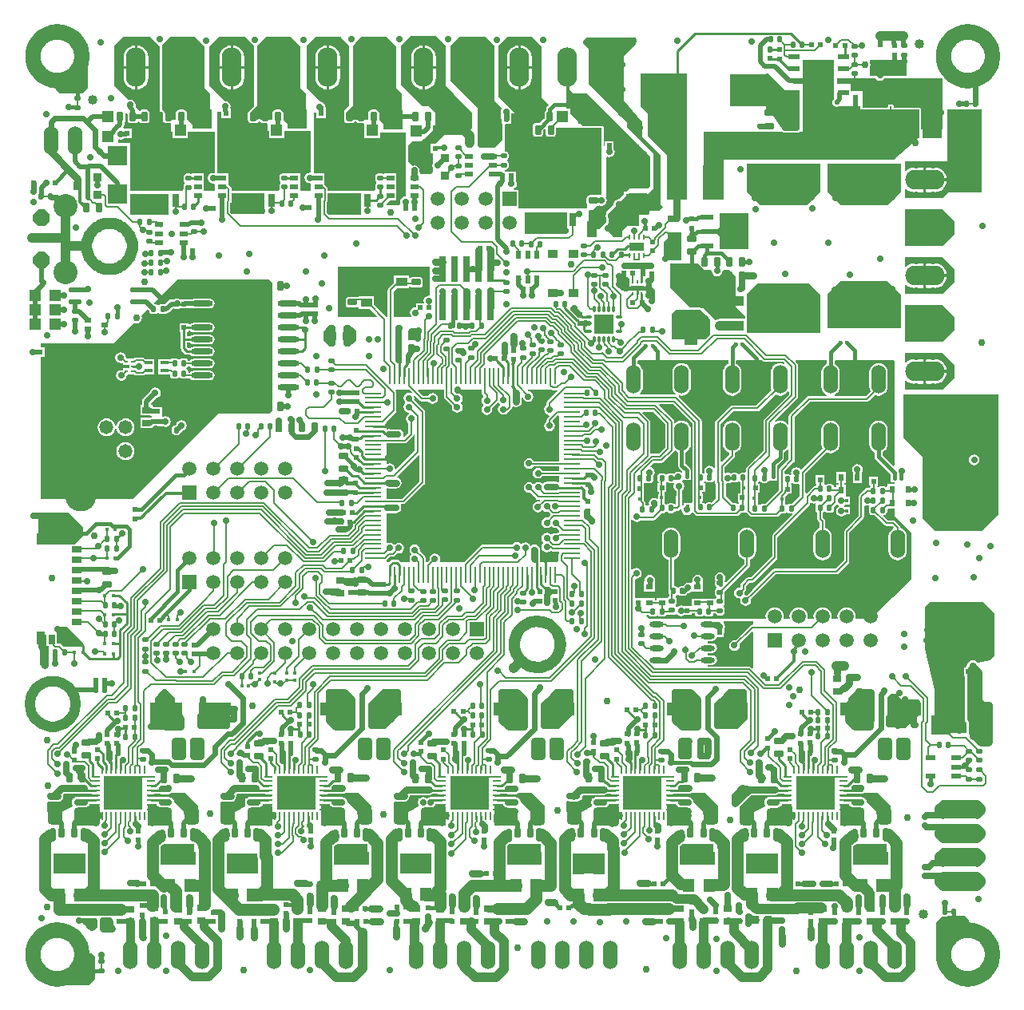
<source format=gtl>
G04*
G04 #@! TF.GenerationSoftware,Altium Limited,Altium Designer,18.1.9 (240)*
G04*
G04 Layer_Physical_Order=1*
G04 Layer_Color=255*
%FSLAX25Y25*%
%MOIN*%
G70*
G01*
G75*
%ADD12C,0.00600*%
%ADD14C,0.01000*%
%ADD17C,0.00800*%
%ADD18C,0.01400*%
%ADD20C,0.01200*%
%ADD22C,0.02000*%
%ADD23C,0.02400*%
%ADD28C,0.00787*%
%ADD32C,0.00700*%
%ADD132C,0.06000*%
%ADD198C,0.03000*%
%ADD200C,0.04500*%
%ADD201C,0.06196*%
%ADD202C,0.04300*%
%ADD203R,0.01654X0.01654*%
G04:AMPARAMS|DCode=204|XSize=22mil|YSize=24mil|CornerRadius=4.4mil|HoleSize=0mil|Usage=FLASHONLY|Rotation=180.000|XOffset=0mil|YOffset=0mil|HoleType=Round|Shape=RoundedRectangle|*
%AMROUNDEDRECTD204*
21,1,0.02200,0.01520,0,0,180.0*
21,1,0.01320,0.02400,0,0,180.0*
1,1,0.00880,-0.00660,0.00760*
1,1,0.00880,0.00660,0.00760*
1,1,0.00880,0.00660,-0.00760*
1,1,0.00880,-0.00660,-0.00760*
%
%ADD204ROUNDEDRECTD204*%
%ADD205R,0.01654X0.01654*%
%ADD206R,0.01181X0.01575*%
G04:AMPARAMS|DCode=207|XSize=22mil|YSize=24mil|CornerRadius=4.4mil|HoleSize=0mil|Usage=FLASHONLY|Rotation=90.000|XOffset=0mil|YOffset=0mil|HoleType=Round|Shape=RoundedRectangle|*
%AMROUNDEDRECTD207*
21,1,0.02200,0.01520,0,0,90.0*
21,1,0.01320,0.02400,0,0,90.0*
1,1,0.00880,0.00760,0.00660*
1,1,0.00880,0.00760,-0.00660*
1,1,0.00880,-0.00760,-0.00660*
1,1,0.00880,-0.00760,0.00660*
%
%ADD207ROUNDEDRECTD207*%
%ADD208R,0.02638X0.03465*%
%ADD209R,0.03937X0.02165*%
%ADD210R,0.19700X0.17000*%
%ADD211R,0.02800X0.05600*%
%ADD212R,0.05512X0.13386*%
%ADD213R,0.03543X0.05512*%
%ADD214R,0.02731X0.03937*%
%ADD215R,0.04724X0.05709*%
%ADD216R,0.04724X0.04528*%
%ADD217R,0.04724X0.04134*%
%ADD218R,0.03937X0.02756*%
%ADD219R,0.07900X0.07900*%
%ADD220O,0.05906X0.02362*%
%ADD221R,0.02953X0.11024*%
%ADD222R,0.05512X0.01900*%
%ADD223R,0.01102X0.01575*%
%ADD224O,0.00981X0.07087*%
%ADD225O,0.07087X0.00981*%
%ADD226R,0.04724X0.03543*%
%ADD227O,0.09055X0.02362*%
G04:AMPARAMS|DCode=228|XSize=29.13mil|YSize=39.37mil|CornerRadius=5.83mil|HoleSize=0mil|Usage=FLASHONLY|Rotation=0.000|XOffset=0mil|YOffset=0mil|HoleType=Round|Shape=RoundedRectangle|*
%AMROUNDEDRECTD228*
21,1,0.02913,0.02772,0,0,0.0*
21,1,0.01748,0.03937,0,0,0.0*
1,1,0.01165,0.00874,-0.01386*
1,1,0.01165,-0.00874,-0.01386*
1,1,0.01165,-0.00874,0.01386*
1,1,0.01165,0.00874,0.01386*
%
%ADD228ROUNDEDRECTD228*%
G04:AMPARAMS|DCode=229|XSize=40mil|YSize=40mil|CornerRadius=20mil|HoleSize=0mil|Usage=FLASHONLY|Rotation=270.000|XOffset=0mil|YOffset=0mil|HoleType=Round|Shape=RoundedRectangle|*
%AMROUNDEDRECTD229*
21,1,0.04000,0.00000,0,0,270.0*
21,1,0.00000,0.04000,0,0,270.0*
1,1,0.04000,0.00000,0.00000*
1,1,0.04000,0.00000,0.00000*
1,1,0.04000,0.00000,0.00000*
1,1,0.04000,0.00000,0.00000*
%
%ADD229ROUNDEDRECTD229*%
%ADD230R,0.04800X0.04800*%
%ADD231R,0.04800X0.04800*%
%ADD232R,0.02165X0.01968*%
%ADD233R,0.04331X0.06693*%
G04:AMPARAMS|DCode=234|XSize=29.13mil|YSize=39.37mil|CornerRadius=5.83mil|HoleSize=0mil|Usage=FLASHONLY|Rotation=90.000|XOffset=0mil|YOffset=0mil|HoleType=Round|Shape=RoundedRectangle|*
%AMROUNDEDRECTD234*
21,1,0.02913,0.02772,0,0,90.0*
21,1,0.01748,0.03937,0,0,90.0*
1,1,0.01165,0.01386,0.00874*
1,1,0.01165,0.01386,-0.00874*
1,1,0.01165,-0.01386,-0.00874*
1,1,0.01165,-0.01386,0.00874*
%
%ADD234ROUNDEDRECTD234*%
%ADD235R,0.02362X0.03347*%
%ADD236R,0.03600X0.03200*%
%ADD237C,0.03937*%
%ADD238R,0.03937X0.03543*%
%ADD239R,0.03543X0.01575*%
%ADD240R,0.01280X0.01063*%
%ADD241R,0.02400X0.02400*%
%ADD242O,0.01102X0.03150*%
%ADD243O,0.03150X0.01102*%
%ADD244R,0.08000X0.08000*%
%ADD245R,0.13386X0.05512*%
%ADD246R,0.02362X0.03150*%
G04:AMPARAMS|DCode=247|XSize=63mil|YSize=71mil|CornerRadius=15.75mil|HoleSize=0mil|Usage=FLASHONLY|Rotation=0.000|XOffset=0mil|YOffset=0mil|HoleType=Round|Shape=RoundedRectangle|*
%AMROUNDEDRECTD247*
21,1,0.06300,0.03950,0,0,0.0*
21,1,0.03150,0.07100,0,0,0.0*
1,1,0.03150,0.01575,-0.01975*
1,1,0.03150,-0.01575,-0.01975*
1,1,0.03150,-0.01575,0.01975*
1,1,0.03150,0.01575,0.01975*
%
%ADD247ROUNDEDRECTD247*%
%ADD248R,0.16142X0.14173*%
%ADD249O,0.03347X0.00984*%
%ADD250O,0.00984X0.03347*%
%ADD251R,0.03150X0.02165*%
%ADD252O,0.05709X0.02165*%
%ADD253R,0.03465X0.02638*%
%ADD254R,0.05118X0.05512*%
%ADD255R,0.10630X0.03740*%
%ADD256R,0.05000X0.08300*%
%ADD257R,0.16142X0.13780*%
%ADD258R,0.09449X0.12205*%
%ADD259R,0.04921X0.02165*%
%ADD260R,0.04921X0.03150*%
%ADD261R,0.05512X0.02362*%
%ADD262R,0.07087X0.02362*%
%ADD263R,0.00984X0.01968*%
%ADD264R,0.06299X0.03543*%
%ADD265R,0.01575X0.01181*%
%ADD266R,0.03740X0.10630*%
%ADD267R,0.03150X0.02362*%
%ADD268R,0.02400X0.02400*%
%ADD269R,0.03347X0.02362*%
G04:AMPARAMS|DCode=270|XSize=40mil|YSize=40mil|CornerRadius=20mil|HoleSize=0mil|Usage=FLASHONLY|Rotation=0.000|XOffset=0mil|YOffset=0mil|HoleType=Round|Shape=RoundedRectangle|*
%AMROUNDEDRECTD270*
21,1,0.04000,0.00000,0,0,0.0*
21,1,0.00000,0.04000,0,0,0.0*
1,1,0.04000,0.00000,0.00000*
1,1,0.04000,0.00000,0.00000*
1,1,0.04000,0.00000,0.00000*
1,1,0.04000,0.00000,0.00000*
%
%ADD270ROUNDEDRECTD270*%
%ADD271R,0.06693X0.04331*%
%ADD272R,0.07900X0.07900*%
%ADD273R,0.01968X0.02165*%
%ADD274C,0.02200*%
%ADD275C,0.02500*%
%ADD276C,0.03000*%
%ADD277C,0.01500*%
%ADD278C,0.02800*%
%ADD279C,0.01600*%
%ADD280C,0.02600*%
%ADD281C,0.01800*%
%ADD282C,0.04000*%
%ADD283C,0.01100*%
%ADD284C,0.00900*%
%ADD285C,0.01700*%
%ADD286C,0.02300*%
%ADD287C,0.00950*%
%ADD288C,0.04600*%
%ADD289C,0.05000*%
%ADD290C,0.05300*%
%ADD291C,0.03500*%
%ADD292C,0.04200*%
%ADD293C,0.02700*%
%ADD294C,0.04400*%
%ADD295O,0.16500X0.08250*%
G04:AMPARAMS|DCode=296|XSize=133mil|YSize=83mil|CornerRadius=0mil|HoleSize=0mil|Usage=FLASHONLY|Rotation=90.000|XOffset=0mil|YOffset=0mil|HoleType=Round|Shape=Octagon|*
%AMOCTAGOND296*
4,1,8,0.02075,0.06650,-0.02075,0.06650,-0.04150,0.04575,-0.04150,-0.04575,-0.02075,-0.06650,0.02075,-0.06650,0.04150,-0.04575,0.04150,0.04575,0.02075,0.06650,0.0*
%
%ADD296OCTAGOND296*%

%ADD297O,0.08250X0.16500*%
%ADD298P,0.07577X8X292.5*%
%ADD299C,0.10000*%
%ADD300C,0.05800*%
%ADD301C,0.13050*%
%ADD302O,0.06000X0.12000*%
%ADD303C,0.05906*%
%ADD304R,0.05906X0.05906*%
%ADD305O,0.12000X0.06000*%
%ADD306C,0.02800*%
%ADD307C,0.02200*%
%ADD308C,0.02900*%
G36*
X369634Y381791D02*
X354181D01*
Y385027D01*
X354379Y385323D01*
X354558Y386221D01*
X354379Y387118D01*
X354181Y387414D01*
Y388437D01*
X357429Y388437D01*
X369634D01*
X369634Y381791D01*
D02*
G37*
G36*
X384398Y359252D02*
X375619D01*
X375619Y367605D01*
X375557Y367918D01*
X375380Y368182D01*
X375115Y368359D01*
X374803Y368421D01*
X364189D01*
Y368996D01*
X364127Y369308D01*
X363950Y369573D01*
X363685Y369750D01*
X363373Y369812D01*
X362513D01*
X362200Y369750D01*
X361936Y369573D01*
X361759Y369308D01*
X361697Y368996D01*
Y368421D01*
X351098D01*
Y368996D01*
X351083Y369075D01*
X351083Y375492D01*
X346330D01*
Y376401D01*
X346260D01*
X346260Y378445D01*
X340650D01*
Y380610D01*
X356631D01*
X356832Y380309D01*
X357559Y379823D01*
X358418Y379652D01*
X359276Y379823D01*
X360004Y380309D01*
X360205Y380610D01*
X384398D01*
Y359252D01*
D02*
G37*
G36*
X27953Y388223D02*
Y376575D01*
X25578Y374200D01*
X16300D01*
X14567Y375933D01*
X14567Y378445D01*
X27453Y388467D01*
X27953Y388223D01*
D02*
G37*
G36*
X133600Y397800D02*
X137000Y394400D01*
Y369200D01*
X134895Y367095D01*
Y366598D01*
X134793Y366086D01*
Y364000D01*
Y363314D01*
X134901Y362774D01*
X135206Y362317D01*
X135664Y362011D01*
X136203Y361904D01*
X137951D01*
X138491Y362011D01*
X138948Y362317D01*
X139172Y362652D01*
X139295Y362684D01*
X139606Y362683D01*
X139727Y362652D01*
X139952Y362316D01*
X140409Y362011D01*
X140948Y361904D01*
X142696D01*
X142834Y361931D01*
X143334Y361521D01*
Y355700D01*
X149734D01*
Y358000D01*
X160700D01*
Y331573D01*
X160420Y331343D01*
X159561Y331172D01*
X158834Y330686D01*
X158347Y329958D01*
X158177Y329100D01*
X158336Y328300D01*
X158302Y328176D01*
X158041Y327800D01*
X152627D01*
X152420Y328300D01*
X153799Y329679D01*
X156573D01*
Y333419D01*
Y337159D01*
Y341121D01*
X151627D01*
Y341096D01*
X151146Y340819D01*
X151127Y340821D01*
X150660Y340914D01*
X149140D01*
X148656Y340818D01*
X148246Y340544D01*
X147972Y340134D01*
X147876Y339650D01*
Y338330D01*
X147972Y337846D01*
X148246Y337436D01*
X148306Y337396D01*
Y336794D01*
X148246Y336754D01*
X147972Y336344D01*
X147876Y335860D01*
Y334540D01*
X147943Y334200D01*
X147714Y333804D01*
X147609Y333700D01*
X127970D01*
Y334431D01*
X127970Y334432D01*
X127884Y334861D01*
X127641Y335225D01*
X126836Y336029D01*
X126548Y336222D01*
Y341056D01*
X122200D01*
X122200Y366300D01*
X123200D01*
Y363900D01*
X127200D01*
Y364000D01*
Y367900D01*
X127100D01*
Y368700D01*
X127019Y368781D01*
X126896Y369402D01*
X126498Y369998D01*
X126464Y370021D01*
X126286Y370286D01*
X125558Y370772D01*
X124896Y370904D01*
X119300Y376500D01*
Y394300D01*
X123000Y398000D01*
X133400D01*
X133600Y397800D01*
D02*
G37*
G36*
X95837Y395563D02*
X96130Y395125D01*
X96567Y394833D01*
X97200Y394200D01*
Y368900D01*
X95719Y367419D01*
X95564Y367388D01*
X95106Y367083D01*
X94801Y366625D01*
X94699Y366113D01*
D01*
X94693Y366086D01*
X94693Y366086D01*
Y364900D01*
Y363314D01*
X94801Y362775D01*
X95106Y362317D01*
X95564Y362012D01*
X96103Y361904D01*
X97851D01*
X98391Y362012D01*
X98848Y362317D01*
X99140Y362755D01*
X99275Y362775D01*
X99525Y362774D01*
X99659Y362754D01*
X99952Y362317D01*
X100409Y362011D01*
X100949Y361904D01*
X102697D01*
X103000Y361655D01*
Y358600D01*
X103434D01*
Y355700D01*
X109834D01*
Y358600D01*
X120800D01*
Y341538D01*
X120531Y341318D01*
X119673Y341147D01*
X118945Y340661D01*
X118459Y339933D01*
X118288Y339075D01*
X118459Y338216D01*
X118945Y337489D01*
X119673Y337002D01*
X120531Y336832D01*
X120800Y336611D01*
Y333700D01*
X116509D01*
Y337094D01*
Y341056D01*
X111562D01*
X111562Y341056D01*
X111062Y340841D01*
X110662Y340920D01*
X109142D01*
X108658Y340824D01*
X108248Y340550D01*
X107974Y340140D01*
X107877Y339656D01*
Y338336D01*
X107974Y337852D01*
X108248Y337442D01*
X108308Y337402D01*
Y336801D01*
X108248Y336760D01*
X107974Y336350D01*
X107877Y335866D01*
Y334546D01*
X107946Y334200D01*
X107660Y333700D01*
X87812D01*
Y334504D01*
X87812Y334504D01*
X87727Y334934D01*
X87484Y335297D01*
X87484Y335297D01*
X86895Y335887D01*
X86843Y335964D01*
X86843Y335964D01*
X86777Y336029D01*
X86414Y336272D01*
X86391Y336277D01*
Y341056D01*
X82000D01*
Y366500D01*
X83400D01*
Y363900D01*
X87400D01*
Y364900D01*
Y367900D01*
X87400D01*
X87344Y368400D01*
X87443Y368900D01*
X87272Y369758D01*
X86786Y370486D01*
X86058Y370972D01*
X85200Y371143D01*
X85081Y371119D01*
X78600Y377600D01*
X78600Y394000D01*
X82600Y398000D01*
X93400Y398000D01*
X95837Y395563D01*
D02*
G37*
G36*
X55955Y395945D02*
X56419Y395251D01*
X57113Y394787D01*
X58000Y393900D01*
X58000Y366500D01*
X58927D01*
X59244Y366113D01*
X59239Y366086D01*
Y363314D01*
X59346Y362775D01*
X59652Y362317D01*
X60109Y362012D01*
X60649Y361904D01*
X62397D01*
X62700Y361655D01*
Y358200D01*
X63234D01*
Y355700D01*
X69634D01*
Y358200D01*
X80900D01*
Y341470D01*
X80514Y341153D01*
X80177Y341219D01*
X79319Y341049D01*
X78591Y340563D01*
X78105Y339835D01*
X77934Y338976D01*
X78105Y338118D01*
X78591Y337390D01*
X79319Y336904D01*
X80177Y336733D01*
X80514Y336800D01*
X80900Y336483D01*
Y333700D01*
X76351D01*
Y337094D01*
Y341056D01*
X71405D01*
Y341046D01*
X70905Y340759D01*
X70561Y340828D01*
X69041D01*
X68557Y340732D01*
X68147Y340458D01*
X67873Y340047D01*
X67776Y339563D01*
Y338244D01*
X67873Y337760D01*
X68147Y337350D01*
X68207Y337309D01*
Y336708D01*
X68147Y336668D01*
X67873Y336258D01*
X67776Y335774D01*
Y334675D01*
X67686Y334223D01*
Y333700D01*
X45400D01*
Y353800D01*
X40600D01*
Y354867D01*
X41100Y355256D01*
X41600Y355157D01*
X42458Y355328D01*
X42813Y355565D01*
X43900D01*
X44580Y355700D01*
X46100D01*
Y359700D01*
X42866D01*
X42693Y360200D01*
X43019Y360687D01*
X43158Y361389D01*
Y362294D01*
X43194Y362318D01*
X43500Y362775D01*
X43607Y363315D01*
Y366086D01*
X43976Y366185D01*
X44394Y365748D01*
Y363315D01*
X44501Y362775D01*
X44807Y362318D01*
X45264Y362012D01*
X45803Y361905D01*
X47552D01*
X48091Y362012D01*
X48548Y362318D01*
X48772Y362653D01*
X48895Y362684D01*
X49206Y362684D01*
X49328Y362653D01*
X49552Y362317D01*
X50009Y362012D01*
X50549Y361904D01*
X52297D01*
X52836Y362012D01*
X53294Y362317D01*
X53599Y362775D01*
X53707Y363314D01*
Y363600D01*
Y366086D01*
X53701Y366113D01*
D01*
X53599Y366625D01*
X53294Y367083D01*
X52836Y367388D01*
X52297Y367496D01*
X50549D01*
X50009Y367388D01*
X49798Y367247D01*
X49541Y367088D01*
X49097Y367302D01*
X48397Y368003D01*
X48373Y368125D01*
X47975Y368720D01*
X47736Y368960D01*
X47843Y369500D01*
X47672Y370358D01*
X47186Y371086D01*
X46458Y371572D01*
X45600Y371743D01*
X44813Y371587D01*
X43800Y372600D01*
X38900Y377499D01*
X38900Y394400D01*
X42500Y398000D01*
X53900D01*
X55955Y395945D01*
D02*
G37*
G36*
X156500Y394100D02*
Y376600D01*
X158900Y374200D01*
Y361700D01*
X157500Y360300D01*
X152600D01*
X149700Y363200D01*
X149554D01*
X149461Y363313D01*
Y366085D01*
X149353Y366624D01*
X149048Y367082D01*
X148590Y367387D01*
X148051Y367495D01*
X146303D01*
X145763Y367387D01*
X145306Y367082D01*
X145000Y366624D01*
X144893Y366085D01*
Y363313D01*
X144800Y363200D01*
X140311D01*
X140309Y363202D01*
X140218Y363303D01*
X140197Y363314D01*
X140181Y363330D01*
X140055Y363382D01*
X139931Y363442D01*
X139810Y363473D01*
X139707Y363479D01*
X139607Y363499D01*
X139295Y363499D01*
X139195Y363479D01*
X139092Y363474D01*
X138969Y363442D01*
X138845Y363383D01*
X138719Y363330D01*
X138703Y363314D01*
X138682Y363304D01*
X138591Y363202D01*
X138589Y363200D01*
X136000D01*
X135609Y363591D01*
Y366005D01*
X135685Y366385D01*
X138600Y369300D01*
Y394400D01*
X139408Y395208D01*
X139586Y395327D01*
X139705Y395504D01*
X142100Y397900D01*
X152700D01*
X156500Y394100D01*
D02*
G37*
G36*
X116500D02*
Y376600D01*
X118900Y374200D01*
Y361700D01*
X117500Y360300D01*
X112600D01*
X109700Y363200D01*
X109554D01*
X109461Y363314D01*
Y366086D01*
X109353Y366625D01*
X109048Y367082D01*
X108590Y367388D01*
X108051Y367495D01*
X106303D01*
X105763Y367388D01*
X105306Y367082D01*
X105000Y366625D01*
X104893Y366086D01*
Y363314D01*
X104800Y363200D01*
X100343D01*
X100338Y363208D01*
X100323Y363222D01*
X100315Y363240D01*
X100212Y363334D01*
X100113Y363433D01*
X100094Y363440D01*
X100079Y363454D01*
X99948Y363501D01*
X99818Y363554D01*
X99799D01*
X99780Y363561D01*
X99646Y363581D01*
X99585Y363578D01*
X99526Y363590D01*
X99275Y363590D01*
X99215Y363578D01*
X99155Y363581D01*
X99020Y363561D01*
X99001Y363555D01*
X98981D01*
X98852Y363501D01*
X98720Y363454D01*
X98706Y363440D01*
X98687Y363433D01*
X98588Y363334D01*
X98485Y363240D01*
X98476Y363222D01*
X98462Y363208D01*
X98457Y363200D01*
X96000D01*
X95509Y363691D01*
Y366005D01*
X95560Y366260D01*
X95948Y366648D01*
X95953Y366650D01*
X96031Y366666D01*
X96098Y366710D01*
X96172Y366741D01*
X96229Y366798D01*
X96296Y366843D01*
X97777Y368323D01*
X97954Y368588D01*
X97970Y368670D01*
X98600Y369300D01*
Y394400D01*
X102100Y397900D01*
X112700D01*
X116500Y394100D01*
D02*
G37*
G36*
X75538Y395062D02*
X75723Y394785D01*
X76000Y394600D01*
X76500Y394100D01*
Y376600D01*
X78900Y374200D01*
Y361700D01*
X77500Y360300D01*
X72600D01*
X69700Y363200D01*
X69254D01*
X69161Y363314D01*
Y366086D01*
X69053Y366625D01*
X68748Y367083D01*
X68290Y367388D01*
X67751Y367496D01*
X66003D01*
X65463Y367388D01*
X65006Y367083D01*
X64700Y366625D01*
X64593Y366086D01*
Y363314D01*
X64499Y363200D01*
X60093D01*
X60054Y363394D01*
Y366028D01*
X60056Y366034D01*
X60054Y366050D01*
Y366086D01*
X60047Y366121D01*
X60044Y366153D01*
X60044Y366273D01*
X60029Y366310D01*
X60025Y366350D01*
X59968Y366456D01*
X59922Y366567D01*
X59894Y366595D01*
X59875Y366631D01*
X59558Y367018D01*
X59526Y367043D01*
X59504Y367077D01*
X59404Y367143D01*
X59311Y367219D01*
X59273Y367231D01*
X59239Y367254D01*
X59122Y367277D01*
X59007Y367312D01*
X58816Y367751D01*
X58816Y393900D01*
X58754Y394212D01*
X58617Y394417D01*
X59167Y394967D01*
X59591Y395251D01*
X59875Y395675D01*
X62100Y397900D01*
X72700D01*
X75538Y395062D01*
D02*
G37*
G36*
X318898Y375590D02*
X324803D01*
Y359547D01*
X324016Y358760D01*
X318328Y358760D01*
X312801Y366483D01*
X311812D01*
X311051Y367244D01*
Y382575D01*
X311913D01*
X318898Y375590D01*
D02*
G37*
G36*
X339173Y372160D02*
X339065Y372088D01*
X338645Y371459D01*
X338497Y370718D01*
X338645Y369977D01*
X339065Y369348D01*
X339173Y369276D01*
Y368996D01*
X339592D01*
X339693Y368928D01*
X340435Y368781D01*
X341176Y368928D01*
X341277Y368996D01*
X350283D01*
Y367605D01*
X362513D01*
Y368996D01*
X363373D01*
Y367605D01*
X374803D01*
X374803Y356122D01*
X364217Y346772D01*
X293307D01*
X293307Y329921D01*
X285003Y329921D01*
X284651Y330276D01*
X284763Y358169D01*
X317772D01*
X317829Y358131D01*
X317897Y358067D01*
X317960Y358044D01*
X318016Y358006D01*
X318108Y357988D01*
X318195Y357955D01*
X318263Y357957D01*
X318328Y357944D01*
X324016Y357944D01*
X324136Y357968D01*
X324835D01*
Y358169D01*
X326279D01*
Y388189D01*
X339173D01*
Y372160D01*
D02*
G37*
G36*
X197400Y394400D02*
Y371200D01*
X200574Y368026D01*
X200328Y367658D01*
X200157Y366800D01*
X200328Y365942D01*
X200361Y365892D01*
Y363800D01*
X200400Y363603D01*
Y361800D01*
X200900D01*
Y354800D01*
X197700Y351600D01*
X191422D01*
X190600Y352422D01*
Y368100D01*
X179100Y379600D01*
Y394200D01*
X182900Y398000D01*
X193800D01*
X197400Y394400D01*
D02*
G37*
G36*
X229000Y383748D02*
Y375848D01*
X230500Y374348D01*
X236200D01*
X262400Y348148D01*
Y335448D01*
X261500Y334548D01*
X253775Y334548D01*
X252531Y333305D01*
X251544D01*
Y332317D01*
X249497Y330271D01*
X248742Y330120D01*
X248014Y329634D01*
X247528Y328906D01*
X247377Y328151D01*
X244300Y325073D01*
Y324364D01*
X244128Y324107D01*
X243957Y323248D01*
X244128Y322390D01*
X244300Y322132D01*
X244300Y320548D01*
X241400Y317648D01*
X236875D01*
Y324030D01*
X240186Y327342D01*
X240725Y327449D01*
X241118Y327711D01*
X241342Y327562D01*
X242200Y327391D01*
X243058Y327562D01*
X243786Y328048D01*
X244272Y328776D01*
X244443Y329634D01*
X244272Y330493D01*
X243898Y331053D01*
X244100Y331256D01*
X244100Y347707D01*
X244541Y347943D01*
X244642Y347876D01*
X245500Y347705D01*
X246358Y347876D01*
X247086Y348362D01*
X247572Y349090D01*
X247743Y349948D01*
X247572Y350806D01*
X247383Y351090D01*
Y354432D01*
X245756D01*
X245500Y354483D01*
X245244Y354432D01*
X243617D01*
Y352684D01*
X243117Y352416D01*
X243116Y352417D01*
Y360000D01*
X243054Y360312D01*
X242877Y360577D01*
X242612Y360754D01*
X242300Y360816D01*
X237100Y360816D01*
X234232D01*
X229100Y365948D01*
Y367882D01*
X227500D01*
Y384448D01*
X227900Y384848D01*
X229000Y383748D01*
D02*
G37*
G36*
X400835Y367618D02*
Y332973D01*
X387084Y332973D01*
X384629Y330517D01*
X368881D01*
Y334365D01*
X369381Y334518D01*
X370353Y333771D01*
X371600Y333255D01*
X372938Y333079D01*
X376463D01*
Y338248D01*
Y343417D01*
X372938D01*
X371600Y343241D01*
X370353Y342725D01*
X369381Y341978D01*
X368881Y342131D01*
Y345970D01*
X386410Y345970D01*
X386410Y367618D01*
X400835Y367618D01*
D02*
G37*
G36*
X177100Y394200D02*
Y384100D01*
Y377500D01*
X180600Y374000D01*
X188200Y366400D01*
Y359900D01*
X185400Y357100D01*
X176500D01*
X172776Y353376D01*
X170938D01*
Y349376D01*
X172000D01*
Y345435D01*
X171791Y345121D01*
X171620Y344263D01*
X171791Y343405D01*
X172000Y343091D01*
Y341800D01*
X171000Y340800D01*
X166980D01*
X166613Y341121D01*
X166613Y341121D01*
X166270Y341535D01*
X166363Y342000D01*
X166192Y342858D01*
X165706Y343586D01*
X165633Y343635D01*
X165617Y343658D01*
X164939Y344111D01*
X164139Y344270D01*
X163464Y344136D01*
X161516Y346084D01*
Y352516D01*
X163200Y354200D01*
X166961D01*
X168092Y355331D01*
X168176D01*
Y355415D01*
X172800Y360039D01*
Y366300D01*
X170000Y369100D01*
X167200D01*
X161400Y374900D01*
X158700Y377600D01*
Y394300D01*
X162600Y398200D01*
X173100D01*
X177100Y394200D01*
D02*
G37*
G36*
X256425Y394803D02*
X251504Y389882D01*
X251504Y371260D01*
X259378Y362421D01*
Y356170D01*
X266800Y348748D01*
Y328148D01*
X267900Y327048D01*
X266300Y325448D01*
X262300D01*
Y324448D01*
X261400Y323548D01*
X257700D01*
X248600Y314448D01*
X247300D01*
X244800Y316948D01*
Y319895D01*
X244877Y319971D01*
X245054Y320236D01*
X245116Y320548D01*
X245116Y320548D01*
X245116Y322132D01*
X245100Y322211D01*
Y322291D01*
X245069Y322365D01*
X245054Y322444D01*
X245009Y322511D01*
X244978Y322585D01*
X244896Y322708D01*
X244800Y323191D01*
Y323306D01*
X244896Y323788D01*
X244978Y323911D01*
X245009Y323985D01*
X245054Y324052D01*
X245066Y324114D01*
X253500Y332548D01*
X261300D01*
X261550Y332298D01*
X264000Y334748D01*
Y349048D01*
X252867Y360181D01*
Y362111D01*
X236740Y378239D01*
Y393130D01*
X234575Y395295D01*
Y396477D01*
X235756Y397657D01*
X256425D01*
Y394803D01*
D02*
G37*
G36*
X217200Y394000D02*
X217200Y372600D01*
X220258Y369542D01*
X219560Y368843D01*
X219217Y368330D01*
X219097Y367725D01*
Y367276D01*
X218806Y367082D01*
X218501Y366624D01*
X218393Y366085D01*
Y364054D01*
X218140Y363800D01*
X216283Y361943D01*
X214848D01*
X214309Y361836D01*
X213852Y361530D01*
X213546Y361073D01*
X213439Y360534D01*
Y357762D01*
X213546Y357223D01*
X213852Y356765D01*
X214309Y356459D01*
X214848Y356352D01*
X216597D01*
X217136Y356459D01*
X217593Y356765D01*
X217899Y357223D01*
X218006Y357762D01*
Y359193D01*
X218355Y359481D01*
X218793Y359294D01*
Y357762D01*
X218900Y357223D01*
X219206Y356765D01*
X219663Y356459D01*
X220203Y356352D01*
X221951D01*
X222490Y356459D01*
X222948Y356765D01*
X223253Y357223D01*
X223361Y357762D01*
Y360122D01*
X223500Y360222D01*
X224000Y360000D01*
Y360000D01*
X237100D01*
X242300Y360000D01*
Y331877D01*
X240345D01*
X240186Y331909D01*
X237414D01*
X236875Y331802D01*
X236417Y331496D01*
X236112Y331039D01*
X236004Y330499D01*
Y328751D01*
X236112Y328212D01*
X236300Y327930D01*
Y326200D01*
X207909D01*
X207553Y326547D01*
Y334053D01*
X205899D01*
X205592Y334517D01*
X205596Y334553D01*
X206286Y335014D01*
X206772Y335742D01*
X206943Y336600D01*
X206772Y337458D01*
X206590Y337731D01*
X206553Y338216D01*
X206553Y338216D01*
X206553Y338216D01*
Y341784D01*
X204926D01*
X204670Y341835D01*
X204414Y341784D01*
X202787D01*
Y341784D01*
X202783D01*
Y341784D01*
X202000D01*
Y342476D01*
X202160D01*
X202644Y342572D01*
X203054Y342846D01*
X203328Y343256D01*
X203424Y343740D01*
Y345060D01*
X203328Y345544D01*
X203054Y345954D01*
X202994Y345994D01*
Y346596D01*
X203054Y346636D01*
X203328Y347046D01*
X203424Y347530D01*
Y348850D01*
X203328Y349334D01*
X203054Y349744D01*
X202644Y350018D01*
X202160Y350114D01*
X202000D01*
Y361380D01*
X202400Y361761D01*
X202597Y361800D01*
X204400D01*
Y363603D01*
X204439Y363800D01*
Y365892D01*
X204472Y365942D01*
X204504Y366100D01*
X206137D01*
X204258Y367979D01*
X203986Y368386D01*
X203579Y368658D01*
X199300Y372937D01*
Y394400D01*
X203000Y398100D01*
X213100D01*
X217200Y394000D01*
D02*
G37*
G36*
X277756Y329921D02*
X269685D01*
X269685Y348276D01*
X261417Y356543D01*
X261417Y365846D01*
X258465Y368799D01*
Y382579D01*
X277756D01*
Y329921D01*
D02*
G37*
G36*
X367163Y333366D02*
X361553Y327756D01*
X342065D01*
X336454Y333366D01*
Y345079D01*
X367163D01*
Y333366D01*
D02*
G37*
G36*
X333563D02*
X327953Y327756D01*
X308465D01*
X302854Y333366D01*
Y345079D01*
X333563D01*
Y333366D01*
D02*
G37*
G36*
X101700Y323900D02*
X88011D01*
X87270Y324642D01*
Y328550D01*
X87484Y328764D01*
X87484Y328764D01*
X87727Y329128D01*
X87812Y329557D01*
X87812Y329557D01*
Y332600D01*
X101700D01*
Y323900D01*
D02*
G37*
G36*
X141800Y323800D02*
X128271D01*
X127519Y324552D01*
Y328728D01*
X127641Y328850D01*
X127641Y328850D01*
X127884Y329214D01*
X127970Y329643D01*
Y332600D01*
X141800D01*
Y323800D01*
D02*
G37*
G36*
X61600D02*
X45500D01*
Y332376D01*
X45600Y332400D01*
X61600D01*
Y323800D01*
D02*
G37*
G36*
X227900Y315700D02*
X210300D01*
Y324800D01*
X227900D01*
Y315700D01*
D02*
G37*
G36*
X389452Y320950D02*
Y315340D01*
X384629Y310517D01*
X368881D01*
Y325970D01*
X384432D01*
X389452Y320950D01*
D02*
G37*
G36*
X303492Y309449D02*
X291386D01*
Y314764D01*
X290677Y315473D01*
Y317795D01*
X291386Y318504D01*
Y324410D01*
X303492D01*
Y309449D01*
D02*
G37*
G36*
X275638Y304547D02*
X268354D01*
Y312448D01*
X269900Y313994D01*
Y316339D01*
X275638D01*
Y304547D01*
D02*
G37*
G36*
X170637Y290257D02*
X170276Y289960D01*
X169417Y289789D01*
X168690Y289303D01*
X168203Y288575D01*
X168033Y287717D01*
X168146Y287146D01*
X167789Y286647D01*
X164721D01*
Y285165D01*
X164567Y285038D01*
X163708Y284868D01*
X162981Y284381D01*
X162495Y283654D01*
X162324Y282795D01*
X162495Y281937D01*
X162882Y281358D01*
X162676Y280857D01*
X155423D01*
Y291741D01*
X156789Y293106D01*
X161943D01*
Y293527D01*
X162443Y293634D01*
X162873Y293347D01*
X163412Y293240D01*
X166184D01*
X166723Y293347D01*
X167180Y293653D01*
X167486Y294110D01*
X167593Y294650D01*
Y296398D01*
X167486Y296937D01*
X167180Y297395D01*
X166723Y297700D01*
X166184Y297808D01*
X163412D01*
X162873Y297700D01*
X162443Y297414D01*
X162289Y297447D01*
X161943Y297589D01*
Y298249D01*
X155619D01*
Y295397D01*
X153333Y293110D01*
X153067Y292713D01*
X152974Y292245D01*
X152977Y292234D01*
Y281175D01*
X152526Y281019D01*
X152477Y281018D01*
X147377Y286118D01*
Y289588D01*
X141052D01*
Y289432D01*
X139859D01*
X139673Y289469D01*
X136902D01*
X136362Y289362D01*
X135905Y289056D01*
X135599Y288598D01*
X135492Y288059D01*
Y286311D01*
X135599Y285771D01*
X135905Y285314D01*
X136362Y285009D01*
X136902Y284901D01*
X139673D01*
X140213Y285009D01*
X140552Y285235D01*
X140956Y285089D01*
X141052Y285014D01*
Y284444D01*
X145589D01*
X148714Y281319D01*
X148523Y280857D01*
X132176D01*
Y301901D01*
X170637D01*
Y290257D01*
D02*
G37*
G36*
X389452Y300950D02*
Y295340D01*
X384629Y290517D01*
X368881D01*
Y294365D01*
X369381Y294518D01*
X370353Y293771D01*
X371600Y293255D01*
X372938Y293079D01*
X376463D01*
Y298248D01*
Y303417D01*
X372938D01*
X371600Y303241D01*
X370353Y302725D01*
X369381Y301978D01*
X368881Y302131D01*
Y305970D01*
X384432D01*
X389452Y300950D01*
D02*
G37*
G36*
X104800Y295300D02*
Y242600D01*
Y242000D01*
X103500Y240700D01*
X82400D01*
X46600Y204900D01*
X8300D01*
X8300Y249600D01*
X8300Y264200D01*
X9869D01*
Y268200D01*
X8300D01*
Y270000D01*
X38583Y270000D01*
X47109Y278526D01*
X47232Y278444D01*
X48130Y278265D01*
X49027Y278444D01*
X49788Y278952D01*
X50296Y279713D01*
X50475Y280610D01*
X50296Y281508D01*
X50214Y281631D01*
X52782Y284200D01*
X53389Y283593D01*
Y283504D01*
X53486Y283020D01*
X53760Y282610D01*
X54170Y282336D01*
X54654Y282240D01*
X55974D01*
X56458Y282336D01*
X56868Y282610D01*
X56908Y282670D01*
X57509D01*
X57550Y282610D01*
X57960Y282336D01*
X58443Y282240D01*
X59763D01*
X60247Y282336D01*
X60386Y282429D01*
X60540D01*
X61242Y282568D01*
X61838Y282966D01*
X63506Y284635D01*
X63932D01*
X64242Y284428D01*
X65100Y284257D01*
X65795Y284395D01*
X65958Y284428D01*
X66216Y284587D01*
Y284587D01*
X66216Y284587D01*
X69784D01*
Y284765D01*
X71323D01*
X71369Y284734D01*
X72142Y284580D01*
X78835D01*
X79608Y284734D01*
X80263Y285172D01*
X80701Y285827D01*
X80855Y286600D01*
X80701Y287373D01*
X80263Y288028D01*
X79608Y288466D01*
X78835Y288620D01*
X72142D01*
X71369Y288466D01*
X71323Y288435D01*
X68200D01*
X67785Y288353D01*
X66287D01*
X65958Y288572D01*
X65100Y288743D01*
X64242Y288572D01*
X63842Y288305D01*
X62746D01*
X62044Y288166D01*
X61448Y287768D01*
X59935Y286254D01*
X59763Y286288D01*
X58443D01*
X57960Y286192D01*
X57550Y285918D01*
X57509Y285858D01*
X56908D01*
X56868Y285918D01*
X56458Y286192D01*
X55974Y286288D01*
X55885D01*
X55378Y286795D01*
X65083Y296500D01*
X103600Y296500D01*
X104800Y295300D01*
D02*
G37*
G36*
X285192Y300608D02*
X287945D01*
X288262Y300221D01*
X288257Y300197D01*
X288428Y299339D01*
X288914Y298611D01*
X289642Y298125D01*
X290500Y297954D01*
X291358Y298125D01*
X292086Y298611D01*
X292572Y299339D01*
X292743Y300197D01*
X292738Y300221D01*
X293055Y300608D01*
X295573D01*
X298300Y297881D01*
Y293714D01*
X298239Y293623D01*
X298080Y292823D01*
X298239Y292023D01*
X298300Y291932D01*
Y285237D01*
X302186Y281351D01*
X302088Y280858D01*
X302111Y280741D01*
X301794Y280354D01*
X294153D01*
Y280230D01*
X291600D01*
X290869Y280133D01*
X290188Y279851D01*
X289826Y279574D01*
X284600Y284800D01*
X283692D01*
X283612Y284854D01*
X283300Y284916D01*
X283300Y284916D01*
X279284D01*
X270913Y293287D01*
Y303400D01*
X282400D01*
X285192Y300608D01*
D02*
G37*
G36*
X367146Y290434D02*
Y276181D01*
X336437D01*
Y290434D01*
X342047Y296044D01*
X361535D01*
X367146Y290434D01*
D02*
G37*
G36*
X333546D02*
Y274213D01*
X303341D01*
X303087Y274383D01*
X302837Y274432D01*
Y280402D01*
X302891Y280504D01*
X302895Y280544D01*
X302911Y280582D01*
Y280701D01*
X302923Y280821D01*
X302916Y280842D01*
X302986Y281192D01*
Y281273D01*
X303001Y281351D01*
X302986Y281430D01*
Y281510D01*
X302955Y281585D01*
X302939Y281663D01*
X302895Y281730D01*
X302864Y281804D01*
X302837Y281831D01*
Y290434D01*
X307383Y294980D01*
X328999D01*
X333546Y290434D01*
D02*
G37*
G36*
X287500Y279900D02*
Y273567D01*
X285433Y271500D01*
X271500D01*
Y276500D01*
X271500Y282200D01*
X273400Y284100D01*
X283300Y284100D01*
X287500Y279900D01*
D02*
G37*
G36*
X389452Y280950D02*
Y275340D01*
X384629Y270517D01*
X368881D01*
Y285970D01*
X384432D01*
X389452Y280950D01*
D02*
G37*
G36*
X295119Y262961D02*
Y261337D01*
X294834Y261219D01*
X294040Y260610D01*
X293431Y259816D01*
X293048Y258892D01*
X292917Y257900D01*
Y251900D01*
X293048Y250908D01*
X293431Y249984D01*
X294040Y249190D01*
X294834Y248581D01*
X295758Y248198D01*
X296750Y248067D01*
X297742Y248198D01*
X298666Y248581D01*
X299460Y249190D01*
X300069Y249984D01*
X300452Y250908D01*
X300583Y251900D01*
Y257900D01*
X300452Y258892D01*
X300069Y259816D01*
X299460Y260610D01*
X298666Y261219D01*
X298381Y261337D01*
Y262600D01*
X298735Y262954D01*
X309220Y262934D01*
X309520Y262634D01*
X309884Y262391D01*
X310314Y262305D01*
X310314Y262305D01*
X318109D01*
X318644Y261770D01*
X318361Y261346D01*
X317742Y261602D01*
X316750Y261733D01*
X315758Y261602D01*
X314834Y261219D01*
X314040Y260610D01*
X313431Y259816D01*
X313048Y258892D01*
X312917Y257900D01*
Y251900D01*
X313048Y250908D01*
X313196Y250549D01*
X306795Y244147D01*
X296770D01*
X296302Y244054D01*
X295905Y243789D01*
X289940Y237824D01*
X289675Y237427D01*
X289582Y236959D01*
Y218165D01*
X289082Y218013D01*
X288931Y218240D01*
X288203Y218726D01*
X287344Y218897D01*
X286486Y218726D01*
X285758Y218240D01*
X285272Y217512D01*
X285101Y216654D01*
X285223Y216041D01*
X284773Y215740D01*
X284660Y215816D01*
X284176Y215912D01*
X284108D01*
Y237648D01*
X284108Y237648D01*
X284022Y238077D01*
X283779Y238441D01*
X283779Y238441D01*
X274485Y247735D01*
X274694Y248162D01*
X274733Y248195D01*
X275700Y248067D01*
X276692Y248198D01*
X277616Y248581D01*
X278410Y249190D01*
X279019Y249984D01*
X279402Y250908D01*
X279533Y251900D01*
Y257900D01*
X279402Y258892D01*
X279019Y259816D01*
X278410Y260610D01*
X277616Y261219D01*
X276692Y261602D01*
X275700Y261733D01*
X274708Y261602D01*
X273784Y261219D01*
X272990Y260610D01*
X272381Y259816D01*
X271998Y258892D01*
X271867Y257900D01*
Y251900D01*
X271998Y250908D01*
X272381Y249984D01*
X272990Y249190D01*
X273209Y249022D01*
X273039Y248521D01*
X258361D01*
X258191Y249022D01*
X258410Y249190D01*
X259019Y249984D01*
X259402Y250908D01*
X259533Y251900D01*
Y257900D01*
X259402Y258892D01*
X259019Y259816D01*
X258410Y260610D01*
X257616Y261219D01*
X257331Y261337D01*
Y262678D01*
X257685Y263031D01*
X295119Y262961D01*
D02*
G37*
G36*
X389452Y260950D02*
Y255340D01*
X384629Y250517D01*
X368881D01*
Y254365D01*
X369381Y254518D01*
X370353Y253771D01*
X371600Y253255D01*
X372938Y253079D01*
X376463D01*
Y258248D01*
Y263417D01*
X372938D01*
X371600Y263241D01*
X370353Y262725D01*
X369381Y261978D01*
X368881Y262131D01*
Y265970D01*
X384432D01*
X389452Y260950D01*
D02*
G37*
G36*
X161988Y250705D02*
X163098Y249595D01*
X162779Y249207D01*
X162758Y249220D01*
X161900Y249391D01*
X161042Y249220D01*
X160314Y248734D01*
X159828Y248007D01*
X159657Y247148D01*
X159828Y246290D01*
X160310Y245567D01*
X160384Y245449D01*
Y245015D01*
X160305Y244962D01*
X159819Y244234D01*
X159648Y243376D01*
X159819Y242517D01*
X160305Y241790D01*
X161033Y241303D01*
X161891Y241133D01*
X161953Y241145D01*
X162000Y241094D01*
X161979Y240903D01*
X161852Y240512D01*
X161214Y240086D01*
X160728Y239358D01*
X160557Y238500D01*
X160728Y237642D01*
X161214Y236914D01*
X161678Y236603D01*
Y232613D01*
X159938Y230873D01*
X159871Y230890D01*
X159453Y231159D01*
X159624Y232018D01*
X159453Y232876D01*
X158967Y233604D01*
X158239Y234090D01*
X157381Y234261D01*
X156845Y234154D01*
X154210D01*
X153698Y234256D01*
X153024Y234122D01*
X152524Y234430D01*
Y237304D01*
X156343Y241123D01*
X156343Y241123D01*
X156586Y241487D01*
X156672Y241916D01*
Y249403D01*
X156672Y249403D01*
X156586Y249833D01*
X156343Y250196D01*
X156343Y250196D01*
X156296Y250244D01*
X156487Y250706D01*
X161988Y250705D01*
D02*
G37*
G36*
X364195Y262831D02*
X364406Y262619D01*
Y222432D01*
Y218917D01*
X363944Y218725D01*
X359431Y223238D01*
Y224463D01*
X359716Y224581D01*
X360510Y225190D01*
X361119Y225984D01*
X361502Y226908D01*
X361633Y227900D01*
Y233900D01*
X361502Y234892D01*
X361119Y235816D01*
X360510Y236610D01*
X359716Y237219D01*
X358792Y237602D01*
X357800Y237733D01*
X356808Y237602D01*
X355884Y237219D01*
X355090Y236610D01*
X354481Y235816D01*
X354098Y234892D01*
X353967Y233900D01*
Y227900D01*
X354098Y226908D01*
X354481Y225984D01*
X355090Y225190D01*
X355884Y224581D01*
X356169Y224463D01*
Y222562D01*
X356293Y221938D01*
X356646Y221409D01*
X362766Y215289D01*
Y213701D01*
X362771Y213678D01*
Y212074D01*
X364375D01*
X364398Y212070D01*
X364406Y212063D01*
Y211426D01*
X361469D01*
Y210323D01*
X361302Y210207D01*
X360968Y210101D01*
X360650Y210314D01*
X360166Y210410D01*
X358846D01*
X358363Y210314D01*
X357952Y210040D01*
X357940Y210021D01*
X357444Y209993D01*
X357249Y210190D01*
X357457Y210690D01*
X357625D01*
Y214258D01*
X353859D01*
Y210690D01*
X354235D01*
X354387Y210190D01*
X354163Y210040D01*
X353889Y209630D01*
X353884Y209609D01*
X353102D01*
X352634Y209516D01*
X352237Y209251D01*
X351972Y208854D01*
X351969Y208839D01*
X349786Y206655D01*
X349543Y206291D01*
X349457Y205862D01*
X349457Y205862D01*
Y203413D01*
X349457Y203413D01*
X349536Y203018D01*
Y197965D01*
X343723Y192151D01*
X343480Y191788D01*
X343394Y191358D01*
X343394Y191358D01*
Y179323D01*
X339917Y175846D01*
X314476D01*
X314047Y175761D01*
X313683Y175517D01*
X313683Y175517D01*
X305081Y166915D01*
X305057Y166879D01*
X302898Y164721D01*
X302341Y164832D01*
X302295Y164823D01*
X301869Y165248D01*
X301973Y165769D01*
X301864Y166317D01*
X302199Y166652D01*
X302199Y166652D01*
X302442Y167016D01*
X302527Y167445D01*
X302527Y167445D01*
Y168650D01*
X304035Y170158D01*
X305146D01*
X305146Y170158D01*
X305575Y170243D01*
X305939Y170486D01*
X315388Y179935D01*
X315631Y180299D01*
X315716Y180728D01*
X315716Y180728D01*
Y189122D01*
X328970Y202376D01*
X329213Y202740D01*
X329299Y203169D01*
X329299Y203169D01*
Y203180D01*
X329799Y203447D01*
X330075Y203262D01*
X330933Y203092D01*
X331395Y203184D01*
X331696Y202733D01*
X331634Y202642D01*
X331538Y202158D01*
Y200638D01*
X331634Y200154D01*
X331908Y199744D01*
X332318Y199470D01*
X332341Y199465D01*
Y196802D01*
X332341Y196802D01*
X332426Y196372D01*
X332669Y196009D01*
X333379Y195299D01*
Y192948D01*
X332584Y192619D01*
X331790Y192010D01*
X331181Y191216D01*
X330798Y190292D01*
X330667Y189300D01*
Y183300D01*
X330798Y182308D01*
X331181Y181384D01*
X331790Y180590D01*
X332584Y179981D01*
X333508Y179598D01*
X334500Y179467D01*
X335492Y179598D01*
X336416Y179981D01*
X337210Y180590D01*
X337819Y181384D01*
X338202Y182308D01*
X338333Y183300D01*
Y189300D01*
X338202Y190292D01*
X337819Y191216D01*
X337210Y192010D01*
X336416Y192619D01*
X335622Y192948D01*
Y195764D01*
X335622Y195764D01*
X335536Y196193D01*
X335293Y196557D01*
X334584Y197266D01*
Y199465D01*
X334606Y199470D01*
X335016Y199744D01*
X335056Y199804D01*
X335658D01*
X335698Y199744D01*
X336108Y199470D01*
X336592Y199373D01*
X337912D01*
X338396Y199470D01*
X338806Y199744D01*
X339080Y200154D01*
X339176Y200638D01*
Y201592D01*
X340081Y202497D01*
X340567Y202669D01*
X341085Y202323D01*
X341122Y201750D01*
X341119Y201745D01*
X340764Y201507D01*
X340278Y200780D01*
X340107Y199921D01*
X340278Y199063D01*
X340764Y198335D01*
X341492Y197849D01*
X342350Y197678D01*
X343209Y197849D01*
X343936Y198335D01*
X344067Y198531D01*
X345906D01*
Y201706D01*
X343640D01*
X343446Y201835D01*
X343411Y202326D01*
X343780Y202665D01*
X345906D01*
Y205839D01*
X344313D01*
X344233Y206306D01*
X344233D01*
Y211056D01*
X343574D01*
Y211621D01*
X344332D01*
Y216371D01*
X340369D01*
Y211621D01*
X341127D01*
Y211056D01*
X340271D01*
Y209905D01*
X339187D01*
Y209933D01*
X339090Y210417D01*
X338816Y210827D01*
X338406Y211101D01*
X337922Y211198D01*
X336602D01*
X336118Y211101D01*
X335708Y210827D01*
X335435Y211002D01*
X335375Y211326D01*
X335375D01*
Y214895D01*
X331610D01*
Y211326D01*
X331765D01*
X331918Y210827D01*
X331644Y210417D01*
X331228Y210295D01*
X330799Y210209D01*
X330435Y209966D01*
X330435Y209966D01*
X327834Y207365D01*
X327334Y207572D01*
Y214740D01*
X327363Y214888D01*
Y215586D01*
X336219Y224442D01*
X336808Y224198D01*
X337800Y224067D01*
X338792Y224198D01*
X339716Y224581D01*
X340510Y225190D01*
X341119Y225984D01*
X341502Y226908D01*
X341633Y227900D01*
Y233900D01*
X341502Y234892D01*
X341119Y235816D01*
X340510Y236610D01*
X339716Y237219D01*
X338792Y237602D01*
X337800Y237733D01*
X336808Y237602D01*
X335884Y237219D01*
X335090Y236610D01*
X334481Y235816D01*
X334098Y234892D01*
X333967Y233900D01*
Y227900D01*
X334098Y226908D01*
X334428Y226111D01*
X325701Y217385D01*
X325204Y217434D01*
X325126Y217551D01*
X324398Y218037D01*
X323539Y218208D01*
X322681Y218037D01*
X321953Y217551D01*
X321467Y216823D01*
X321296Y215965D01*
X321407Y215411D01*
X320957Y215110D01*
X320906Y215144D01*
X320422Y215241D01*
X319102D01*
X319059Y215232D01*
X318672Y215549D01*
Y216541D01*
X322497Y220365D01*
X322762Y220762D01*
X322855Y221230D01*
X322806Y221478D01*
Y239080D01*
X329247Y245520D01*
X352910D01*
X353378Y245614D01*
X353775Y245879D01*
X356303Y248407D01*
X356808Y248198D01*
X357800Y248067D01*
X358792Y248198D01*
X359716Y248581D01*
X360510Y249190D01*
X361119Y249984D01*
X361502Y250908D01*
X361633Y251900D01*
Y257900D01*
X361502Y258892D01*
X361119Y259816D01*
X360510Y260610D01*
X359716Y261219D01*
X358792Y261602D01*
X357800Y261733D01*
X356808Y261602D01*
X355884Y261219D01*
X355090Y260610D01*
X354481Y259816D01*
X354098Y258892D01*
X353967Y257900D01*
Y251900D01*
X354098Y250908D01*
X354463Y250027D01*
X352403Y247967D01*
X339542D01*
X339443Y248467D01*
X339716Y248581D01*
X340510Y249190D01*
X341119Y249984D01*
X341502Y250908D01*
X341633Y251900D01*
Y257900D01*
X341502Y258892D01*
X341119Y259816D01*
X340510Y260610D01*
X339716Y261219D01*
X339431Y261337D01*
Y262524D01*
X339785Y262877D01*
X364195Y262831D01*
D02*
G37*
G36*
X320461Y249673D02*
Y248713D01*
X310160Y238411D01*
X309917Y238047D01*
X309831Y237618D01*
X309831Y237618D01*
Y225288D01*
X302876Y218333D01*
X302633Y217969D01*
X302548Y217539D01*
X302548Y217539D01*
Y216293D01*
X302048Y215883D01*
X302045Y215883D01*
X300725D01*
X300241Y215787D01*
X299831Y215513D01*
X299791Y215453D01*
X299190D01*
X299149Y215513D01*
X298739Y215787D01*
X298255Y215883D01*
X296936D01*
X296452Y215787D01*
X296224Y215635D01*
X295864Y215875D01*
X295005Y216046D01*
X294147Y215875D01*
X294070Y215824D01*
X293629Y216060D01*
Y218180D01*
X297615Y222166D01*
X297880Y222563D01*
X297973Y223031D01*
Y224294D01*
X298666Y224581D01*
X299460Y225190D01*
X300069Y225984D01*
X300452Y226908D01*
X300583Y227900D01*
Y233900D01*
X300452Y234892D01*
X300069Y235816D01*
X299460Y236610D01*
X298666Y237219D01*
X297742Y237602D01*
X296750Y237733D01*
X295758Y237602D01*
X294834Y237219D01*
X294040Y236610D01*
X293431Y235816D01*
X293048Y234892D01*
X292917Y233900D01*
Y227900D01*
X293048Y226908D01*
X293431Y225984D01*
X294040Y225190D01*
X294834Y224581D01*
X295527Y224294D01*
Y223538D01*
X292491Y220502D01*
X292029Y220694D01*
Y236452D01*
X297277Y241700D01*
X307302D01*
X307770Y241793D01*
X308167Y242059D01*
X314752Y248643D01*
X314834Y248581D01*
X315758Y248198D01*
X316750Y248067D01*
X317742Y248198D01*
X318666Y248581D01*
X319460Y249190D01*
X319961Y249843D01*
X320461Y249673D01*
D02*
G37*
G36*
X176552Y250703D02*
Y247756D01*
X176552Y247756D01*
X176637Y247327D01*
X176880Y246963D01*
X179879Y243964D01*
X179757Y243348D01*
X179928Y242490D01*
X180414Y241762D01*
X181142Y241276D01*
X182000Y241105D01*
X182858Y241276D01*
X183586Y241762D01*
X184072Y242490D01*
X184243Y243348D01*
X184072Y244207D01*
X183664Y244817D01*
X183594Y245371D01*
X184080Y246099D01*
X184251Y246957D01*
X184080Y247816D01*
X183594Y248543D01*
X182866Y249029D01*
X182008Y249200D01*
X181459Y249091D01*
X180722Y249829D01*
Y250349D01*
X181075Y250702D01*
X192300Y250701D01*
Y249450D01*
X192300Y249450D01*
X192385Y249021D01*
X192628Y248657D01*
X192961Y248324D01*
X192898Y247680D01*
X192851Y247649D01*
X192365Y246921D01*
X192194Y246063D01*
X192365Y245205D01*
X192809Y244540D01*
X192859Y244336D01*
Y243972D01*
X192854Y243968D01*
X192368Y243240D01*
X192197Y242382D01*
X192368Y241524D01*
X192854Y240796D01*
X193581Y240310D01*
X194440Y240139D01*
X195298Y240310D01*
X196026Y240796D01*
X196512Y241524D01*
X196683Y242382D01*
X196574Y242930D01*
X198821Y245178D01*
X199465Y245114D01*
X199700Y244762D01*
X199878Y244643D01*
Y244143D01*
X199688Y244016D01*
X199202Y243288D01*
X199031Y242430D01*
X199202Y241571D01*
X199688Y240844D01*
X200416Y240357D01*
X201274Y240187D01*
X202132Y240357D01*
X202860Y240844D01*
X203215Y241375D01*
X203311Y241394D01*
X203675Y241637D01*
X204619Y242581D01*
X204619Y242581D01*
X204862Y242945D01*
X204947Y243374D01*
Y243409D01*
X205447Y243677D01*
X205715Y243497D01*
X206613Y243319D01*
X207510Y243497D01*
X208271Y244006D01*
X208779Y244767D01*
X208958Y245664D01*
Y247243D01*
X209458Y247292D01*
X209528Y246942D01*
X210014Y246214D01*
X210742Y245728D01*
X211600Y245557D01*
X212458Y245728D01*
X213186Y246214D01*
X213672Y246942D01*
X213843Y247800D01*
X213672Y248658D01*
X213186Y249386D01*
X212458Y249872D01*
X211600Y250043D01*
X211548Y250033D01*
X211400Y250198D01*
X211624Y250698D01*
X221107Y250697D01*
X221303Y250566D01*
X221732Y250481D01*
X221732Y250481D01*
X223587D01*
X223766Y250185D01*
X223804Y249991D01*
X219700Y245887D01*
X219457Y245523D01*
X219372Y245094D01*
X219372Y245094D01*
Y244276D01*
X218907Y243966D01*
X218421Y243238D01*
X218250Y242380D01*
X218421Y241522D01*
X218907Y240794D01*
X219635Y240308D01*
X220381Y240159D01*
X220620Y239691D01*
X219707Y238778D01*
X219464Y238414D01*
X219378Y237985D01*
X219378Y237985D01*
Y237397D01*
X218914Y237086D01*
X218428Y236358D01*
X218257Y235500D01*
X218428Y234642D01*
X218914Y233914D01*
X219642Y233428D01*
X220500Y233257D01*
X221358Y233428D01*
X222086Y233914D01*
X222572Y234642D01*
X222743Y235500D01*
X222572Y236358D01*
X222086Y237086D01*
X221969Y237164D01*
X221908Y237807D01*
X224004Y239903D01*
X224504Y239696D01*
Y220753D01*
X214041D01*
X213586Y221434D01*
X212858Y221920D01*
X212000Y222091D01*
X211142Y221920D01*
X210414Y221434D01*
X209928Y220707D01*
X209757Y219848D01*
X209928Y218990D01*
X210414Y218262D01*
X211142Y217776D01*
X212000Y217605D01*
X212858Y217776D01*
X213586Y218262D01*
X213752Y218510D01*
X224504D01*
Y216816D01*
X223228D01*
X223200Y216822D01*
X223200Y216822D01*
X217691D01*
X217331Y217361D01*
X216603Y217847D01*
X215745Y218018D01*
X214887Y217847D01*
X214159Y217361D01*
X213673Y216633D01*
X213502Y215774D01*
X213673Y214916D01*
X214159Y214188D01*
X214887Y213702D01*
X215745Y213531D01*
X216603Y213702D01*
X217331Y214188D01*
X217592Y214579D01*
X223178D01*
X223205Y214573D01*
X224504D01*
Y212179D01*
X224063Y211943D01*
X223976Y212001D01*
X223118Y212172D01*
X219396D01*
X218538Y212001D01*
X217810Y211515D01*
X217757Y211487D01*
X217195Y211498D01*
X216578Y211911D01*
X215719Y212081D01*
X214861Y211911D01*
X214182Y211457D01*
X214010Y211401D01*
X213618D01*
X213608Y211415D01*
X212880Y211901D01*
X212022Y212072D01*
X211164Y211901D01*
X210436Y211415D01*
X209950Y210688D01*
X209779Y209829D01*
X209950Y208971D01*
X210436Y208243D01*
X211164Y207757D01*
X212022Y207586D01*
X212407Y207663D01*
X215011Y205059D01*
X215375Y204816D01*
X215804Y204730D01*
X215804Y204730D01*
X216467D01*
X216658Y204269D01*
X216256Y203867D01*
X215708Y203976D01*
X214850Y203805D01*
X214122Y203319D01*
X213636Y202591D01*
X213465Y201733D01*
X213636Y200874D01*
X214122Y200147D01*
X214850Y199661D01*
X215708Y199490D01*
X216567Y199661D01*
X217295Y200147D01*
X217337Y200210D01*
X217950Y200227D01*
X218554Y199823D01*
X219412Y199652D01*
X219960Y199761D01*
X220875Y198847D01*
X220897Y198161D01*
X219969Y197233D01*
X219421Y197342D01*
X218562Y197171D01*
X217835Y196685D01*
X217348Y195957D01*
X217178Y195099D01*
X217348Y194241D01*
X217835Y193513D01*
X218562Y193027D01*
X219421Y192856D01*
X220279Y193027D01*
X220940Y193468D01*
X221156Y193517D01*
X221509D01*
X221526Y193491D01*
X222254Y193005D01*
X223112Y192834D01*
X223660Y192943D01*
X224504Y192099D01*
Y191206D01*
X224171Y191140D01*
X223808Y190897D01*
X223808Y190897D01*
X223661Y190750D01*
X223113Y190859D01*
X222255Y190689D01*
X221527Y190202D01*
X221514Y190182D01*
X221014D01*
X221009Y190190D01*
X220281Y190676D01*
X219423Y190847D01*
X218564Y190676D01*
X217837Y190190D01*
X217350Y189462D01*
X217180Y188603D01*
X217350Y187745D01*
X217835Y187020D01*
X217830Y186545D01*
X217814Y186534D01*
X217328Y185807D01*
X217157Y184948D01*
X217328Y184090D01*
X217814Y183362D01*
X218542Y182876D01*
X219400Y182705D01*
X220258Y182876D01*
X220640Y183131D01*
X221057Y183405D01*
X221421Y183162D01*
X221850Y183077D01*
X224504D01*
Y182143D01*
X224356Y181921D01*
X224271Y181492D01*
X224271Y181492D01*
Y179294D01*
X224271Y179294D01*
X224284Y179226D01*
X223893Y178725D01*
X216692Y178723D01*
X216455Y179203D01*
X216457Y179223D01*
X216632Y180103D01*
Y183779D01*
X216454Y184676D01*
X215945Y185437D01*
X215184Y185945D01*
X214287Y186124D01*
X213389Y185945D01*
X213025Y185702D01*
X212619Y185478D01*
X212385Y185829D01*
X212122Y186222D01*
X211378Y186720D01*
X210500Y186894D01*
X209622Y186720D01*
X208878Y186222D01*
X208496D01*
X208386Y186386D01*
X207658Y186872D01*
X206800Y187043D01*
X205942Y186872D01*
X205214Y186386D01*
X204904Y185922D01*
X192664D01*
X192664Y185922D01*
X192235Y185836D01*
X191871Y185593D01*
X191871Y185593D01*
X184990Y178712D01*
X174957Y178709D01*
X174721Y179150D01*
X174774Y179228D01*
X174944Y180087D01*
X174774Y180945D01*
X174287Y181673D01*
X173560Y182159D01*
X172701Y182330D01*
X171843Y182159D01*
X171115Y181673D01*
X170629Y180945D01*
X170458Y180087D01*
X170567Y179539D01*
X169736Y178707D01*
X169306Y178707D01*
X168952Y179060D01*
Y180269D01*
X168867Y180699D01*
X168624Y181062D01*
X168624Y181062D01*
X166434Y183252D01*
X166543Y183800D01*
X166372Y184658D01*
X165886Y185386D01*
X165158Y185872D01*
X164300Y186043D01*
X163442Y185872D01*
X162714Y185386D01*
X162228Y184658D01*
X162057Y183800D01*
X162228Y182942D01*
X162714Y182214D01*
X162735Y182200D01*
Y181700D01*
X162714Y181686D01*
X162228Y180958D01*
X162057Y180100D01*
X162228Y179242D01*
X162292Y179146D01*
X162056Y178705D01*
X158396Y178703D01*
X157861Y179237D01*
X157448Y179514D01*
X156960Y179611D01*
X155079D01*
X154592Y179514D01*
X154178Y179237D01*
X153642Y178702D01*
X153048Y178701D01*
X152649Y179107D01*
X152654Y179374D01*
X152679Y179491D01*
X154043Y180856D01*
X155071D01*
X155071Y180856D01*
X155500Y180941D01*
X155864Y181184D01*
X157039Y182359D01*
X157587Y182250D01*
X158445Y182421D01*
X159173Y182907D01*
X159659Y183635D01*
X159830Y184493D01*
X159659Y185351D01*
X159173Y186079D01*
X158445Y186565D01*
X157587Y186736D01*
X156728Y186565D01*
X156064Y186121D01*
X155859Y186072D01*
X155496D01*
X155486Y186086D01*
X154758Y186572D01*
X153900Y186743D01*
X153042Y186572D01*
X152964Y186521D01*
X152524Y186757D01*
Y198899D01*
X152817Y199140D01*
X155719D01*
X156400Y199005D01*
X157258Y199176D01*
X157986Y199662D01*
X158472Y200390D01*
X158485Y200454D01*
X158532Y200525D01*
X158703Y201383D01*
X158532Y202242D01*
X158396Y202447D01*
X158631Y202888D01*
X159509D01*
X159509Y202888D01*
X159938Y202973D01*
X160302Y203216D01*
X168193Y211107D01*
X168193Y211107D01*
X168436Y211471D01*
X168522Y211900D01*
X168522Y211900D01*
Y241470D01*
X168436Y241899D01*
X168193Y242263D01*
X168193Y242263D01*
X164005Y246451D01*
X164143Y247148D01*
X163972Y248007D01*
X163959Y248027D01*
X164347Y248346D01*
X166540Y246153D01*
X166540Y246153D01*
X166904Y245910D01*
X167333Y245825D01*
X169855D01*
X170165Y245360D01*
X170893Y244874D01*
X171751Y244703D01*
X172610Y244874D01*
X173337Y245360D01*
X173824Y246088D01*
X173994Y246946D01*
X173824Y247804D01*
X173337Y248532D01*
X172610Y249018D01*
X171751Y249189D01*
X170893Y249018D01*
X170165Y248532D01*
X169855Y248068D01*
X167797D01*
X165622Y250242D01*
X165814Y250704D01*
X176552Y250703D01*
D02*
G37*
G36*
X336169Y262883D02*
Y261337D01*
X335884Y261219D01*
X335090Y260610D01*
X334481Y259816D01*
X334098Y258892D01*
X333967Y257900D01*
Y251900D01*
X334098Y250908D01*
X334481Y249984D01*
X335090Y249190D01*
X335884Y248581D01*
X336157Y248467D01*
X336058Y247967D01*
X328740D01*
X328272Y247874D01*
X327875Y247609D01*
X320718Y240452D01*
X320452Y240055D01*
X320359Y239587D01*
Y236260D01*
X319859Y236090D01*
X319460Y236610D01*
X318666Y237219D01*
X317742Y237602D01*
X316750Y237733D01*
X315758Y237602D01*
X314971Y237276D01*
X314688Y237700D01*
X323852Y246865D01*
X323852Y246865D01*
X324095Y247228D01*
X324181Y247657D01*
Y260945D01*
X324181Y260945D01*
X324095Y261374D01*
X323852Y261738D01*
X323144Y262446D01*
X323336Y262908D01*
X336169Y262883D01*
D02*
G37*
G36*
X164378Y231882D02*
Y225165D01*
X156488Y217274D01*
X156027Y217520D01*
X156043Y217600D01*
X155872Y218458D01*
X155386Y219186D01*
X154658Y219672D01*
X153800Y219843D01*
X153024Y219689D01*
X152524Y219938D01*
Y228352D01*
X160126D01*
X160126Y228352D01*
X160555Y228438D01*
X160919Y228681D01*
X163593Y231355D01*
X163836Y231719D01*
X163878Y231931D01*
X164378Y231882D01*
D02*
G37*
G36*
X268778Y236235D02*
Y226565D01*
X266135Y223921D01*
X263080D01*
X263080Y223922D01*
X263022Y223910D01*
X262522Y224306D01*
Y237300D01*
X262436Y237729D01*
X262193Y238093D01*
X262193Y238093D01*
X259376Y240910D01*
X259568Y241372D01*
X263642D01*
X268778Y236235D01*
D02*
G37*
G36*
X272990Y225190D02*
X273784Y224581D01*
X274069Y224463D01*
Y219131D01*
X274193Y218507D01*
X274547Y217977D01*
X275999Y216525D01*
X275958Y216231D01*
X275435Y216003D01*
X275071Y216246D01*
X274213Y216416D01*
X273354Y216246D01*
X272626Y215759D01*
X272521Y215601D01*
X272391Y215688D01*
X271908Y215784D01*
X270588D01*
X270104Y215688D01*
X269694Y215414D01*
X269653Y215353D01*
X269052D01*
X269012Y215414D01*
X268602Y215688D01*
X268118Y215784D01*
X266798D01*
X266314Y215688D01*
X265904Y215414D01*
X265630Y215003D01*
X265533Y214520D01*
Y213000D01*
X265630Y212516D01*
X265904Y212106D01*
X266062Y212000D01*
X265911Y211500D01*
X265592D01*
Y207931D01*
X266264D01*
Y207084D01*
X265772D01*
Y205362D01*
X265331Y205126D01*
X265154Y205245D01*
X264295Y205416D01*
X263437Y205245D01*
X262709Y204759D01*
X262223Y204031D01*
X262052Y203173D01*
X262170Y202578D01*
X261932Y202531D01*
X261521Y202257D01*
X261026Y202274D01*
X260676Y202612D01*
Y203299D01*
X260676Y203299D01*
X260590Y203728D01*
X260347Y204092D01*
X260347Y204092D01*
X259992Y204447D01*
Y211558D01*
X260492Y211784D01*
X260729Y211626D01*
X261213Y211530D01*
X262533D01*
X263017Y211626D01*
X263427Y211900D01*
X263701Y212310D01*
X263797Y212794D01*
Y214314D01*
X263758Y214510D01*
X264244Y215236D01*
X264415Y216095D01*
X264244Y216953D01*
X263757Y217681D01*
X263030Y218167D01*
X262702Y218232D01*
X262557Y218711D01*
X264001Y220156D01*
X267261D01*
X267261Y220156D01*
X267690Y220241D01*
X268054Y220484D01*
X272193Y224623D01*
X272193Y224623D01*
X272436Y224987D01*
X272452Y225069D01*
X272987Y225194D01*
X272990Y225190D01*
D02*
G37*
G36*
X280107Y236558D02*
Y203621D01*
X279666Y203477D01*
Y203477D01*
X276491D01*
Y202509D01*
X276283Y202355D01*
X275783Y202608D01*
Y205823D01*
X275805Y205856D01*
X275898Y206325D01*
Y208479D01*
X275880Y208571D01*
X276145Y208749D01*
X276631Y209476D01*
X276802Y210335D01*
X276631Y211193D01*
X276145Y211921D01*
X275939Y212058D01*
X275881Y212582D01*
X275911Y212618D01*
X276086Y212774D01*
X276224Y212861D01*
X276613Y212861D01*
X277760D01*
X277783Y212857D01*
X277806Y212861D01*
X279410D01*
Y214465D01*
X279415Y214488D01*
Y217047D01*
X279291Y217672D01*
X278937Y218201D01*
X277331Y219807D01*
Y224463D01*
X277616Y224581D01*
X278410Y225190D01*
X279019Y225984D01*
X279402Y226908D01*
X279533Y227900D01*
Y233900D01*
X279402Y234892D01*
X279019Y235816D01*
X278410Y236610D01*
X277616Y237219D01*
X276692Y237602D01*
X275700Y237733D01*
X274708Y237602D01*
X273784Y237219D01*
X273022Y236634D01*
X272805Y236673D01*
X272521Y236769D01*
Y237400D01*
X272522Y237400D01*
X272436Y237829D01*
X272193Y238193D01*
X272193Y238193D01*
X266270Y244116D01*
X266461Y244579D01*
X272087D01*
X280107Y236558D01*
D02*
G37*
G36*
X320359Y225540D02*
Y221688D01*
X316584Y217913D01*
X316318Y217515D01*
X316225Y217047D01*
Y208780D01*
X310516Y203070D01*
X309476D01*
X308992Y202974D01*
X308582Y202700D01*
X308542Y202639D01*
X307941D01*
X307900Y202700D01*
X307506Y202963D01*
Y207805D01*
X308291D01*
Y211374D01*
X307506D01*
Y211890D01*
X307528Y211894D01*
X307939Y212168D01*
X307979Y212228D01*
X308580D01*
X308620Y212168D01*
X309031Y211894D01*
X309514Y211798D01*
X310834D01*
X311318Y211894D01*
X311728Y212168D01*
X311938Y212481D01*
X312377Y212665D01*
X312377Y212665D01*
X312377Y212665D01*
X313981D01*
X314004Y212660D01*
X314027Y212665D01*
X315631D01*
Y214268D01*
X315635Y214291D01*
Y218931D01*
X317903Y221199D01*
X318257Y221728D01*
X318381Y222352D01*
X318381Y222353D01*
Y224463D01*
X318666Y224581D01*
X319460Y225190D01*
X319859Y225710D01*
X320359Y225540D01*
D02*
G37*
G36*
X289426Y212539D02*
X289582Y212482D01*
Y212063D01*
X289675Y211595D01*
X289940Y211198D01*
X290044Y211094D01*
Y205314D01*
X288217Y203487D01*
X287954Y203539D01*
X286634D01*
X286150Y203443D01*
X285740Y203169D01*
X285700Y203109D01*
X285098D01*
X285058Y203169D01*
X284648Y203443D01*
X284164Y203539D01*
X284108D01*
Y204136D01*
X284544D01*
Y207311D01*
X284108D01*
Y207970D01*
X285401D01*
Y211538D01*
X285089D01*
X284922Y212038D01*
X285164Y212294D01*
X285712D01*
X285752Y212234D01*
X286162Y211960D01*
X286646Y211863D01*
X287966D01*
X288450Y211960D01*
X288860Y212234D01*
X289082Y212565D01*
X289426Y212539D01*
D02*
G37*
G36*
X299806Y212242D02*
X299831Y212205D01*
X299948Y212127D01*
X300162Y211953D01*
Y211161D01*
X300149D01*
Y207986D01*
X300162D01*
Y207333D01*
X299101D01*
Y203765D01*
X299585D01*
X299700Y203265D01*
X299494Y203063D01*
X299478Y203052D01*
X299468Y203037D01*
X299421Y202992D01*
X298836D01*
X298796Y203052D01*
X298386Y203326D01*
X297902Y203422D01*
X296948D01*
X294091Y206278D01*
Y211232D01*
X294591Y211642D01*
X295005Y211560D01*
X295864Y211731D01*
X296307Y212027D01*
X296452Y211931D01*
X296936Y211835D01*
X298255D01*
X298739Y211931D01*
X299149Y212205D01*
X299190Y212265D01*
X299778D01*
X299806Y212242D01*
D02*
G37*
G36*
X166278Y223239D02*
Y212365D01*
X159045Y205131D01*
X152524D01*
Y209199D01*
X152910Y209517D01*
X153390Y209421D01*
X156473D01*
X157371Y209600D01*
X158132Y210108D01*
X158640Y210869D01*
X158818Y211766D01*
X158640Y212664D01*
X158132Y213424D01*
X157371Y213933D01*
X157014Y214004D01*
X156869Y214482D01*
X165816Y223430D01*
X166278Y223239D01*
D02*
G37*
G36*
X270104Y211832D02*
X270588Y211735D01*
X271908D01*
X272300Y211813D01*
X272527Y211591D01*
X272630Y211408D01*
X272487Y211193D01*
X272316Y210335D01*
X272487Y209476D01*
X272973Y208749D01*
X273356Y208493D01*
X273429Y208126D01*
X273451Y208092D01*
Y206711D01*
X273429Y206677D01*
X273336Y206209D01*
Y202905D01*
X272835Y202753D01*
X272781Y202835D01*
X272370Y203109D01*
X271887Y203206D01*
X270567D01*
X270083Y203109D01*
X269673Y202835D01*
X269632Y202775D01*
X269031D01*
X268991Y202835D01*
X268581Y203109D01*
X268507Y203124D01*
Y203909D01*
X268553D01*
Y207084D01*
X268507D01*
Y207931D01*
X269357D01*
Y211500D01*
X269357D01*
X269178Y212000D01*
X269208Y212036D01*
X269694Y212106D01*
X270104Y211832D01*
D02*
G37*
G36*
X321998Y211562D02*
X322408Y211288D01*
X322892Y211192D01*
X324212D01*
X324387Y211227D01*
X324887Y210860D01*
Y206223D01*
X321736Y203073D01*
X320782D01*
X320298Y202976D01*
X319888Y202702D01*
X319848Y202642D01*
X319246D01*
X319206Y202702D01*
X318796Y202976D01*
X318774Y202981D01*
Y203472D01*
X318857D01*
Y205973D01*
X319817Y206933D01*
X320055Y207290D01*
X321652D01*
Y210858D01*
X321275D01*
X321131Y211358D01*
X321390Y211622D01*
X321957D01*
X321998Y211562D01*
D02*
G37*
G36*
X407972Y248524D02*
X407972Y198773D01*
X400834Y191634D01*
X381566D01*
X376378Y196822D01*
X376378Y222441D01*
X368307Y230512D01*
Y248524D01*
X407972Y248524D01*
D02*
G37*
G36*
X26000Y193400D02*
Y189700D01*
X22435Y186135D01*
X20421D01*
Y185945D01*
X7100D01*
Y199400D01*
X20000D01*
X26000Y193400D01*
D02*
G37*
G36*
X353079Y202206D02*
X353730Y202335D01*
X354031Y201885D01*
X353878Y201657D01*
X353782Y201173D01*
Y199653D01*
X353878Y199170D01*
X354152Y198759D01*
X354562Y198485D01*
X355046Y198389D01*
X356144D01*
X360425Y194109D01*
X360425Y194109D01*
X360789Y193866D01*
X361218Y193780D01*
X363539D01*
X364143Y193177D01*
X364045Y192686D01*
X363884Y192619D01*
X363090Y192010D01*
X362481Y191216D01*
X362098Y190292D01*
X361967Y189300D01*
Y183300D01*
X362098Y182308D01*
X362481Y181384D01*
X363090Y180590D01*
X363884Y179981D01*
X364808Y179598D01*
X365800Y179467D01*
X366792Y179598D01*
X367716Y179981D01*
X368510Y180590D01*
X369119Y181384D01*
X369502Y182308D01*
X369633Y183300D01*
Y189300D01*
X369502Y190292D01*
X369119Y191216D01*
X368510Y192010D01*
X367716Y192619D01*
X366921Y192948D01*
Y193106D01*
X366836Y193535D01*
X366593Y193899D01*
X366593Y193899D01*
X364797Y195695D01*
X364433Y195938D01*
X364004Y196023D01*
X364004Y196023D01*
X361683D01*
X359779Y197927D01*
X359970Y198389D01*
X360156D01*
X360640Y198485D01*
X361050Y198759D01*
X361324Y199170D01*
X361420Y199653D01*
Y200607D01*
X361795Y200982D01*
X362300D01*
X362582Y201038D01*
X364406D01*
Y198107D01*
X365252Y197261D01*
X371386Y191127D01*
Y186897D01*
Y171668D01*
X363772Y164053D01*
X354676Y154958D01*
X348518D01*
X348189Y155334D01*
X348261Y155886D01*
X348132Y156866D01*
X347754Y157779D01*
X347153Y158562D01*
X346369Y159164D01*
X345456Y159542D01*
X344476Y159671D01*
X343497Y159542D01*
X342584Y159164D01*
X341800Y158562D01*
X341198Y157779D01*
X340820Y156866D01*
X340691Y155886D01*
X340764Y155334D01*
X340434Y154958D01*
X338519D01*
X338189Y155334D01*
X338262Y155886D01*
X338133Y156866D01*
X337754Y157779D01*
X337153Y158562D01*
X336369Y159164D01*
X335456Y159542D01*
X334476Y159671D01*
X333497Y159542D01*
X332584Y159164D01*
X331800Y158562D01*
X331198Y157779D01*
X330820Y156866D01*
X330691Y155886D01*
X330764Y155334D01*
X330434Y154958D01*
X328519D01*
X328189Y155334D01*
X328261Y155886D01*
X328133Y156866D01*
X327754Y157779D01*
X327153Y158562D01*
X326369Y159164D01*
X325456Y159542D01*
X324476Y159671D01*
X323497Y159542D01*
X322584Y159164D01*
X321800Y158562D01*
X321198Y157779D01*
X320820Y156866D01*
X320691Y155886D01*
X320764Y155334D01*
X320434Y154958D01*
X318518D01*
X318189Y155334D01*
X318262Y155886D01*
X318132Y156866D01*
X317754Y157779D01*
X317153Y158562D01*
X316369Y159164D01*
X315456Y159542D01*
X314476Y159671D01*
X313497Y159542D01*
X312584Y159164D01*
X311800Y158562D01*
X311198Y157779D01*
X310820Y156866D01*
X310691Y155886D01*
X310764Y155334D01*
X310434Y154958D01*
X262244D01*
X261029Y156174D01*
X261072Y156462D01*
X261160Y156674D01*
X261825D01*
X261834Y156626D01*
X262108Y156216D01*
X262518Y155942D01*
X263002Y155846D01*
X264322D01*
X264806Y155942D01*
X265216Y156216D01*
X265256Y156276D01*
X265858D01*
X265898Y156216D01*
X266308Y155942D01*
X266792Y155846D01*
X268112D01*
X268596Y155942D01*
X269006Y156216D01*
X269280Y156626D01*
X269304Y156747D01*
X270646D01*
X270892Y156698D01*
X272412D01*
X272896Y156794D01*
X273306Y157068D01*
X273696D01*
X273866Y156814D01*
X274594Y156328D01*
X275452Y156157D01*
X276310Y156328D01*
X276711Y156595D01*
X279736D01*
Y157308D01*
X281253D01*
Y157134D01*
X281349Y156650D01*
X281623Y156240D01*
X282033Y155966D01*
X282517Y155869D01*
X283837D01*
X284321Y155966D01*
X284731Y156240D01*
X284771Y156300D01*
X285373D01*
X285413Y156240D01*
X285823Y155966D01*
X286307Y155869D01*
X287627D01*
X288111Y155966D01*
X288521Y156240D01*
X288795Y156650D01*
X288891Y157134D01*
Y157165D01*
X289803D01*
X290029Y156827D01*
X290439Y156553D01*
X290923Y156456D01*
X292443D01*
X292927Y156553D01*
X293337Y156827D01*
X293611Y157237D01*
X293707Y157721D01*
Y159041D01*
X293611Y159524D01*
X293337Y159935D01*
X293277Y159975D01*
Y160576D01*
X293337Y160616D01*
X293611Y161027D01*
X293707Y161510D01*
Y162830D01*
X293611Y163314D01*
X293476Y163517D01*
Y164729D01*
X293589Y164900D01*
X293686Y165383D01*
Y166337D01*
X303865Y176517D01*
X304130Y176914D01*
X304223Y177382D01*
Y179694D01*
X304916Y179981D01*
X305710Y180590D01*
X306319Y181384D01*
X306702Y182308D01*
X306833Y183300D01*
Y189300D01*
X306702Y190292D01*
X306319Y191216D01*
X305710Y192010D01*
X304916Y192619D01*
X303992Y193002D01*
X303000Y193133D01*
X302008Y193002D01*
X301084Y192619D01*
X300290Y192010D01*
X299681Y191216D01*
X299298Y190292D01*
X299167Y189300D01*
Y183300D01*
X299298Y182308D01*
X299681Y181384D01*
X300290Y180590D01*
X301084Y179981D01*
X301777Y179694D01*
Y177889D01*
X294148Y170260D01*
X293686Y170451D01*
Y170493D01*
X293589Y170977D01*
X293551Y171034D01*
X293734Y171307D01*
X293904Y172165D01*
X293734Y173024D01*
X293248Y173751D01*
X292520Y174238D01*
X291661Y174408D01*
X290803Y174238D01*
X290075Y173751D01*
X289589Y173024D01*
X289418Y172165D01*
X289589Y171307D01*
X289772Y171034D01*
X289733Y170977D01*
X289637Y170493D01*
Y169173D01*
X289733Y168689D01*
X290007Y168279D01*
X290068Y168239D01*
Y167638D01*
X290007Y167597D01*
X289733Y167187D01*
X289637Y166703D01*
Y165383D01*
X289733Y164900D01*
X290007Y164489D01*
X290141Y164400D01*
X290141Y163853D01*
X289772Y163483D01*
X285077D01*
Y163224D01*
X284527D01*
Y163483D01*
X279777D01*
Y160844D01*
X279736Y160361D01*
X276477D01*
X276310Y160472D01*
X275452Y160643D01*
X274594Y160472D01*
X273982Y160064D01*
X273537Y160066D01*
X273349Y160112D01*
X273306Y160176D01*
X273246Y160216D01*
Y160818D01*
X273306Y160858D01*
X273580Y161268D01*
X273676Y161752D01*
Y163072D01*
X273580Y163556D01*
X273306Y163966D01*
X273192Y164042D01*
X273298Y164573D01*
X273406Y164594D01*
X273816Y164868D01*
X273856Y164928D01*
X274458D01*
X274498Y164868D01*
X274908Y164594D01*
X275392Y164498D01*
X276712D01*
X277196Y164594D01*
X277606Y164868D01*
X277880Y165278D01*
X277966Y165710D01*
X277985Y165730D01*
X278352Y165657D01*
X279210Y165828D01*
X279788Y166214D01*
X284527D01*
Y170176D01*
X284527Y170176D01*
X284527D01*
X284496Y170676D01*
X284595Y171174D01*
X284424Y172032D01*
X283938Y172760D01*
X283210Y173246D01*
X282352Y173417D01*
X281494Y173246D01*
X280766Y172760D01*
X280280Y172032D01*
X280109Y171174D01*
X280208Y170676D01*
X279818Y170176D01*
X279777D01*
Y170124D01*
X279336Y169888D01*
X279210Y169972D01*
X278352Y170143D01*
X277494Y169972D01*
X276766Y169486D01*
X276280Y168758D01*
X276237Y168546D01*
X275392D01*
X274908Y168450D01*
X274498Y168176D01*
X274458Y168116D01*
X273856D01*
X273816Y168176D01*
X273406Y168450D01*
X272922Y168546D01*
X272523D01*
Y179694D01*
X273216Y179981D01*
X274010Y180590D01*
X274619Y181384D01*
X275002Y182308D01*
X275133Y183300D01*
Y189300D01*
X275002Y190292D01*
X274619Y191216D01*
X274010Y192010D01*
X273216Y192619D01*
X272292Y193002D01*
X271300Y193133D01*
X270308Y193002D01*
X269384Y192619D01*
X268590Y192010D01*
X267981Y191216D01*
X267598Y190292D01*
X267467Y189300D01*
Y183300D01*
X267598Y182308D01*
X267981Y181384D01*
X268590Y180590D01*
X269384Y179981D01*
X270076Y179694D01*
Y167484D01*
X270170Y167016D01*
X270338Y166764D01*
Y165762D01*
X270428Y165307D01*
Y164244D01*
X270408Y164240D01*
X269998Y163966D01*
X269791Y163657D01*
X265277D01*
Y162794D01*
X264627D01*
Y163757D01*
X259877D01*
X259877Y163757D01*
X259876Y163756D01*
X259428Y163635D01*
X256100D01*
Y171308D01*
X256600Y171718D01*
X256720Y171694D01*
X257579Y171865D01*
X258307Y172351D01*
X258793Y173079D01*
X258964Y173937D01*
X258793Y174795D01*
X258307Y175523D01*
X257579Y176009D01*
X256720Y176180D01*
X255862Y176009D01*
X255200Y175567D01*
X254700Y175705D01*
Y196259D01*
X255200Y196411D01*
X255425Y196074D01*
X256153Y195588D01*
X257011Y195417D01*
X257870Y195588D01*
X258597Y196074D01*
X258649Y196152D01*
X263808D01*
X263808Y196152D01*
X264238Y196237D01*
X264601Y196480D01*
X267279Y199157D01*
X268097D01*
X268581Y199253D01*
X268991Y199527D01*
X269031Y199588D01*
X269632D01*
X269673Y199527D01*
X270083Y199253D01*
X270567Y199157D01*
X271887D01*
X272370Y199253D01*
X272781Y199527D01*
X273055Y199937D01*
X273068Y200003D01*
X273719D01*
X274187Y200097D01*
X274584Y200362D01*
X275225Y201003D01*
X275686Y200757D01*
X275638Y200515D01*
X275809Y199657D01*
X276295Y198929D01*
X277023Y198443D01*
X277881Y198272D01*
X278740Y198443D01*
X279467Y198929D01*
X279783Y199402D01*
X280376Y199414D01*
X280435Y199325D01*
X281520Y198240D01*
X281520Y198240D01*
X281884Y197997D01*
X282313Y197912D01*
X282313Y197912D01*
X298667D01*
X298667Y197912D01*
X299096Y197997D01*
X299460Y198240D01*
X300593Y199373D01*
X301692D01*
X302175Y199470D01*
X302209Y199492D01*
X302626Y199686D01*
X302850Y199365D01*
X302876Y199325D01*
X304254Y197947D01*
X304254Y197947D01*
X304618Y197704D01*
X305047Y197619D01*
X305047Y197619D01*
X315344D01*
X315344Y197619D01*
X315773Y197704D01*
X316137Y197947D01*
X317214Y199024D01*
X318312D01*
X318796Y199120D01*
X319206Y199394D01*
X319246Y199455D01*
X319848D01*
X319888Y199394D01*
X320298Y199120D01*
X320782Y199024D01*
X321739D01*
X321946Y198524D01*
X313801Y190380D01*
X313558Y190016D01*
X313473Y189587D01*
X313473Y189587D01*
Y181193D01*
X304681Y172401D01*
X303571D01*
X303571Y172401D01*
X303142Y172316D01*
X302778Y172073D01*
X302778Y172073D01*
X300612Y169907D01*
X300369Y169543D01*
X300284Y169114D01*
X300284Y169114D01*
Y168412D01*
X299784Y168002D01*
X299730Y168012D01*
X298872Y167842D01*
X298144Y167355D01*
X297658Y166628D01*
X297487Y165769D01*
X297658Y164911D01*
X298144Y164183D01*
X298872Y163697D01*
X299730Y163526D01*
X299776Y163535D01*
X300201Y163110D01*
X300097Y162589D01*
X300268Y161730D01*
X300754Y161003D01*
X301482Y160516D01*
X302341Y160345D01*
X303199Y160516D01*
X303927Y161003D01*
X304413Y161730D01*
X304584Y162589D01*
X304477Y163127D01*
X306667Y165317D01*
X306691Y165353D01*
X314941Y173603D01*
X340382D01*
X340382Y173603D01*
X340811Y173688D01*
X341175Y173931D01*
X345309Y178065D01*
X345309Y178065D01*
X345552Y178429D01*
X345637Y178858D01*
X345637Y178858D01*
Y190894D01*
X351450Y196707D01*
X351450Y196707D01*
X351694Y197071D01*
X351779Y197500D01*
X351779Y197500D01*
Y202141D01*
X352112Y202319D01*
X352279Y202365D01*
X353079Y202206D01*
D02*
G37*
G36*
X26000Y145000D02*
Y144000D01*
X25400Y143400D01*
X17800D01*
X15453Y145747D01*
Y151791D01*
X19209D01*
X26000Y145000D01*
D02*
G37*
G36*
X406260Y157347D02*
Y139695D01*
X404186Y137620D01*
X399125Y136557D01*
X398758Y137106D01*
X397997Y137615D01*
X397100Y137793D01*
X396203Y137615D01*
X395442Y137106D01*
X394933Y136346D01*
X394803Y135691D01*
X394750Y135637D01*
X394669Y135621D01*
Y135557D01*
X394522Y135410D01*
X394014Y134649D01*
X394011Y134636D01*
X393498D01*
Y131068D01*
X393836D01*
Y113352D01*
X394014Y112455D01*
X394522Y111694D01*
X394669Y111596D01*
Y107348D01*
X381285D01*
X381285Y125278D01*
X377351Y142348D01*
X377317Y160152D01*
X379290Y162125D01*
X401482D01*
X406260Y157347D01*
D02*
G37*
G36*
X10631Y143591D02*
X11600D01*
Y135800D01*
X10500Y134700D01*
X9000D01*
X7800Y135900D01*
Y148445D01*
X10631D01*
Y143591D01*
D02*
G37*
G36*
X305512Y152896D02*
X305244Y152519D01*
X304815Y152434D01*
X304451Y152191D01*
X304451Y152191D01*
X298263Y146002D01*
X297715Y146111D01*
X296856Y145940D01*
X296129Y145454D01*
X295642Y144727D01*
X295472Y143868D01*
X295642Y143010D01*
X296129Y142282D01*
X296856Y141796D01*
X297715Y141625D01*
X298573Y141796D01*
X299301Y142282D01*
X299787Y143010D01*
X299958Y143868D01*
X299849Y144416D01*
X305050Y149617D01*
X305512Y149426D01*
Y134447D01*
X305050Y134256D01*
X304566Y134739D01*
X304202Y134983D01*
X303773Y135068D01*
X303773Y135068D01*
X286417D01*
Y135756D01*
X288386D01*
X289159Y135909D01*
X289814Y136347D01*
X290252Y137003D01*
X290406Y137776D01*
X290252Y138549D01*
X289814Y139204D01*
X289159Y139642D01*
X288386Y139795D01*
X286417D01*
Y140756D01*
X288386D01*
X289159Y140909D01*
X289814Y141347D01*
X290252Y142003D01*
X290406Y142776D01*
X290252Y143549D01*
X289814Y144204D01*
X289159Y144642D01*
X288386Y144796D01*
X286417D01*
Y145756D01*
X288386D01*
X289159Y145909D01*
X289814Y146347D01*
X290252Y147003D01*
X290312Y147306D01*
X293339D01*
Y148933D01*
X293390Y149189D01*
Y150565D01*
X293635Y150933D01*
X293806Y151791D01*
X293635Y152650D01*
X293149Y153377D01*
X293060Y153437D01*
X293212Y153937D01*
X305512D01*
Y152896D01*
D02*
G37*
G36*
X290748Y76968D02*
Y73228D01*
X284646D01*
Y74606D01*
X280634Y78618D01*
X280517Y79205D01*
X280031Y79933D01*
X279303Y80419D01*
X278445Y80590D01*
X277589D01*
X277480Y80611D01*
X272244D01*
Y80807D01*
X269685D01*
Y81693D01*
X272244D01*
Y81948D01*
X275370D01*
X275578Y81907D01*
X278445D01*
X279342Y82085D01*
X279786Y82382D01*
X285335D01*
X290748Y76968D01*
D02*
G37*
G36*
X146260D02*
Y73228D01*
X140157D01*
Y74606D01*
X136146Y78618D01*
X136029Y79205D01*
X135543Y79933D01*
X134815Y80419D01*
X133957Y80590D01*
X133101D01*
X132992Y80611D01*
X127756D01*
Y80807D01*
X125197D01*
Y81693D01*
X127756D01*
Y81948D01*
X130882D01*
X131090Y81907D01*
X133957D01*
X134854Y82085D01*
X135298Y82382D01*
X140847D01*
X146260Y76968D01*
D02*
G37*
G36*
X218504D02*
Y73228D01*
X212402D01*
Y74606D01*
X208390Y78618D01*
X208273Y79205D01*
X207787Y79933D01*
X207059Y80419D01*
X206201Y80590D01*
X205345D01*
X205236Y80611D01*
X200000D01*
Y80807D01*
X197441D01*
Y81693D01*
X200000D01*
Y81948D01*
X202563D01*
X203248Y81812D01*
X203291Y81821D01*
X203334Y81812D01*
X206201D01*
X207059Y81983D01*
X207657Y82382D01*
X213091D01*
X218504Y76968D01*
D02*
G37*
G36*
X74016D02*
Y73228D01*
X67913D01*
Y74606D01*
X63902Y78618D01*
X63785Y79205D01*
X63299Y79933D01*
X62571Y80419D01*
X61713Y80590D01*
X60857D01*
X60748Y80611D01*
X55512D01*
Y80807D01*
X52953D01*
Y81693D01*
X55512D01*
Y81948D01*
X57727D01*
X57882Y81845D01*
X58740Y81674D01*
X61378D01*
X62236Y81845D01*
X62964Y82331D01*
X63015Y82382D01*
X68602D01*
X74016Y76968D01*
D02*
G37*
G36*
X174016Y81693D02*
X176673D01*
Y80807D01*
X174016D01*
Y80611D01*
X170897D01*
X170399Y80512D01*
X170270Y80426D01*
X170038Y80380D01*
X169705Y80157D01*
X169165Y80137D01*
X168802Y80380D01*
X167944Y80551D01*
X167086Y80380D01*
X166581Y80043D01*
X165945Y80020D01*
Y79275D01*
X165872Y79166D01*
X165701Y78307D01*
X165872Y77449D01*
X165945Y77340D01*
Y76673D01*
X161516Y74213D01*
X155413D01*
Y78480D01*
X155824Y78744D01*
X155913Y78735D01*
X156791Y78561D01*
X159744D01*
X160642Y78739D01*
X161402Y79247D01*
X161911Y80008D01*
X162089Y80905D01*
X162053Y81087D01*
X162370Y81474D01*
X170185D01*
X171082Y81652D01*
X171525Y81948D01*
X174016D01*
Y81693D01*
D02*
G37*
G36*
X246260D02*
X248917D01*
Y80807D01*
X246260D01*
Y80611D01*
X240011D01*
X239513Y80512D01*
X239092Y80230D01*
X239080Y80213D01*
X238826Y80043D01*
X238189Y80020D01*
Y79275D01*
X238116Y79166D01*
X237945Y78307D01*
X238116Y77449D01*
X238189Y77340D01*
Y76673D01*
X233760Y74213D01*
X227658D01*
Y78650D01*
X228099Y78886D01*
X228177Y78833D01*
X229035Y78662D01*
X231988D01*
X232847Y78833D01*
X233574Y79319D01*
X234061Y80047D01*
X234231Y80905D01*
X234195Y81087D01*
X234512Y81474D01*
X243141D01*
X244038Y81652D01*
X244481Y81948D01*
X246260D01*
Y81693D01*
D02*
G37*
G36*
X101772D02*
X104429D01*
Y80807D01*
X101772D01*
Y80611D01*
X95523D01*
X95025Y80512D01*
X94603Y80230D01*
X94592Y80213D01*
X94337Y80043D01*
X93701Y80020D01*
Y79275D01*
X93628Y79166D01*
X93457Y78307D01*
X93628Y77449D01*
X93701Y77340D01*
Y76673D01*
X89272Y74213D01*
X83169D01*
Y78480D01*
X83580Y78744D01*
X83669Y78735D01*
X84547Y78561D01*
X87500D01*
X88397Y78739D01*
X89158Y79247D01*
X89667Y80008D01*
X89845Y80905D01*
X89730Y81483D01*
X90071Y81868D01*
X98039D01*
X98443Y81948D01*
X101772D01*
Y81693D01*
D02*
G37*
G36*
X29528D02*
X32185D01*
Y80807D01*
X29528D01*
Y80611D01*
X23279D01*
X22781Y80512D01*
X22359Y80230D01*
X22347Y80213D01*
X22093Y80043D01*
X21457Y80020D01*
Y79275D01*
X21384Y79166D01*
X21213Y78307D01*
X21384Y77449D01*
X21457Y77340D01*
Y76673D01*
X17028Y74213D01*
X10925D01*
Y78480D01*
X11336Y78744D01*
X11425Y78735D01*
X12303Y78561D01*
X15256D01*
X16153Y78739D01*
X16914Y79247D01*
X17423Y80008D01*
X17601Y80905D01*
X17486Y81483D01*
X17827Y81868D01*
X26091D01*
X26494Y81948D01*
X29528D01*
Y81693D01*
D02*
G37*
G36*
X321161Y73917D02*
X323130D01*
Y71555D01*
X321555D01*
Y68602D01*
X314075D01*
Y76064D01*
X315299D01*
X315342Y76073D01*
X315385Y76064D01*
X316243Y76235D01*
X316971Y76721D01*
X317457Y77449D01*
X317518Y77756D01*
X321161D01*
Y73917D01*
D02*
G37*
G36*
X248917D02*
X250886D01*
Y71555D01*
X249311D01*
Y68602D01*
X241831D01*
Y76064D01*
X243055D01*
X243098Y76073D01*
X243141Y76064D01*
X243999Y76235D01*
X244727Y76721D01*
X245213Y77449D01*
X245274Y77756D01*
X248917D01*
Y73917D01*
D02*
G37*
G36*
X176673D02*
X178642D01*
Y71555D01*
X177067D01*
Y68602D01*
X169587D01*
Y76083D01*
X170805D01*
X170897Y76064D01*
X171755Y76235D01*
X172483Y76721D01*
X172969Y77449D01*
X173030Y77756D01*
X176673D01*
Y73917D01*
D02*
G37*
G36*
X104429D02*
X106398D01*
Y71555D01*
X104823D01*
Y68602D01*
X97342D01*
Y76064D01*
X98567D01*
X98610Y76073D01*
X98653Y76064D01*
X99511Y76235D01*
X100239Y76721D01*
X100725Y77449D01*
X100786Y77756D01*
X104429D01*
Y73917D01*
D02*
G37*
G36*
X32185D02*
X34154D01*
Y71555D01*
X32579D01*
Y68712D01*
X32557Y68602D01*
X25098D01*
Y76064D01*
X26323D01*
X26366Y76073D01*
X26409Y76064D01*
X27267Y76235D01*
X27995Y76721D01*
X28481Y77449D01*
X28542Y77756D01*
X32185D01*
Y73917D01*
D02*
G37*
G36*
X318504Y81693D02*
X321161D01*
Y80807D01*
X318504D01*
Y80611D01*
X312255D01*
X311757Y80512D01*
X311336Y80230D01*
X311324Y80213D01*
X311070Y80043D01*
X310433Y80020D01*
Y79275D01*
X310360Y79166D01*
X310189Y78307D01*
X310360Y77449D01*
X310433Y77340D01*
Y76673D01*
X306004Y74213D01*
X299902D01*
Y76767D01*
X300812Y77620D01*
X304923Y81468D01*
X314651D01*
X315549Y81646D01*
X316000Y81948D01*
X318504D01*
Y81693D01*
D02*
G37*
G36*
X362992Y76968D02*
Y73228D01*
X356890D01*
Y74606D01*
X352878Y78618D01*
X352761Y79205D01*
X352275Y79933D01*
X351547Y80419D01*
X350689Y80590D01*
X349833D01*
X349724Y80611D01*
X344488D01*
Y80807D01*
X341929D01*
Y81693D01*
X344488D01*
Y81948D01*
X350866D01*
X351364Y82047D01*
X351786Y82329D01*
X351797Y82347D01*
X351850Y82382D01*
X357579D01*
X362992Y76968D01*
D02*
G37*
G36*
X345664Y77488D02*
X346150Y76760D01*
X346878Y76274D01*
X347736Y76103D01*
X349465D01*
X350984Y75689D01*
Y68701D01*
X341929D01*
Y75787D01*
Y77756D01*
X345611D01*
X345664Y77488D01*
D02*
G37*
G36*
X273420D02*
X273906Y76760D01*
X274634Y76274D01*
X275492Y76103D01*
X277221D01*
X278740Y75689D01*
Y68701D01*
X269685D01*
Y75787D01*
Y77756D01*
X273366D01*
X273420Y77488D01*
D02*
G37*
G36*
X201176D02*
X201662Y76760D01*
X202390Y76274D01*
X203248Y76103D01*
X204977D01*
X206496Y75689D01*
Y68701D01*
X197441D01*
Y75787D01*
Y77756D01*
X201122D01*
X201176Y77488D01*
D02*
G37*
G36*
X128932D02*
X129418Y76760D01*
X130146Y76274D01*
X131004Y76103D01*
X132732D01*
X134252Y75689D01*
Y68701D01*
X125197D01*
Y75787D01*
Y77756D01*
X128878D01*
X128932Y77488D01*
D02*
G37*
G36*
X56687D02*
X57174Y76760D01*
X57901Y76274D01*
X58760Y76103D01*
X60488D01*
X62008Y75689D01*
Y68701D01*
X52953D01*
Y75787D01*
Y77756D01*
X56634D01*
X56687Y77488D01*
D02*
G37*
G36*
X288976Y57776D02*
X289567D01*
Y52461D01*
X274982D01*
Y60120D01*
X275673Y60810D01*
X275700Y60805D01*
X276304Y60925D01*
X288976D01*
Y57776D01*
D02*
G37*
G36*
X72244D02*
X72835D01*
Y52461D01*
X58250D01*
Y60120D01*
X58892Y60762D01*
X58957Y60749D01*
X59815Y60920D01*
X59823Y60925D01*
X72244D01*
Y57776D01*
D02*
G37*
G36*
X144488Y60844D02*
Y57776D01*
X145079D01*
Y52461D01*
X130494D01*
Y60120D01*
X131152Y60778D01*
X131299Y60749D01*
X132158Y60920D01*
X132166Y60925D01*
X144407D01*
X144488Y60844D01*
D02*
G37*
G36*
X361221Y57776D02*
X361811D01*
Y52461D01*
X347226D01*
Y60120D01*
X347841Y60735D01*
X347988Y60705D01*
X348846Y60876D01*
X348920Y60925D01*
X361221D01*
Y57776D01*
D02*
G37*
G36*
X216732Y60902D02*
Y57776D01*
X217323D01*
Y52461D01*
X202738D01*
Y60120D01*
X203486Y60868D01*
X203775Y60925D01*
X216709D01*
X216732Y60902D01*
D02*
G37*
G36*
X315748Y48819D02*
X302559D01*
Y56988D01*
X315748D01*
Y48819D01*
D02*
G37*
G36*
X243504D02*
X230315D01*
Y56988D01*
X243504D01*
Y48819D01*
D02*
G37*
G36*
X171260D02*
X158071D01*
Y56988D01*
X171260D01*
Y48819D01*
D02*
G37*
G36*
X98668Y55868D02*
X98781Y55006D01*
X98976Y54536D01*
X99016Y54440D01*
Y48819D01*
X85827D01*
Y56988D01*
X98668D01*
Y55868D01*
D02*
G37*
G36*
X26772Y48819D02*
X13583D01*
Y56988D01*
X26772D01*
Y48819D01*
D02*
G37*
G36*
X394003Y30898D02*
X395433Y29469D01*
X395433Y26555D01*
X382547Y16533D01*
X382047Y16777D01*
Y28425D01*
X384471Y30849D01*
X384840Y30776D01*
X386160D01*
X386644Y30872D01*
X386683Y30898D01*
X394003Y30898D01*
D02*
G37*
G36*
X29547Y15433D02*
X30906Y14075D01*
X30906Y4528D01*
X28425Y2047D01*
X16777D01*
X16533Y2547D01*
X26555Y15433D01*
X29547Y15433D01*
D02*
G37*
%LPC*%
G36*
X128600Y394415D02*
Y385800D01*
X133169D01*
Y389325D01*
X132993Y390663D01*
X132477Y391910D01*
X131655Y392980D01*
X130585Y393802D01*
X129338Y394318D01*
X128600Y394415D01*
D02*
G37*
G36*
X127400D02*
X126662Y394318D01*
X125415Y393802D01*
X124345Y392980D01*
X123523Y391910D01*
X123007Y390663D01*
X122831Y389325D01*
Y385800D01*
X127400D01*
Y394415D01*
D02*
G37*
G36*
X133169Y384600D02*
X128600D01*
Y375985D01*
X129338Y376082D01*
X130585Y376598D01*
X131655Y377420D01*
X132477Y378490D01*
X132993Y379737D01*
X133169Y381075D01*
Y384600D01*
D02*
G37*
G36*
X127400D02*
X122831D01*
Y381075D01*
X123007Y379737D01*
X123523Y378490D01*
X124345Y377420D01*
X125415Y376598D01*
X126662Y376082D01*
X127400Y375985D01*
Y384600D01*
D02*
G37*
G36*
X88600Y394415D02*
Y385800D01*
X93169D01*
Y389325D01*
X92993Y390663D01*
X92477Y391910D01*
X91655Y392980D01*
X90585Y393802D01*
X89338Y394318D01*
X88600Y394415D01*
D02*
G37*
G36*
X87400D02*
X86662Y394318D01*
X85415Y393802D01*
X84345Y392980D01*
X83523Y391910D01*
X83007Y390663D01*
X82831Y389325D01*
Y385800D01*
X87400D01*
Y394415D01*
D02*
G37*
G36*
X93169Y384600D02*
X88600D01*
Y375985D01*
X89338Y376082D01*
X90585Y376598D01*
X91655Y377420D01*
X92477Y378490D01*
X92993Y379737D01*
X93169Y381075D01*
Y384600D01*
D02*
G37*
G36*
X87400D02*
X82831D01*
Y381075D01*
X83007Y379737D01*
X83523Y378490D01*
X84345Y377420D01*
X85415Y376598D01*
X86662Y376082D01*
X87400Y375985D01*
Y384600D01*
D02*
G37*
G36*
X48600Y394415D02*
Y385800D01*
X53169D01*
Y389325D01*
X52993Y390663D01*
X52477Y391910D01*
X51655Y392980D01*
X50585Y393802D01*
X49338Y394318D01*
X48600Y394415D01*
D02*
G37*
G36*
X47400D02*
X46662Y394318D01*
X45415Y393802D01*
X44345Y392980D01*
X43523Y391910D01*
X43007Y390663D01*
X42831Y389325D01*
Y385800D01*
X47400D01*
Y394415D01*
D02*
G37*
G36*
X53169Y384600D02*
X48600D01*
Y375985D01*
X49338Y376082D01*
X50585Y376598D01*
X51655Y377420D01*
X52477Y378490D01*
X52993Y379737D01*
X53169Y381075D01*
Y384600D01*
D02*
G37*
G36*
X47400D02*
X42831D01*
Y381075D01*
X43007Y379737D01*
X43523Y378490D01*
X44345Y377420D01*
X45415Y376598D01*
X46662Y376082D01*
X47400Y375985D01*
Y384600D01*
D02*
G37*
G36*
X381188Y343417D02*
X377663D01*
Y338848D01*
X386278D01*
X386181Y339586D01*
X385665Y340833D01*
X384843Y341903D01*
X383773Y342725D01*
X382526Y343241D01*
X381188Y343417D01*
D02*
G37*
G36*
X386278Y337648D02*
X377663D01*
Y333079D01*
X381188D01*
X382526Y333255D01*
X383773Y333771D01*
X384843Y334593D01*
X385665Y335663D01*
X386181Y336910D01*
X386278Y337648D01*
D02*
G37*
G36*
X168600Y394415D02*
Y385800D01*
X173169D01*
Y389325D01*
X172993Y390663D01*
X172477Y391910D01*
X171655Y392980D01*
X170585Y393802D01*
X169338Y394318D01*
X168600Y394415D01*
D02*
G37*
G36*
X167400D02*
X166662Y394318D01*
X165415Y393802D01*
X164345Y392980D01*
X163523Y391910D01*
X163007Y390663D01*
X162831Y389325D01*
Y385800D01*
X167400D01*
Y394415D01*
D02*
G37*
G36*
X173169Y384600D02*
X168600D01*
Y375985D01*
X169338Y376082D01*
X170585Y376598D01*
X171655Y377420D01*
X172477Y378490D01*
X172993Y379737D01*
X173169Y381075D01*
Y384600D01*
D02*
G37*
G36*
X167400D02*
X162831D01*
Y381075D01*
X163007Y379737D01*
X163523Y378490D01*
X164345Y377420D01*
X165415Y376598D01*
X166662Y376082D01*
X167400Y375985D01*
Y384600D01*
D02*
G37*
G36*
X208600Y394415D02*
Y385800D01*
X213169D01*
Y389325D01*
X212993Y390663D01*
X212477Y391910D01*
X211655Y392980D01*
X210585Y393802D01*
X209338Y394318D01*
X208600Y394415D01*
D02*
G37*
G36*
X207400D02*
X206662Y394318D01*
X205415Y393802D01*
X204345Y392980D01*
X203523Y391910D01*
X203007Y390663D01*
X202831Y389325D01*
Y385800D01*
X207400D01*
Y394415D01*
D02*
G37*
G36*
X213169Y384600D02*
X208600D01*
Y375985D01*
X209338Y376082D01*
X210585Y376598D01*
X211655Y377420D01*
X212477Y378490D01*
X212993Y379737D01*
X213169Y381075D01*
Y384600D01*
D02*
G37*
G36*
X207400D02*
X202831D01*
Y381075D01*
X203007Y379737D01*
X203523Y378490D01*
X204345Y377420D01*
X205415Y376598D01*
X206662Y376082D01*
X207400Y375985D01*
Y384600D01*
D02*
G37*
G36*
X381188Y303417D02*
X377663D01*
Y298848D01*
X386278D01*
X386181Y299586D01*
X385665Y300833D01*
X384843Y301903D01*
X383773Y302725D01*
X382526Y303241D01*
X381188Y303417D01*
D02*
G37*
G36*
X386278Y297648D02*
X377663D01*
Y293079D01*
X381188D01*
X382526Y293255D01*
X383773Y293771D01*
X384843Y294593D01*
X385665Y295663D01*
X386181Y296910D01*
X386278Y297648D01*
D02*
G37*
G36*
X78835Y278620D02*
X72142D01*
X71369Y278466D01*
X70713Y278028D01*
X70645Y277925D01*
X69853D01*
Y278384D01*
X66087D01*
Y274816D01*
X66645D01*
Y271700D01*
Y267830D01*
X66745Y267323D01*
X67033Y266893D01*
X68263Y265663D01*
X68693Y265375D01*
X69200Y265275D01*
X70645D01*
X70713Y265172D01*
X71369Y264734D01*
X72142Y264580D01*
X78835D01*
X79608Y264734D01*
X80263Y265172D01*
X80701Y265827D01*
X80855Y266600D01*
X80701Y267373D01*
X80263Y268028D01*
X79608Y268466D01*
X78835Y268620D01*
X72142D01*
X71369Y268466D01*
X70713Y268028D01*
X70645Y267926D01*
X69749D01*
X69296Y268379D01*
Y270274D01*
X70645D01*
X70713Y270172D01*
X71369Y269734D01*
X72142Y269580D01*
X78835D01*
X79608Y269734D01*
X80263Y270172D01*
X80701Y270827D01*
X80855Y271600D01*
X80701Y272373D01*
X80263Y273028D01*
X79608Y273466D01*
X78835Y273620D01*
X72142D01*
X71369Y273466D01*
X70713Y273028D01*
X70645Y272925D01*
X69296D01*
Y274816D01*
X69853D01*
Y275274D01*
X70645D01*
X70713Y275172D01*
X71369Y274734D01*
X72142Y274580D01*
X78835D01*
X79608Y274734D01*
X80263Y275172D01*
X80701Y275827D01*
X80855Y276600D01*
X80701Y277373D01*
X80263Y278028D01*
X79608Y278466D01*
X78835Y278620D01*
D02*
G37*
G36*
X68550Y263724D02*
X67230D01*
X66746Y263628D01*
X66336Y263354D01*
X66296Y263294D01*
X65694D01*
X65654Y263354D01*
X65244Y263628D01*
X64760Y263724D01*
X63440D01*
X62956Y263628D01*
X62788Y263516D01*
X62318Y263443D01*
X62318Y263443D01*
X62318Y263443D01*
X57175D01*
Y260268D01*
Y257119D01*
X62176D01*
Y256540D01*
X62272Y256056D01*
X62546Y255646D01*
X62956Y255372D01*
X63440Y255276D01*
X64760D01*
X65244Y255372D01*
X65654Y255646D01*
X65694Y255706D01*
X66296D01*
X66336Y255646D01*
X66746Y255372D01*
X67230Y255276D01*
X68550D01*
X69034Y255372D01*
X69193Y255479D01*
X70508D01*
X70713Y255172D01*
X71369Y254734D01*
X72142Y254580D01*
X78835D01*
X79608Y254734D01*
X80263Y255172D01*
X80701Y255827D01*
X80855Y256600D01*
X80701Y257373D01*
X80263Y258028D01*
X79608Y258466D01*
X78835Y258620D01*
X72142D01*
X71369Y258466D01*
X70713Y258028D01*
X70508Y257721D01*
X69814D01*
Y258060D01*
X69718Y258544D01*
X69444Y258954D01*
X69034Y259228D01*
X68948Y259245D01*
Y259755D01*
X69034Y259772D01*
X69444Y260046D01*
X69718Y260456D01*
X69722Y260478D01*
X70508D01*
X70713Y260172D01*
X71369Y259734D01*
X72142Y259580D01*
X78835D01*
X79608Y259734D01*
X80263Y260172D01*
X80701Y260827D01*
X80855Y261600D01*
X80701Y262373D01*
X80263Y263028D01*
X79608Y263466D01*
X78835Y263620D01*
X72142D01*
X71369Y263466D01*
X70713Y263028D01*
X70508Y262721D01*
X69762D01*
X69718Y262944D01*
X69444Y263354D01*
X69034Y263628D01*
X68550Y263724D01*
D02*
G37*
G36*
X41600Y266224D02*
X40742Y266054D01*
X40014Y265567D01*
X39528Y264840D01*
X39357Y263981D01*
X39528Y263123D01*
X40014Y262395D01*
X40742Y261909D01*
X41600Y261738D01*
X42114Y261840D01*
X42531Y261478D01*
Y260918D01*
X45187D01*
Y259644D01*
X42531D01*
Y259093D01*
X42145Y258775D01*
X41900Y258824D01*
X41042Y258653D01*
X40314Y258167D01*
X39828Y257439D01*
X39657Y256581D01*
X39828Y255723D01*
X40314Y254995D01*
X41042Y254509D01*
X41900Y254338D01*
X42758Y254509D01*
X43486Y254995D01*
X43972Y255723D01*
X44143Y256581D01*
X44556Y256981D01*
X47166D01*
X47309Y256838D01*
X47309Y256838D01*
X47673Y256595D01*
X48102Y256509D01*
X48102Y256509D01*
X50750D01*
X50750Y256509D01*
X51179Y256595D01*
X51543Y256838D01*
X51824Y257119D01*
X55625D01*
Y260268D01*
Y263443D01*
X51922D01*
X51641Y263724D01*
X51278Y263967D01*
X50848Y264053D01*
X50848Y264053D01*
X47789D01*
X47789Y264053D01*
X47360Y263967D01*
X46996Y263724D01*
X46996Y263724D01*
X46853Y263581D01*
X44273D01*
X43843Y263981D01*
X43672Y264840D01*
X43186Y265567D01*
X42458Y266054D01*
X41600Y266224D01*
D02*
G37*
G36*
X43600Y238653D02*
X42634Y238526D01*
X41734Y238153D01*
X40961Y237560D01*
X40368Y236787D01*
X39995Y235887D01*
X39902Y235180D01*
X39398D01*
X39305Y235887D01*
X38932Y236787D01*
X38339Y237560D01*
X37566Y238153D01*
X36666Y238526D01*
X35700Y238653D01*
X34734Y238526D01*
X33834Y238153D01*
X33061Y237560D01*
X32468Y236787D01*
X32095Y235887D01*
X31968Y234921D01*
X32095Y233955D01*
X32468Y233055D01*
X33061Y232282D01*
X33834Y231689D01*
X34734Y231316D01*
X35700Y231189D01*
X36666Y231316D01*
X37566Y231689D01*
X38339Y232282D01*
X38932Y233055D01*
X39305Y233955D01*
X39398Y234662D01*
X39902D01*
X39995Y233955D01*
X40368Y233055D01*
X40961Y232282D01*
X41734Y231689D01*
X42634Y231316D01*
X43600Y231189D01*
X44566Y231316D01*
X45466Y231689D01*
X46239Y232282D01*
X46832Y233055D01*
X47205Y233955D01*
X47332Y234921D01*
X47205Y235887D01*
X46832Y236787D01*
X46239Y237560D01*
X45466Y238153D01*
X44566Y238526D01*
X43600Y238653D01*
D02*
G37*
G36*
X56004Y251574D02*
X55146Y251403D01*
X54418Y250917D01*
X53932Y250189D01*
X53848Y249771D01*
X51048Y246970D01*
X50650Y246375D01*
X50510Y245672D01*
Y244178D01*
X49813D01*
Y239941D01*
X53791D01*
X54002Y239799D01*
X54395Y239721D01*
Y239212D01*
X54093Y239151D01*
X53780Y238942D01*
X49813D01*
Y234704D01*
X54878D01*
Y235087D01*
X55080Y235128D01*
X55676Y235526D01*
X55707Y235573D01*
X56584D01*
X57120Y235467D01*
X59060D01*
X59415Y235229D01*
X60273Y235059D01*
X61132Y235229D01*
X61860Y235716D01*
X62346Y236443D01*
X62516Y237302D01*
X62346Y238160D01*
X61860Y238888D01*
X61132Y239374D01*
X60273Y239545D01*
X59415Y239374D01*
X59250Y239264D01*
X58779Y239334D01*
X58747Y239589D01*
X58744Y239836D01*
Y241239D01*
X58795Y241495D01*
X58744Y241752D01*
Y243378D01*
X55645D01*
X55080Y243755D01*
X54878Y243795D01*
Y244178D01*
X54181D01*
Y244912D01*
X56444Y247175D01*
X56862Y247258D01*
X57590Y247745D01*
X58076Y248472D01*
X58247Y249331D01*
X58076Y250189D01*
X57590Y250917D01*
X56862Y251403D01*
X56004Y251574D01*
D02*
G37*
G36*
X66943Y237898D02*
X66085Y237727D01*
X65357Y237241D01*
X64871Y236513D01*
X64849Y236402D01*
X64246Y235800D01*
X64157D01*
X63674Y235704D01*
X63263Y235430D01*
X62989Y235019D01*
X62893Y234536D01*
Y233016D01*
X62989Y232532D01*
X63263Y232122D01*
X63674Y231848D01*
X64157Y231751D01*
X65478D01*
X65961Y231848D01*
X66372Y232122D01*
X66645Y232532D01*
X66742Y233016D01*
Y233104D01*
X67075Y233438D01*
X67801Y233582D01*
X68529Y234068D01*
X69015Y234796D01*
X69186Y235655D01*
X69015Y236513D01*
X68529Y237241D01*
X67801Y237727D01*
X66943Y237898D01*
D02*
G37*
G36*
X43600Y228732D02*
X42634Y228605D01*
X41734Y228232D01*
X40961Y227639D01*
X40368Y226866D01*
X39995Y225966D01*
X39868Y225000D01*
X39995Y224034D01*
X40368Y223134D01*
X40961Y222361D01*
X41734Y221768D01*
X42634Y221395D01*
X43600Y221268D01*
X44566Y221395D01*
X45466Y221768D01*
X46239Y222361D01*
X46832Y223134D01*
X47205Y224034D01*
X47332Y225000D01*
X47205Y225966D01*
X46832Y226866D01*
X46239Y227639D01*
X45466Y228232D01*
X44566Y228605D01*
X43600Y228732D01*
D02*
G37*
G36*
X381188Y263417D02*
X377663D01*
Y258848D01*
X386278D01*
X386181Y259586D01*
X385665Y260833D01*
X384843Y261903D01*
X383773Y262725D01*
X382526Y263241D01*
X381188Y263417D01*
D02*
G37*
G36*
X386278Y257648D02*
X377663D01*
Y253079D01*
X381188D01*
X382526Y253255D01*
X383773Y253771D01*
X384843Y254593D01*
X385665Y255663D01*
X386181Y256910D01*
X386278Y257648D01*
D02*
G37*
G36*
X349043Y219586D02*
X348185Y219415D01*
X347457Y218929D01*
X346971Y218201D01*
X346800Y217343D01*
X346971Y216484D01*
X347062Y216348D01*
Y211621D01*
X351024D01*
Y216348D01*
X351116Y216484D01*
X351286Y217343D01*
X351116Y218201D01*
X350629Y218929D01*
X349902Y219415D01*
X349043Y219586D01*
D02*
G37*
G36*
X397764Y223621D02*
X396905Y223450D01*
X396178Y222964D01*
X395691Y222236D01*
X395521Y221378D01*
X395691Y220520D01*
X396178Y219792D01*
X396905Y219306D01*
X397764Y219135D01*
X398622Y219306D01*
X399350Y219792D01*
X399836Y220520D01*
X400007Y221378D01*
X399836Y222236D01*
X399350Y222964D01*
X398622Y223450D01*
X397764Y223621D01*
D02*
G37*
G36*
X262452Y173362D02*
X261594Y173191D01*
X260866Y172705D01*
X260380Y171977D01*
X260209Y171119D01*
X260265Y170836D01*
X259948Y170450D01*
X259877D01*
Y166487D01*
X264627D01*
Y170450D01*
X264627D01*
X264575Y170513D01*
X264695Y171119D01*
X264524Y171977D01*
X264038Y172705D01*
X263310Y173191D01*
X262452Y173362D01*
D02*
G37*
%LPD*%
G54D12*
X80613Y127712D02*
X84302Y131400D01*
X80033Y129112D02*
X83722Y132800D01*
X76012Y130512D02*
X86100Y140600D01*
X65390Y130512D02*
X76012D01*
X64810Y129112D02*
X80033D01*
X64230Y127712D02*
X80613D01*
X54095Y127795D02*
X64146D01*
X56105Y129195D02*
X64726D01*
X64146Y127795D02*
X64230Y127712D01*
X64726Y129195D02*
X64810Y129112D01*
X65306Y130595D02*
X65390Y130512D01*
X60569Y130595D02*
X65306D01*
X30300Y180241D02*
X35828D01*
X23804D02*
X30300D01*
X54378Y136786D02*
X60569Y130595D01*
X137000Y179900D02*
X138988D01*
X88261Y132800D02*
X94299Y138839D01*
X83722Y132800D02*
X88261D01*
X52200Y133100D02*
X56105Y129195D01*
X48559Y96618D02*
X51083D01*
X84302Y131400D02*
X88841D01*
X51279Y124979D02*
X54095Y127795D01*
X167902Y160418D02*
X169792D01*
X166064D02*
X167902D01*
X68152Y146500D02*
X78100Y156448D01*
X66644Y146500D02*
X68152D01*
X78100Y156448D02*
X82748D01*
X67552Y147900D02*
X77500Y157848D01*
X66952Y149300D02*
X76900Y159248D01*
X66372Y150700D02*
X76320Y160648D01*
X65840Y152148D02*
X75740Y162048D01*
X58348Y152148D02*
X65840D01*
X68300Y144531D02*
X78817Y155048D01*
X59300Y150700D02*
X66372D01*
X64177Y147900D02*
X67552D01*
X60567Y144290D02*
X64177Y147900D01*
X61700Y149300D02*
X66952D01*
X92114Y127106D02*
X92183Y127175D01*
Y131142D01*
X99110Y139610D02*
X99522Y139198D01*
X99110Y139610D02*
X99110D01*
X98700Y140020D02*
X99110Y139610D01*
X98700Y140020D02*
Y140600D01*
X99522Y139198D02*
X100100D01*
X96740Y137240D02*
X100100Y140600D01*
X96740Y136173D02*
Y137240D01*
X92183Y131615D02*
X96740Y136173D01*
X92183Y131142D02*
Y131615D01*
X95973Y131142D02*
Y133425D01*
X97232Y134685D01*
X101059D01*
X104153Y137778D01*
Y143906D01*
X102350Y145709D02*
X104153Y143906D01*
X100100Y150600D02*
X105553Y145147D01*
X100677Y132323D02*
X105553Y137198D01*
Y145147D01*
X99260Y145709D02*
X102350D01*
X96047Y148921D02*
X99260Y145709D01*
X99496Y132323D02*
X100677D01*
X166644Y159018D02*
X172440D01*
X95874Y138434D02*
Y146826D01*
X88841Y131400D02*
X95874Y138434D01*
X94299Y138839D02*
Y143169D01*
X115853Y146353D02*
X120100Y150600D01*
X115853Y139231D02*
Y146353D01*
X110913Y134291D02*
X115853Y139231D01*
X110913Y132225D02*
Y134291D01*
X119110Y139610D02*
X119110Y139610D01*
X119110D02*
Y139610D01*
X114161Y134661D02*
X119110Y139610D01*
X114161Y132225D02*
Y134661D01*
X51819Y139718D02*
X52069Y139469D01*
X51819Y142019D02*
X52200Y142400D01*
X51819Y137271D02*
X52200Y136890D01*
X104713Y132225D02*
X105795D01*
X102744Y130256D02*
X104713Y132225D01*
X102744Y127894D02*
Y130256D01*
X105795Y132225D02*
X110291Y136720D01*
X110100Y139718D02*
Y140600D01*
X121687Y154783D02*
X124572Y151898D01*
X104283Y154783D02*
X121687D01*
X126967Y144653D02*
X162755D01*
X124572Y147048D02*
X126967Y144653D01*
X124572Y147048D02*
Y151898D01*
X122232Y156218D02*
X125972Y152478D01*
Y147628D02*
Y152478D01*
Y147628D02*
X127547Y146053D01*
X181976Y162476D02*
Y162717D01*
X174284Y154783D02*
X181976Y162476D01*
X181610Y166506D02*
Y173175D01*
X128660Y161260D02*
X151839D01*
X129087Y158853D02*
X162519D01*
X128507Y157453D02*
X163099D01*
X127927Y156053D02*
X163679D01*
X125777Y154653D02*
X164323D01*
X127547Y146053D02*
X162175D01*
X155697Y160965D02*
Y163622D01*
X162314Y163274D02*
X162784Y162805D01*
X159818Y163274D02*
X162314D01*
X165566Y161900D02*
X167085D01*
X126040D02*
X129087Y158853D01*
X162519D02*
X165566Y161900D01*
X165835D01*
X122460Y163500D02*
X128507Y157453D01*
X163099D02*
X166064Y160418D01*
X121880Y162100D02*
X127927Y156053D01*
X120500Y159700D02*
X122582Y157618D01*
X122812D01*
X163679Y156053D02*
X166644Y159018D01*
X167288Y157618D02*
X173020D01*
X122812D02*
X125777Y154653D01*
X164323D02*
X167288Y157618D01*
X168787D01*
X172440Y159018D02*
X174205Y160783D01*
X167868Y156218D02*
X173738D01*
X164457Y152807D02*
X167868Y156218D01*
X164457Y148334D02*
Y152807D01*
X168413Y154783D02*
X174284D01*
X165933Y152303D02*
X168413Y154783D01*
X165933Y147831D02*
Y152303D01*
X98564Y156218D02*
X122232D01*
X162175Y146053D02*
X164457Y148334D01*
X161585Y135455D02*
X164533Y138403D01*
Y144210D01*
X165933Y137736D02*
Y142756D01*
X162252Y134055D02*
X165933Y137736D01*
X122280Y134055D02*
X162252D01*
X165933Y142756D02*
X167830Y144653D01*
X162755D02*
X165933Y147831D01*
X166870Y146547D02*
X172579D01*
X164533Y144210D02*
X166870Y146547D01*
X165990Y167067D02*
X167213D01*
X211792Y209863D02*
X215804Y205852D01*
X90300Y207400D02*
X95201Y212301D01*
X167085Y161900D02*
X167803Y162618D01*
X155697Y163622D02*
X158866Y166791D01*
X124671Y165249D02*
X128660Y161260D01*
X123271Y164669D02*
X126040Y161900D01*
X96047Y153701D02*
X98564Y156218D01*
X173738D02*
X179620Y162100D01*
X173020Y157618D02*
X176000Y160599D01*
X169792Y160418D02*
X171894Y162520D01*
X177941Y156153D02*
X183949D01*
X174647Y152859D02*
X177941Y156153D01*
X172579Y146547D02*
X174647Y148616D01*
Y152859D01*
X167830Y144653D02*
X171779D01*
X171805Y144626D02*
X173126D01*
X171779Y144653D02*
X171805Y144626D01*
X173126D02*
X176047Y147547D01*
X168512Y132480D02*
X174474Y138442D01*
X122685Y132480D02*
X168512D01*
X177941Y146153D02*
X182853D01*
X174474Y142685D02*
X177941Y146153D01*
X174474Y138442D02*
Y142685D01*
X175874Y142105D02*
X178421Y144653D01*
X175874Y137862D02*
Y142105D01*
X168917Y130905D02*
X175874Y137862D01*
X174205Y160783D02*
Y167632D01*
X173746Y168090D02*
X174205Y167632D01*
X176000Y160599D02*
Y162900D01*
X119705Y123752D02*
X121839Y125885D01*
X119705Y119233D02*
Y123752D01*
X121839Y125885D02*
Y127795D01*
X118984Y125138D02*
Y128780D01*
X112488Y118642D02*
X118984Y125138D01*
Y128780D02*
X122685Y132480D01*
X121700Y135455D02*
X161585D01*
X116184Y129939D02*
X121700Y135455D01*
X116184Y126297D02*
Y129939D01*
X117584Y129359D02*
X122280Y134055D01*
X117584Y125717D02*
Y129359D01*
X111328Y121442D02*
X116184Y126297D01*
X105929Y121442D02*
X111328D01*
X106650Y120042D02*
X111908D01*
X117584Y125717D01*
X107230Y118642D02*
X112488D01*
X88778Y104291D02*
X105929Y121442D01*
X89128Y102520D02*
X106650Y120042D01*
X89900Y101312D02*
X107230Y118642D01*
X122400Y124467D02*
X128839Y130905D01*
X122400Y105173D02*
Y124467D01*
X123900Y123900D02*
X129331Y129331D01*
X123900Y104693D02*
Y123900D01*
X240943Y268600D02*
X241300D01*
X83917Y335728D02*
X84409Y335236D01*
X86691Y329557D02*
Y334504D01*
X86050Y335145D02*
X86691Y334504D01*
X86050Y335145D02*
Y335171D01*
X284002Y265548D02*
X290400Y271947D01*
X270681Y265548D02*
X284002D01*
X265070Y271159D02*
X270681Y265548D01*
X306384Y209590D02*
Y213822D01*
Y201163D02*
Y209590D01*
Y201163D02*
X306604Y200943D01*
X282468Y266948D02*
X288866Y273346D01*
X271261Y266948D02*
X282468D01*
X265650Y272559D02*
X271261Y266948D01*
X249388Y266900D02*
X250109D01*
X258700Y274648D02*
X259600Y275548D01*
X257800Y274648D02*
X258700D01*
X252646Y269494D02*
X257800Y274648D01*
X250109Y266900D02*
X252646Y269437D01*
Y269494D01*
X252540Y314188D02*
X253947D01*
X250900Y312548D02*
X252540Y314188D01*
X239464Y312548D02*
X250900D01*
X237554Y310638D02*
X239464Y312548D01*
X235000Y310638D02*
X237554D01*
X233998Y301748D02*
X243548D01*
X233671Y301422D02*
X233998Y301748D01*
X243790Y305948D02*
X244012D01*
X244510Y305450D02*
X245412Y304548D01*
X244012Y305948D02*
X244510Y305450D01*
X243012Y306948D02*
X244012Y305948D01*
X242790Y306948D02*
X243012D01*
X248200Y304548D02*
X250500Y306848D01*
X245412Y304548D02*
X248200D01*
X242790Y306948D02*
X243790Y305948D01*
X234818Y304548D02*
X243432D01*
X242700Y301745D02*
X243545D01*
X243548Y301748D01*
X245800Y303148D02*
X246890Y302058D01*
X244832Y303148D02*
X245800D01*
X243432Y304548D02*
X244832Y303148D01*
X258261Y315808D02*
X258611Y316158D01*
X258261Y315532D02*
Y315808D01*
X257884Y315156D02*
X258261Y315532D01*
X261730Y306708D02*
X263600Y308578D01*
X259853Y306708D02*
X261730D01*
X271186Y314862D02*
X272094D01*
X269600Y316448D02*
X271186Y314862D01*
X268900Y316448D02*
X269600D01*
X266000Y313548D02*
X268900Y316448D01*
X266000Y310978D02*
Y313548D01*
X263600Y308578D02*
X266000Y310978D01*
X211400Y299341D02*
X212174Y300115D01*
X211191Y296100D02*
X211400D01*
X232272Y302002D02*
X234818Y304548D01*
X246890Y293512D02*
Y302058D01*
X241975Y289448D02*
Y289765D01*
X241240Y284449D02*
Y286552D01*
X239121Y288671D02*
X241240Y286552D01*
X239121Y288671D02*
Y292029D01*
X247547Y292854D02*
X250138Y290264D01*
X247547Y292854D02*
X247547D01*
X246890Y293512D02*
X247547Y292854D01*
X250830Y263878D02*
X257303Y270351D01*
X251333Y262402D02*
X258703Y269771D01*
X237743Y270079D02*
Y270125D01*
X231208Y274795D02*
X235243Y270760D01*
Y268625D02*
Y270760D01*
X230628Y273395D02*
X233843Y270181D01*
Y268045D02*
Y270181D01*
X230048Y271995D02*
X232443Y269601D01*
Y267465D02*
Y269601D01*
X229468Y270595D02*
X231043Y269021D01*
Y266885D02*
Y269021D01*
X228888Y269195D02*
X229643Y268441D01*
Y266305D02*
Y268441D01*
X367200Y127148D02*
X371120D01*
X363400Y130948D02*
X367200Y127148D01*
X378424Y101272D02*
X379500Y102348D01*
X378424Y97464D02*
Y101272D01*
X379500Y102348D02*
X383210D01*
X377400Y104448D02*
X379500Y102348D01*
X377400Y104448D02*
Y111168D01*
X369100Y131148D02*
X378100Y122148D01*
Y111868D02*
Y122148D01*
X377400Y111168D02*
X378100Y111868D01*
X376000Y111748D02*
X376700Y112448D01*
X376000Y84848D02*
Y111748D01*
Y84848D02*
X378100Y82748D01*
X376700Y112448D02*
Y121568D01*
X383300Y85348D02*
X401500D01*
X380700Y82748D02*
X383300Y85348D01*
X378100Y82748D02*
X380700D01*
X371120Y127148D02*
X376700Y121568D01*
X335300Y125006D02*
X340158Y120148D01*
Y104122D02*
Y120148D01*
X333800Y123943D02*
X338757Y118985D01*
Y104702D02*
Y118985D01*
X331948Y137100D02*
X335300Y133748D01*
Y125006D02*
Y133748D01*
X326073Y137100D02*
X331948D01*
X333800Y123943D02*
Y133148D01*
X331448Y135500D02*
X333800Y133148D01*
X326453Y135500D02*
X331448D01*
X187688Y268006D02*
X188026D01*
X336437Y116043D02*
Y116411D01*
X329900Y122948D02*
X336437Y116411D01*
X329900Y122948D02*
Y132700D01*
X379000Y96888D02*
X379485D01*
X378640D02*
X379000D01*
X378424Y97464D02*
X379000Y96888D01*
X387000Y102348D02*
X387437Y101911D01*
X342153Y204255D02*
X344512D01*
X342350Y199921D02*
X344319D01*
X344516Y200118D01*
X344512Y204255D02*
X344516Y204252D01*
X401500Y85348D02*
X402500Y86348D01*
Y89439D01*
X400091Y91848D02*
X402500Y89439D01*
X400000Y91848D02*
X400091D01*
X387437Y101911D02*
X393437D01*
X395700Y99648D01*
X392940Y96888D02*
X395700Y99648D01*
X390115Y96888D02*
X392940D01*
X396100Y99648D02*
X399900Y95848D01*
X395700Y99648D02*
X396100D01*
X151000Y247190D02*
X152000Y248190D01*
X146965Y247190D02*
X151000D01*
X58707Y304333D02*
X58722Y304317D01*
X146965Y203884D02*
X151406D01*
X151531Y204009D01*
X159509D01*
X167400Y211900D01*
X133939Y176125D02*
X136546Y178732D01*
X127182Y176125D02*
X133939D01*
X125859Y177448D02*
X127182Y176125D01*
X117848Y177448D02*
X125859D01*
X126602Y174724D02*
X137616D01*
X125279Y176048D02*
X126602Y174724D01*
X118428Y176048D02*
X125279D01*
X137616Y174724D02*
X138305Y175413D01*
X138315D01*
X142200Y179298D01*
X235433Y101517D02*
Y130138D01*
X243551Y144358D02*
Y212230D01*
Y138256D02*
Y144358D01*
X235433Y130138D02*
X243551Y138256D01*
X142200Y179298D02*
Y182900D01*
X211400Y273648D02*
Y274000D01*
X207316Y279200D02*
X218780D01*
X206662Y280600D02*
X219360D01*
X205941Y282000D02*
X219940D01*
X205219Y283400D02*
X220520D01*
X204640Y284800D02*
X221100D01*
X193342Y265225D02*
X207316Y279200D01*
X191941Y265880D02*
X206662Y280600D01*
X190542Y266601D02*
X205941Y282000D01*
X193939Y272119D02*
X205219Y283400D01*
X193421Y273582D02*
X204640Y284800D01*
X219360Y280600D02*
X221312Y278648D01*
X218780Y279200D02*
X220732Y277248D01*
X193342Y261490D02*
Y265225D01*
X131135Y185509D02*
X138467D01*
X125874Y180248D02*
X131135Y185509D01*
X138467D02*
X143061Y190104D01*
X137861Y186909D02*
X142321Y191369D01*
X130555Y186909D02*
X137861D01*
X137161Y188309D02*
X140921Y192069D01*
X129609Y188309D02*
X137161D01*
X136561Y189709D02*
X139521Y192669D01*
X128909Y189709D02*
X136561D01*
X125294Y181648D02*
X130555Y186909D01*
X124348Y183048D02*
X129609Y188309D01*
X123700Y184500D02*
X128909Y189709D01*
X111876Y68682D02*
Y72697D01*
X111744Y68550D02*
X111876Y68682D01*
X111744Y64160D02*
Y68550D01*
Y64160D02*
X111876Y64028D01*
Y63824D02*
Y64028D01*
X113394Y68220D02*
Y69350D01*
X113144Y67970D02*
X113394Y68220D01*
X113144Y64740D02*
Y67970D01*
Y64740D02*
X113394Y64490D01*
Y61842D02*
Y64490D01*
X116921Y63855D02*
X117800Y62976D01*
X116008Y63855D02*
X116921D01*
X114544Y65319D02*
X116008Y63855D01*
X114544Y65319D02*
Y67391D01*
X114969Y67815D01*
Y67817D01*
X117044Y66355D02*
Y67526D01*
X117815Y68297D01*
X190847Y94117D02*
Y101378D01*
X190025Y93295D02*
X190847Y94117D01*
X190025Y91831D02*
Y93295D01*
X192246Y93920D02*
X192421Y94095D01*
X192246Y92084D02*
Y93920D01*
X191994Y91831D02*
X192246Y92084D01*
X72028Y316804D02*
X76100D01*
X71012Y315787D02*
X72028Y316804D01*
X67747Y315787D02*
X71012D01*
X209640Y162251D02*
X210232Y162338D01*
X208787Y162126D02*
X209640Y162251D01*
X11220Y94457D02*
X15362Y90315D01*
X232272Y301976D02*
Y302002D01*
X230748Y300453D02*
X232272Y301976D01*
X233671Y301396D02*
Y301422D01*
X231328Y299053D02*
X233671Y301396D01*
X319417Y209074D02*
X319770D01*
X319024Y208681D02*
X319417Y209074D01*
X319024Y207726D02*
Y208681D01*
X317466Y206169D02*
X319024Y207726D01*
X277404Y138437D02*
Y143265D01*
X262825Y157795D02*
X263652Y158622D01*
X17988Y141250D02*
X18093D01*
X47789Y262931D02*
X50848D01*
X47108Y262250D02*
X47789Y262931D01*
X46627Y262250D02*
X47108D01*
X41524Y263905D02*
X41855D01*
X43510Y262250D02*
X43971D01*
X41855Y263905D02*
X43510Y262250D01*
X32423Y185402D02*
X34546Y187524D01*
X23190Y183958D02*
X23509Y184276D01*
X23190Y179627D02*
X23804Y180241D01*
X23190Y170748D02*
X27500D01*
X35008Y160348D02*
Y160841D01*
X23190Y157973D02*
X23509Y158292D01*
X32449Y149551D02*
X32852Y149148D01*
X34939Y148548D02*
X35028Y148459D01*
X12796Y146359D02*
X13610Y145545D01*
Y143917D02*
Y145545D01*
Y143917D02*
X14237Y143291D01*
X15947D01*
X17924Y141250D02*
X17988D01*
X17990Y141248D01*
X15947Y143291D02*
X17988Y141250D01*
X102047Y212301D02*
X105552Y208796D01*
X95201Y212301D02*
X102047D01*
X123400Y203700D02*
X134010D01*
X80300Y207400D02*
X86601Y213701D01*
X113399D02*
X123400Y203700D01*
X86601Y213701D02*
X113399D01*
X302341Y162589D02*
X302352D01*
X282986Y202032D02*
Y237648D01*
X281228Y200118D02*
Y237023D01*
X211174Y273774D02*
X211400Y274000D01*
X213000Y269200D02*
X213200Y269000D01*
X211174Y273774D02*
X213000Y271948D01*
Y269200D02*
Y271948D01*
X220900Y270748D02*
X221300Y270348D01*
X221071Y270119D02*
X221300Y270348D01*
X220600Y270590D02*
X221071Y270119D01*
X105200Y175200D02*
X110300Y180300D01*
X103100Y163100D02*
X110300Y170300D01*
X80300Y166600D02*
Y170300D01*
X90300Y165980D02*
Y170300D01*
X96600D02*
X100300D01*
X325886Y61122D02*
X326274D01*
X106988Y57776D02*
X107316Y57448D01*
X179646Y56906D02*
Y57059D01*
X185539Y62953D01*
X334300Y72416D02*
X334547Y72663D01*
X335630Y64665D02*
Y65256D01*
X258764Y212886D02*
Y216504D01*
X259554Y200538D02*
Y203299D01*
X258871Y203982D02*
Y213554D01*
X264500Y118748D02*
Y120417D01*
X239325Y240831D02*
X239656Y240500D01*
X280874Y147776D02*
X286614D01*
X235158Y178342D02*
X236100Y177400D01*
X316858Y125906D02*
X326453Y135500D01*
X309834Y125906D02*
X316858D01*
X303193Y132546D02*
X309834Y125906D01*
X307677Y101998D02*
Y126083D01*
X302613Y131147D02*
X307677Y126083D01*
X306102Y103958D02*
Y125591D01*
X301946Y129746D02*
X306102Y125591D01*
X304528Y104364D02*
Y125098D01*
X301279Y128347D02*
X304528Y125098D01*
X303773Y133947D02*
X310414Y127306D01*
X316278D02*
X326073Y137100D01*
X310414Y127306D02*
X316278D01*
X264186Y133947D02*
X303773D01*
X263606Y132546D02*
X303193D01*
X275482Y158430D02*
X282847D01*
X329988Y151398D02*
X334476Y155886D01*
X305244Y151398D02*
X329988D01*
X297715Y143868D02*
X305244Y151398D01*
X251476Y64862D02*
X254395Y67781D01*
X106988Y64862D02*
X108905D01*
X251530Y61319D02*
X256364Y66153D01*
X251476Y61319D02*
X251530D01*
X106988D02*
X107259Y61048D01*
X254979Y172195D02*
X256720Y173937D01*
X254979Y143154D02*
Y172195D01*
X259378Y157795D02*
X262825D01*
X257705Y159469D02*
X259378Y157795D01*
X189484Y166378D02*
Y173175D01*
X301406Y169114D02*
X303571Y171280D01*
X301406Y167445D02*
Y169114D01*
X299730Y165769D02*
X301406Y167445D01*
X303571Y171280D02*
X305146D01*
X314595Y180728D01*
X344516Y191358D02*
X350658Y197500D01*
X344516Y178858D02*
Y191358D01*
X340382Y174724D02*
X344516Y178858D01*
X350579Y203413D02*
Y205862D01*
Y203413D02*
X350658Y203335D01*
Y197500D02*
Y203335D01*
X314476Y174724D02*
X340382D01*
X305874Y166122D02*
X314476Y174724D01*
X305874Y166110D02*
Y166122D01*
X302352Y162589D02*
X305874Y166110D01*
X328177Y203169D02*
Y206122D01*
X314595Y189587D02*
X328177Y203169D01*
X314595Y180728D02*
Y189587D01*
X268728Y152776D02*
X269516Y151988D01*
X276504D01*
X265354Y152776D02*
X268728D01*
X277314Y142063D02*
Y143175D01*
X279954Y139494D02*
X283236Y142776D01*
X279954Y139494D02*
Y139694D01*
X277314Y143175D02*
X277404Y143265D01*
X233225Y154506D02*
Y157230D01*
X268563Y147776D02*
X270571Y145768D01*
X280874Y147776D02*
X280930Y147831D01*
X280756Y147658D02*
X280874Y147776D01*
X280930Y147831D02*
Y147855D01*
X275452Y158400D02*
X275482Y158430D01*
X253579Y142574D02*
Y205287D01*
X252179Y141994D02*
Y206008D01*
X250779Y141414D02*
Y206730D01*
X249379Y140834D02*
Y207451D01*
X247979Y140254D02*
Y208172D01*
X246579Y139674D02*
Y208953D01*
X245179Y139094D02*
Y209615D01*
X254979Y143154D02*
X264186Y133947D01*
X253579Y142574D02*
X263606Y132546D01*
X253579Y205287D02*
X255850Y207558D01*
X252179Y141994D02*
X263026Y131147D01*
X252179Y206008D02*
X254350Y208179D01*
X250779Y141414D02*
X262446Y129746D01*
X250779Y206730D02*
X252850Y208801D01*
X249379Y140834D02*
X261866Y128347D01*
X249379Y207451D02*
X251050Y209122D01*
X247979Y140254D02*
X264350Y123883D01*
X247979Y208172D02*
X249650Y209843D01*
X246579Y139674D02*
X263770Y122483D01*
X246579Y208953D02*
X248250Y210624D01*
X245179Y139094D02*
X263190Y121083D01*
X245179Y209615D02*
X246850Y211286D01*
X242151Y145596D02*
Y212810D01*
X240751Y146372D02*
Y184508D01*
X239351Y147094D02*
Y183823D01*
X237951Y147815D02*
Y183114D01*
X227100Y154632D02*
Y158333D01*
Y154632D02*
X227785Y153946D01*
X229995D01*
X229770Y157770D02*
X230233D01*
X236100Y152009D02*
Y177400D01*
X235077Y150986D02*
X236100Y152009D01*
X225810Y159022D02*
Y161632D01*
X224887Y158100D02*
X225810Y159022D01*
X224887Y158055D02*
Y158100D01*
X224347Y157515D02*
X224887Y158055D01*
X221434Y157515D02*
X224347D01*
X230762Y166137D02*
Y168759D01*
X220400Y158548D02*
X221434Y157515D01*
X210582Y158548D02*
X220400D01*
X365800Y186300D02*
Y193106D01*
X364004Y194902D02*
X365800Y193106D01*
X361218Y194902D02*
X364004D01*
X355706Y200413D02*
X361218Y194902D01*
X350579Y205862D02*
X353102Y208386D01*
X328177Y206122D02*
X331228Y209173D01*
X333472D01*
X334500Y186300D02*
Y195764D01*
X333462Y196802D02*
X334500Y195764D01*
X333462Y196802D02*
Y201398D01*
Y201565D01*
X337232Y205335D01*
X333472Y213090D02*
X333492Y213110D01*
X333472Y209173D02*
Y213090D01*
X305047Y198740D02*
X315344D01*
X317652Y201048D01*
X319762Y213216D02*
X319770Y213208D01*
Y209074D02*
Y213208D01*
X317466Y205059D02*
Y206169D01*
Y205059D02*
X317652Y204873D01*
Y201048D02*
Y204873D01*
X272551Y245700D02*
X281228Y237023D01*
Y200118D02*
X282313Y199033D01*
X278079Y200713D02*
Y202087D01*
X277881Y200515D02*
X278079Y200713D01*
X303669Y200118D02*
X305047Y198740D01*
X303669Y200118D02*
Y217539D01*
X310953Y224823D01*
X282313Y199033D02*
X298667D01*
X301031Y201398D01*
X263190Y121083D02*
X263835D01*
X263770Y122483D02*
X264415D01*
X264350Y123883D02*
X264994D01*
X261866Y128347D02*
X301279D01*
X262446Y129746D02*
X301946D01*
X263026Y131147D02*
X302613D01*
X265023Y123874D02*
X268200Y120697D01*
X265003Y123874D02*
X265023D01*
X264994Y123883D02*
X265003Y123874D01*
X264555Y122362D02*
X266700Y120217D01*
X264535Y122362D02*
X264555D01*
X264415Y122483D02*
X264535Y122362D01*
X263835Y121083D02*
X264500Y120417D01*
X311024Y264980D02*
X319024D01*
X306384Y213822D02*
Y217105D01*
X312353Y223073D01*
Y236951D01*
X310953Y224823D02*
Y237618D01*
X321583Y248248D01*
X312353Y236951D02*
X323059Y247657D01*
Y260945D01*
X319024Y264980D02*
X323059Y260945D01*
X321583Y248248D02*
Y260417D01*
X318573Y263427D02*
X321583Y260417D01*
X267385Y201842D02*
Y213891D01*
X267419Y201808D02*
X267741Y201486D01*
X267881Y201346D01*
X263808Y197273D02*
X267881Y201346D01*
X256809Y198414D02*
X257949Y197273D01*
X263808D01*
X267261Y221277D02*
X271400Y225417D01*
X263537Y221277D02*
X267261D01*
X271400Y225417D02*
Y237400D01*
X258764Y216504D02*
X263537Y221277D01*
X255850Y215570D02*
X263080Y222800D01*
X266600D01*
X255850Y207558D02*
Y215570D01*
X268200Y104322D02*
Y120697D01*
X246973Y289139D02*
Y291449D01*
X237269Y224863D02*
X241838D01*
X58707Y304333D02*
X60864D01*
X58105Y303700D02*
X58722Y304317D01*
X59090Y299594D02*
X60263Y300767D01*
X60480Y300549D01*
X58104Y299594D02*
X59090D01*
X60480Y300492D02*
Y300549D01*
X45000Y68517D02*
X45520Y67997D01*
X45000Y68517D02*
Y70177D01*
X45520Y66240D02*
Y67997D01*
X237743Y270125D02*
Y270160D01*
X229643Y266305D02*
X237248Y258700D01*
X231043Y266885D02*
X237828Y260100D01*
X238408Y261500D02*
X242600D01*
X238940Y262948D02*
X243300D01*
X237743Y270125D02*
X239272Y271654D01*
X238060Y265807D02*
X242223D01*
X235243Y268625D02*
X238060Y265807D01*
X233843Y268045D02*
X238940Y262948D01*
X232443Y267465D02*
X238408Y261500D01*
X237743Y270160D02*
X237783Y270200D01*
X242264Y265848D02*
X242600D01*
X242223Y265807D02*
X242264Y265848D01*
X175481Y269219D02*
X177562Y271300D01*
X177134Y261114D02*
Y264178D01*
X175109Y266202D02*
X177134Y264178D01*
X175734Y261693D02*
Y263598D01*
X179374Y277957D02*
X180170Y277162D01*
X175575Y277957D02*
X179374D01*
X190900Y292000D02*
X191000Y291900D01*
X190878Y291778D02*
X191000Y291900D01*
X191593Y277432D02*
Y288320D01*
X169839Y271447D02*
Y274682D01*
X165862Y262783D02*
X169509Y266430D01*
X167831Y262772D02*
X170909Y265851D01*
X174081Y269749D02*
Y271781D01*
X168432Y272020D02*
Y279732D01*
X168109Y271697D02*
X168432Y272020D01*
X168109Y267091D02*
Y271697D01*
X163894Y262875D02*
X168109Y267091D01*
X169509Y271117D02*
X169839Y271447D01*
X169509Y266430D02*
Y271117D01*
X171239Y270867D02*
Y273621D01*
X170909Y270538D02*
X171239Y270867D01*
X170909Y265851D02*
Y270538D01*
X172674Y270322D02*
Y272674D01*
X172309Y269958D02*
X172674Y270322D01*
X172309Y265271D02*
Y269958D01*
X169688Y262650D02*
X172309Y265271D01*
X173709Y269378D02*
X174081Y269749D01*
X173709Y265622D02*
Y269378D01*
Y265622D02*
X175734Y263598D01*
X175481Y269170D02*
Y269219D01*
X175109Y268798D02*
X175481Y269170D01*
X175109Y266202D02*
Y268798D01*
X179934Y261814D02*
Y267977D01*
Y261814D02*
X181610Y260138D01*
X179934Y267977D02*
X182044Y270087D01*
X186592D01*
X178534Y260534D02*
Y267666D01*
X171239Y273621D02*
X175575Y277957D01*
X181610Y256246D02*
Y260138D01*
X176285Y260265D02*
X177134Y261114D01*
X174885Y260845D02*
X175734Y261693D01*
X176285Y260160D02*
Y260265D01*
X175705Y259579D02*
X176285Y260160D01*
X173736Y259591D02*
X174885Y260740D01*
X163894Y256246D02*
Y262875D01*
X169688Y256357D02*
Y262650D01*
X174885Y260740D02*
Y260845D01*
X177685Y256258D02*
Y259685D01*
X177673Y256246D02*
X177685Y256258D01*
X171768Y261193D02*
X172385Y261811D01*
X177685Y259685D02*
X178534Y260534D01*
X165862Y256246D02*
Y262783D01*
X167831Y256246D02*
Y262772D01*
X171768Y256246D02*
Y261193D01*
X169688Y256357D02*
X169799Y256246D01*
X175705D02*
Y259579D01*
X173736Y256246D02*
Y259591D01*
X189575Y68256D02*
X189909Y67921D01*
X189575Y68256D02*
Y69941D01*
X190059Y70425D01*
X189909Y66142D02*
Y67921D01*
X188057Y68175D02*
Y72697D01*
X187213Y67331D02*
X188057Y68175D01*
X187213Y64134D02*
Y67331D01*
X51819Y139718D02*
Y142019D01*
X54378Y136786D02*
Y145778D01*
X59300Y150700D01*
X56700Y138000D02*
X56900Y137800D01*
X51819Y139469D02*
X52069D01*
X51819Y137271D02*
Y139469D01*
X48890Y120252D02*
Y146890D01*
X47490Y117748D02*
Y147630D01*
X46012Y126005D02*
Y148132D01*
X44535Y127028D02*
Y148635D01*
X42961Y128209D02*
Y149146D01*
X46457Y101080D02*
X49880Y104503D01*
Y119262D01*
X48890Y120252D02*
X49880Y119262D01*
X48890Y146890D02*
X51858Y149858D01*
X60600Y138067D02*
Y138148D01*
X47490Y147630D02*
X50258Y150399D01*
X46012Y148132D02*
X48658Y150778D01*
X39857Y119850D02*
X46012Y126005D01*
X44535Y148635D02*
X47258Y151358D01*
X38932Y121425D02*
X44535Y127028D01*
X42961Y149146D02*
X45858Y152044D01*
X37752Y123000D02*
X42961Y128209D01*
X235087Y178413D02*
X235158Y178342D01*
X235184D01*
X234899Y186167D02*
X237951Y183114D01*
X220486Y130350D02*
X237951Y147815D01*
X235692Y187482D02*
X239351Y183823D01*
X221107Y128850D02*
X239351Y147094D01*
X262200Y72560D02*
X262303Y72663D01*
X237092Y188168D02*
X240751Y184508D01*
X232283Y137905D02*
X240751Y146372D01*
X239155Y217663D02*
X242450Y214368D01*
Y213109D02*
Y214368D01*
X242151Y212810D02*
X242450Y213109D01*
X233858Y137303D02*
X242151Y145596D01*
X251476Y68405D02*
Y70079D01*
X232100Y98184D02*
X235433Y101517D01*
X243551Y212230D02*
X243850Y212529D01*
X174583Y294450D02*
X183237D01*
X173114Y292981D02*
X174583Y294450D01*
X183237D02*
X185862Y291825D01*
X258886Y272559D02*
X265650D01*
X288866Y273346D02*
X302658D01*
X230723Y300453D02*
X230748D01*
X230384Y300115D02*
X230723Y300453D01*
X212174Y300115D02*
X230384D01*
X231302Y299053D02*
X231328D01*
X230531Y298281D02*
X231302Y299053D01*
X223052Y282848D02*
X224303D01*
X221100Y284800D02*
X223052Y282848D01*
X223100Y284849D02*
Y286400D01*
Y284849D02*
X223701Y284248D01*
X224883D01*
X220493Y245094D02*
X227099Y251700D01*
X234822Y247190D02*
X234912Y247100D01*
X230035Y247190D02*
X234822D01*
X234912Y247100D02*
X241390D01*
X239738Y227486D02*
Y229124D01*
X238900Y226648D02*
X239738Y227486D01*
X235950Y229474D02*
X236138Y229286D01*
X237583Y231963D02*
X239479Y233858D01*
X242075D01*
X239614Y236031D02*
Y236811D01*
X236994Y233411D02*
X239614Y236031D01*
X230035Y233411D02*
X236994D01*
X237256Y224850D02*
X237269Y224863D01*
X234197Y224850D02*
X237256D01*
X239130Y223350D02*
X240728Y221752D01*
X230254Y223350D02*
X239130D01*
X238900Y221600D02*
X241300Y219200D01*
X230035Y221600D02*
X238900D01*
X241484Y240500D02*
X246850Y235134D01*
X239656Y240500D02*
X241484D01*
X259900Y224100D02*
Y236400D01*
X257249Y239051D02*
X259900Y236400D01*
X251427Y239051D02*
X257249D01*
X243651Y246827D02*
X251427Y239051D01*
X261400Y223100D02*
Y237300D01*
X257828Y240872D02*
X261400Y237300D01*
X251727Y240872D02*
X257828D01*
X245215Y247384D02*
X251727Y240872D01*
X266600Y222800D02*
X269900Y226100D01*
Y236700D01*
X264107Y242493D02*
X269900Y236700D01*
X252227Y242493D02*
X264107D01*
X246615Y248105D02*
X252227Y242493D01*
X246615Y248105D02*
Y251285D01*
X264700Y244100D02*
X271400Y237400D01*
X234863Y231963D02*
X237583D01*
X246850Y211286D02*
Y235134D01*
X234442Y235380D02*
X235463Y236400D01*
X230035Y235380D02*
X234442D01*
X241838Y224863D02*
X241900Y224800D01*
X242577Y221752D02*
X243850Y220479D01*
X240728Y221752D02*
X242577D01*
X119400Y162100D02*
X121880D01*
X116153Y158853D02*
X119400Y162100D01*
X188630Y163189D02*
Y163570D01*
X183579Y168621D02*
X188630Y163570D01*
X209169Y168821D02*
Y173175D01*
X207000Y166652D02*
X209169Y168821D01*
X207000Y165669D02*
Y166652D01*
X204750Y163419D02*
X207000Y165669D01*
X204750Y156650D02*
Y163419D01*
X227209Y158442D02*
Y162216D01*
X227100Y158333D02*
X227209Y158442D01*
X230233Y157770D02*
X233805Y161342D01*
X213106Y166088D02*
X213162Y166032D01*
X235077Y148565D02*
Y150986D01*
X290400Y271947D02*
X301794D01*
X278848Y136994D02*
X280990D01*
X277404Y138437D02*
X278848Y136994D01*
X281772Y137776D02*
X286614D01*
X280990Y136994D02*
X281772Y137776D01*
X201287Y246348D02*
Y248490D01*
X203826Y243374D02*
Y247968D01*
X202882Y242430D02*
X203826Y243374D01*
X201274Y242430D02*
X202882D01*
X211600Y247800D02*
Y248148D01*
X207201Y252547D02*
X211600Y248148D01*
X207201Y252547D02*
Y256246D01*
X230035Y245222D02*
X241271D01*
X230035Y243253D02*
X241243D01*
X248015Y248827D02*
X252741Y244100D01*
X248015Y248827D02*
Y252126D01*
X249457Y249505D02*
Y252663D01*
Y249505D02*
X253263Y245700D01*
X250857Y250227D02*
X253684Y247400D01*
X250857Y250227D02*
Y253243D01*
X234643Y226648D02*
X238900D01*
X252850Y217050D02*
X259900Y224100D01*
X252850Y208801D02*
Y217050D01*
X254350Y216050D02*
X261400Y223100D01*
X254350Y208179D02*
Y216050D01*
X252741Y244100D02*
X264700D01*
X253263Y245700D02*
X272551D01*
X253684Y247400D02*
X273234D01*
X243850Y212529D02*
Y220479D01*
X230035Y217663D02*
X239155D01*
X233785Y227505D02*
X234643Y226648D01*
X230035Y227505D02*
X233785D01*
X230035Y225537D02*
X233510D01*
X234197Y224850D01*
X224103Y207329D02*
X224594Y207821D01*
X218228Y207329D02*
X224103D01*
X224594Y207821D02*
X230035D01*
X215719Y209838D02*
X218228Y207329D01*
X224138Y199339D02*
X224745Y199946D01*
X219412Y201895D02*
X221969Y199339D01*
X224138D01*
X222261Y197939D02*
X229997D01*
X230035Y197978D01*
X219421Y195099D02*
X222261Y197939D01*
X223039Y201839D02*
Y201839D01*
X223114Y201915D01*
X223965Y204448D02*
X224530Y203884D01*
X218424Y204448D02*
X223965D01*
X215708Y201733D02*
X218424Y204448D01*
X234270Y196009D02*
X237092Y193188D01*
X230035Y196009D02*
X234270D01*
X237092Y188168D02*
Y193188D01*
X219400Y184948D02*
X221100D01*
X221850Y184198D01*
X224415Y186116D02*
X226416Y188117D01*
X221910Y186116D02*
X224415D01*
X219423Y188603D02*
X221910Y186116D01*
X207348Y178648D02*
X210500Y181800D01*
X192448Y178648D02*
X207348D01*
X191453Y177653D02*
X192448Y178648D01*
X207340Y158730D02*
X210400D01*
X210582Y158548D01*
X225392Y179294D02*
X227824Y176862D01*
Y163617D02*
Y176862D01*
X225477Y173175D02*
X226424Y172228D01*
X225024Y162418D02*
X225810Y161632D01*
X226424Y163002D02*
X227209Y162216D01*
X227824Y163617D02*
X230015Y161426D01*
X226424Y163002D02*
Y172228D01*
X225024Y162418D02*
Y167817D01*
X224293Y168548D02*
X225024Y167817D01*
X220980Y169283D02*
X221732Y168532D01*
X223624Y168548D02*
X224293D01*
X221732Y168532D02*
X223608D01*
X223624Y168548D01*
X207201Y168833D02*
Y173175D01*
X205600Y167232D02*
X207201Y168833D01*
X205600Y166249D02*
Y167232D01*
X203250Y163899D02*
X205600Y166249D01*
X203250Y157271D02*
Y163899D01*
X205232Y168985D02*
Y173175D01*
X204100Y167853D02*
X205232Y168985D01*
X204100Y166870D02*
Y167853D01*
X201750Y164520D02*
X204100Y166870D01*
X201750Y157893D02*
Y164520D01*
X203264Y169138D02*
Y173175D01*
X202600Y168474D02*
X203264Y169138D01*
X202600Y167491D02*
Y168474D01*
X200250Y165141D02*
X202600Y167491D01*
X200250Y158514D02*
Y165141D01*
X201295Y169643D02*
Y173175D01*
X201100Y169448D02*
X201295Y169643D01*
X201100Y168113D02*
Y169448D01*
X198750Y165763D02*
X201100Y168113D01*
X198750Y159135D02*
Y165763D01*
X199327Y168461D02*
Y173175D01*
X197250Y166384D02*
X199327Y168461D01*
X197250Y159757D02*
Y166384D01*
X197358Y168614D02*
Y173175D01*
X195750Y167006D02*
X197358Y168614D01*
X195750Y160378D02*
Y167006D01*
X195390Y168767D02*
Y173175D01*
X194250Y167627D02*
X195390Y168767D01*
X194250Y160999D02*
Y167627D01*
X189403Y156153D02*
X194250Y160999D01*
X193421Y168919D02*
Y173175D01*
X192750Y168248D02*
X193421Y168919D01*
X210500Y181800D02*
Y184600D01*
X191327Y181200D02*
X206300D01*
X192664Y184800D02*
X206800D01*
X233264Y165836D02*
Y170436D01*
X185547Y177683D02*
X192664Y184800D01*
X187516Y177389D02*
X191327Y181200D01*
X187516Y173175D02*
Y177389D01*
X335500Y101445D02*
X338757Y104702D01*
X336910Y100874D02*
X340158Y104122D01*
X336910Y96043D02*
Y100874D01*
X334300Y66586D02*
Y72416D01*
Y66586D02*
X335630Y65256D01*
X332545Y63903D02*
X335500Y60948D01*
X332545Y63903D02*
Y72697D01*
X330118Y64966D02*
Y69980D01*
X326274Y61122D02*
X330118Y64966D01*
X336800Y92149D02*
Y93887D01*
X336482Y91831D02*
X336800Y92149D01*
Y93887D02*
X336910Y93996D01*
X335400Y94554D02*
X335500Y94653D01*
X335400Y94350D02*
Y94554D01*
X334513Y93463D02*
X335400Y94350D01*
X334513Y91831D02*
Y93463D01*
X335500Y94653D02*
Y101445D01*
X264203Y105935D02*
Y114251D01*
X260301Y93648D02*
X260335D01*
X264600Y92193D02*
Y94029D01*
X264238Y91831D02*
X264600Y92193D01*
Y94029D02*
X264665Y94095D01*
X263091Y97873D02*
Y101339D01*
Y97873D02*
X263200Y97764D01*
Y94533D02*
Y97764D01*
X262269Y93602D02*
X263200Y94533D01*
X262269Y91831D02*
Y93602D01*
X261691Y97293D02*
Y103423D01*
Y97293D02*
X261800Y97184D01*
Y95113D02*
Y97184D01*
X260335Y93648D02*
X261800Y95113D01*
X260301Y91831D02*
Y93648D01*
X261691Y103423D02*
X264203Y105935D01*
X227953Y95177D02*
Y99616D01*
X229528Y97146D02*
Y99211D01*
X231065Y100748D01*
X227953Y99616D02*
X230485Y102148D01*
X230494D02*
X232283Y103937D01*
X230485Y102148D02*
X230494D01*
X231074Y100748D02*
X233858Y103532D01*
X231065Y100748D02*
X231074D01*
X232100Y98184D02*
Y98248D01*
X233858Y103532D02*
Y137303D01*
X32500Y149000D02*
X32704D01*
X32852Y149148D01*
X33252Y148748D01*
X32648Y149148D02*
X32852D01*
X32500Y149000D02*
X32648Y149148D01*
X35076Y187524D02*
X36000Y188448D01*
X35800Y182697D02*
Y183948D01*
Y182697D02*
X35828Y182668D01*
Y180241D02*
Y182668D01*
X34246Y141260D02*
X35028Y140477D01*
X30798Y141260D02*
X34246D01*
X29231Y184276D02*
X29831D01*
X23509D02*
X29231D01*
X23190Y153642D02*
X27858D01*
X23190Y162304D02*
X33545D01*
X23509Y158292D02*
X33384D01*
X155600Y214800D02*
X165500Y224700D01*
X146965Y213726D02*
X151300D01*
X152374Y214800D02*
X155600D01*
X151300Y213726D02*
X152374Y214800D01*
X140200Y203248D02*
X142804Y205852D01*
X137800Y203248D02*
X140200D01*
X142804Y205852D02*
X146965D01*
X143608Y197978D02*
X146965D01*
X139521Y193891D02*
X143608Y197978D01*
X139521Y192669D02*
Y193891D01*
X143620Y196009D02*
X146965D01*
X140921Y193311D02*
X143620Y196009D01*
X140921Y192069D02*
Y193311D01*
X143631Y194041D02*
X146965D01*
X142321Y192731D02*
X143631Y194041D01*
X142321Y191369D02*
Y192731D01*
X143061Y190104D02*
X146965D01*
X143367Y186167D02*
X146965D01*
X140790Y183590D02*
X143367Y186167D01*
X140790Y181702D02*
Y183590D01*
X143498Y184198D02*
X146965D01*
X142200Y182900D02*
X143498Y184198D01*
X138988Y179900D02*
X140790Y181702D01*
X161950Y167698D02*
Y173151D01*
X161800Y167548D02*
X161950Y167698D01*
X163929Y169128D02*
X165990Y167067D01*
X159957Y169378D02*
Y173175D01*
X158866Y168288D02*
X159957Y169378D01*
X158866Y166791D02*
Y168288D01*
X105552Y203348D02*
X121900Y187000D01*
X105552Y203348D02*
Y208796D01*
X189860Y275000D02*
X191771Y276910D01*
X187445Y275000D02*
X189860D01*
X188046Y273600D02*
X188065Y273582D01*
X188025Y273600D02*
X188046D01*
X187425Y273000D02*
X188025Y273600D01*
X186845Y274400D02*
X187445Y275000D01*
X180236Y274900D02*
X180736Y274400D01*
X179657Y273500D02*
X180157Y273000D01*
X175800Y273500D02*
X179657D01*
X174900Y274900D02*
X180236D01*
X161900Y246970D02*
Y247148D01*
Y246970D02*
X167400Y241470D01*
X168432Y279732D02*
X170100Y281400D01*
X188624Y272119D02*
X193939D01*
X226997Y253397D02*
X229548Y255948D01*
X207201Y260252D02*
X208797Y261848D01*
Y263445D02*
X209400Y264048D01*
X208797Y261848D02*
Y263445D01*
X216100Y266158D02*
X217300Y267358D01*
X216100Y264722D02*
Y266158D01*
X218400Y273513D02*
X218665Y273248D01*
X219600Y272313D02*
Y272446D01*
X218731Y273315D02*
X219600Y272446D01*
X218665Y273248D02*
X218698D01*
X223300Y271764D02*
Y271936D01*
X221300Y273936D02*
X223300Y271936D01*
X219600Y272313D02*
X221032Y270880D01*
X218400Y273513D02*
Y275948D01*
X217803Y264445D02*
X217938D01*
X218888Y265348D02*
X219500D01*
X218698Y265158D02*
X218888Y265348D01*
X218651Y265158D02*
X218698D01*
X217938Y264445D02*
X218651Y265158D01*
X222510Y260958D02*
X223400Y261848D01*
X221910Y262358D02*
X222800Y263248D01*
X221330Y263758D02*
X222220Y264648D01*
X219231Y263758D02*
X221330D01*
X219811Y262358D02*
X221910D01*
X220391Y260958D02*
X222510D01*
X215075Y259602D02*
X219231Y263758D01*
X219012Y259579D02*
X220391Y260958D01*
X217043Y259591D02*
X219811Y262358D01*
X219500Y265348D02*
X221000Y266848D01*
X223030Y263300D02*
X230583D01*
X224189Y260500D02*
X228749D01*
X224138Y260448D02*
X224189Y260500D01*
X224048Y260448D02*
X224138D01*
X222949Y259349D02*
X224048Y260448D01*
X223610Y261900D02*
X229861D01*
X223558Y261848D02*
X223610Y261900D01*
X223400Y261848D02*
X223558D01*
X222978Y263248D02*
X223030Y263300D01*
X222800Y263248D02*
X222978D01*
X222450Y264700D02*
X223852D01*
X222398Y264648D02*
X222450Y264700D01*
X222220Y264648D02*
X222398D01*
X223852Y264700D02*
X224300Y265148D01*
X211878Y260500D02*
X216100Y264722D01*
X211832Y260500D02*
X211878D01*
X213106Y259749D02*
X217803Y264445D01*
X217043Y256246D02*
Y259591D01*
X219012Y256246D02*
Y259579D01*
X213200Y264148D02*
Y264600D01*
X209169Y260117D02*
X213200Y264148D01*
X209169Y256246D02*
Y260117D01*
X223300Y271764D02*
X224400Y270664D01*
X220900Y270748D02*
X221032Y270880D01*
X190542Y262890D02*
Y266601D01*
X187516Y259864D02*
X190542Y262890D01*
X187516Y256246D02*
Y259864D01*
X189484Y259612D02*
X191941Y262070D01*
X189484Y256246D02*
Y259612D01*
X191453Y259601D02*
X193342Y261490D01*
X191453Y256246D02*
Y259601D01*
X224400Y270664D02*
X225100Y269964D01*
X224400Y270664D02*
X224400Y270664D01*
X225100Y269338D02*
Y269964D01*
X194440Y242382D02*
X198390Y246332D01*
X120100Y238800D02*
X132900D01*
X119000Y239900D02*
X120100Y238800D01*
X119000Y239900D02*
Y242200D01*
X85400Y178600D02*
Y196148D01*
X259466Y271159D02*
X265070D01*
X234343Y231442D02*
X234863Y231963D01*
X230035Y231442D02*
X234343D01*
X215075Y256246D02*
Y259602D01*
X213106Y256246D02*
Y259749D01*
X211138Y259806D02*
X211832Y260500D01*
X211138Y256246D02*
Y259806D01*
X223709Y251602D02*
X225503Y253397D01*
X221732Y251602D02*
X223709D01*
X191941Y262070D02*
Y265880D01*
X188065Y273582D02*
X193421D01*
X180157Y273000D02*
X187425D01*
X180736Y274400D02*
X186845D01*
X179600Y249365D02*
X182008Y246957D01*
X181008Y244457D02*
X182000Y243465D01*
X180972Y244457D02*
X181008D01*
X177673Y247756D02*
X180972Y244457D01*
X177673Y247756D02*
Y256246D01*
X179600Y249365D02*
Y256204D01*
X179642Y256246D01*
X182000Y243348D02*
Y243465D01*
X140400Y236548D02*
X143168Y239317D01*
X135152Y236548D02*
X140400D01*
X132900Y238800D02*
X135152Y236548D01*
X143168Y239317D02*
X146965D01*
X179620Y162100D02*
Y173092D01*
X160126Y229474D02*
X162800Y232148D01*
X146965Y229474D02*
X160126D01*
X162800Y232148D02*
Y238500D01*
X240943Y268600D02*
X241240Y268898D01*
X138305Y175413D02*
X138367Y175351D01*
X114700Y161800D02*
Y164640D01*
X117580Y167520D02*
Y172651D01*
X108375Y160295D02*
X108380Y160300D01*
X108079Y160295D02*
X108375D01*
X302658Y273346D02*
X311024Y264980D01*
X310314Y263427D02*
X318573D01*
X301794Y271947D02*
X310314Y263427D01*
X170276Y287717D02*
X170374Y287618D01*
Y284862D02*
Y287618D01*
X173114Y277956D02*
Y292981D01*
X165500Y224700D02*
Y239767D01*
X161891Y243376D02*
X165500Y239767D01*
X225392Y179294D02*
Y181492D01*
X18290Y141053D02*
X22207D01*
X35008Y162593D02*
X35038Y162623D01*
X34546Y187524D02*
X35076D01*
X29231Y184276D02*
X31228D01*
X207201Y256246D02*
Y260252D01*
X158621Y101142D02*
X198653Y141174D01*
X328608Y67421D02*
Y72697D01*
X330118Y69980D02*
X330576Y70439D01*
Y72697D01*
X326639Y70571D02*
Y72697D01*
X325852Y69784D02*
X326639Y70571D01*
X336910Y93996D02*
Y96043D01*
X339567D01*
X336910Y93996D02*
X338450D01*
Y91831D02*
Y93996D01*
X336417Y116063D02*
X336437Y116043D01*
X264665Y94095D02*
Y95945D01*
X267126D01*
X264665Y94095D02*
X266206D01*
Y91831D02*
Y94095D01*
X192421Y94095D02*
Y96161D01*
X195079D01*
X192421Y94095D02*
X193962D01*
Y91831D02*
Y94095D01*
X199508Y128839D02*
X221107D01*
X202350Y130350D02*
X220486D01*
X176657Y136500D02*
X182500D01*
X169488Y129331D02*
X176657Y136500D01*
X129331Y129331D02*
X169488D01*
X128839Y130905D02*
X168917D01*
X120098Y93917D02*
X121718D01*
Y91831D02*
Y93917D01*
X120098D02*
Y96437D01*
X123031D01*
X224530Y203884D02*
X230035D01*
X35048Y274641D02*
Y277805D01*
X36366Y279124D02*
Y281414D01*
X35048Y277805D02*
X36366Y279124D01*
X234259Y194041D02*
X235692Y192608D01*
Y187482D02*
Y192608D01*
X215804Y205852D02*
X230035D01*
X215820Y215700D02*
X223200D01*
X215745Y215774D02*
X215820Y215700D01*
X97900Y231800D02*
X97925Y231775D01*
X150100Y140600D02*
X150100Y140600D01*
X140100Y140600D02*
X140110Y140591D01*
X130100Y140600D02*
X130100Y140600D01*
X169799Y177184D02*
X172701Y180087D01*
X169799Y173175D02*
Y177184D01*
X213152Y219632D02*
X230035D01*
X155071Y181977D02*
X157587Y184493D01*
X153579Y181977D02*
X155071D01*
X151863Y180261D02*
X153579Y181977D01*
X146965Y180261D02*
X151863D01*
X151630Y182230D02*
X153900Y184500D01*
X146965Y182230D02*
X151630D01*
X110100Y140600D02*
X110291Y140409D01*
Y136720D02*
Y140409D01*
X230035Y229474D02*
X235950D01*
X224745Y199946D02*
X230035D01*
X223114Y201915D02*
X230035D01*
X223112Y195078D02*
X226117Y192072D01*
X230035D01*
X223113Y188616D02*
X224601Y190104D01*
X230035D01*
X226416Y188117D02*
X230017D01*
X230035Y188135D01*
X222949Y173175D02*
X225477D01*
X230024Y165399D02*
X230762Y166137D01*
X233805Y161342D02*
Y161426D01*
X230035Y186167D02*
X234899D01*
X230035Y194041D02*
X234259D01*
X230035Y223569D02*
X230254Y223350D01*
X233225Y154506D02*
X233785Y153946D01*
X233264Y165836D02*
X233400Y165700D01*
X223200Y215700D02*
X223205Y215694D01*
X230035D01*
X223800Y241285D02*
X230035D01*
X220500Y237985D02*
X223800Y241285D01*
X220500Y235500D02*
Y237985D01*
X283448Y158430D02*
X283489Y158388D01*
X185547Y173175D02*
Y177683D01*
X164300Y183800D02*
X167831Y180269D01*
Y173175D02*
Y180269D01*
X155550Y241916D02*
Y249403D01*
X146965Y237348D02*
X150982D01*
X155550Y241916D01*
X319340Y212794D02*
X319762Y213216D01*
X230531Y291029D02*
Y298281D01*
X211400Y296100D02*
Y296812D01*
X181500Y335300D02*
X186956D01*
X179500Y316800D02*
Y333300D01*
X181500Y335300D01*
X126398Y324087D02*
X128585Y321900D01*
X126398Y324087D02*
Y329193D01*
X196820Y344300D02*
X196920Y344400D01*
X201400D01*
X62694Y258706D02*
X64100Y257300D01*
X59746Y258706D02*
X62694D01*
X249606Y281004D02*
X250138Y281535D01*
X241240Y268898D02*
Y271654D01*
X220980Y252354D02*
X221732Y251602D01*
X50848Y262931D02*
X51924Y261856D01*
X53053D01*
X46682Y258257D02*
X47476D01*
X47458Y258239D02*
X47476Y258257D01*
X51825Y258706D02*
X53053D01*
X143853Y261100D02*
X155550Y249403D01*
X131090Y261100D02*
X143853D01*
X129500Y262690D02*
X131090Y261100D01*
X120100Y243300D02*
X126300D01*
X119000Y242200D02*
X120100Y243300D01*
X126300D02*
X129500Y246500D01*
X143290Y254590D02*
X145979D01*
X140800Y252100D02*
X143290Y254590D01*
X139800Y252100D02*
X140800D01*
X137310Y254590D02*
X139800Y252100D01*
X136290Y254590D02*
X137310D01*
X133550Y251850D02*
X136290Y254590D01*
X132586Y251850D02*
X133550D01*
X131036Y253400D02*
X132586Y251850D01*
X129500Y253400D02*
X131036D01*
X145979Y254590D02*
X146869Y253700D01*
Y252369D02*
Y253700D01*
X146200Y251700D02*
X146869Y252369D01*
X143500Y251700D02*
X146200D01*
X142600Y250800D02*
X143500Y251700D01*
X142600Y249632D02*
Y250800D01*
Y249632D02*
X143073Y249159D01*
X146965D01*
X129500Y246500D02*
Y249610D01*
X123390Y259000D02*
X123490Y258900D01*
X129500D01*
X123290Y253500D02*
X123390Y253400D01*
X129500D01*
Y258900D02*
X143932D01*
X59746Y261856D02*
X63675D01*
X42640Y256981D02*
X43971Y258313D01*
X42300Y256981D02*
X42640D01*
X41900Y256581D02*
X42300Y256981D01*
X165862Y173175D02*
Y178738D01*
X164500Y180100D02*
X165862Y178738D01*
X164300Y180100D02*
X164500D01*
X220980Y169283D02*
Y173175D01*
X143932Y258900D02*
X152000Y250832D01*
Y248190D02*
Y250832D01*
X161925Y252354D02*
Y256246D01*
X173736Y173175D02*
X173750Y173161D01*
X175892Y285100D02*
X175900Y285108D01*
X230035Y188135D02*
X230050Y188150D01*
X230035Y190104D02*
X230142Y190210D01*
X68000Y261600D02*
X75488D01*
X146965Y245222D02*
X153000D01*
X163850Y256289D02*
X163894Y256246D01*
X229909Y229600D02*
X230035Y229474D01*
X220980Y252354D02*
Y256246D01*
X182500Y136500D02*
X186047Y140047D01*
X178421Y144653D02*
X185353D01*
X186047Y140047D02*
Y142279D01*
X188421Y144653D01*
X176047Y147547D02*
Y152279D01*
X185353Y144653D02*
X186900Y146200D01*
X193379D01*
X188421Y144653D02*
X193953D01*
X182853Y146153D02*
X186047Y149347D01*
X193379Y146200D02*
X194153Y146974D01*
Y156659D01*
X193953Y144653D02*
X195653Y146353D01*
Y156038D01*
X198653Y141174D02*
Y154795D01*
X200153Y140553D02*
Y154174D01*
X201653Y139853D02*
Y153553D01*
X190025Y154653D02*
X195750Y160378D01*
X194153Y156659D02*
X197250Y159757D01*
X195653Y156038D02*
X198750Y159135D01*
X197153Y155417D02*
X200250Y158514D01*
X198653Y154795D02*
X201750Y157893D01*
X200153Y154174D02*
X203250Y157271D01*
X201653Y153553D02*
X204750Y156650D01*
X226130Y182230D02*
X230035D01*
X225392Y181492D02*
X226130Y182230D01*
X233394Y161700D02*
X233490D01*
X124075Y335335D02*
X124173Y335236D01*
X126043D01*
X84409D02*
X85984D01*
X167333Y246946D02*
X171751D01*
X161925Y252354D02*
X167333Y246946D01*
X190878Y291978D02*
X190900Y292000D01*
X190878Y291795D02*
Y291978D01*
X195890Y292010D02*
X195904Y291996D01*
Y291875D02*
Y291996D01*
X185862Y291825D02*
X185900Y291787D01*
X190800Y285208D02*
X190878Y285130D01*
X190900Y285108D01*
X190800Y291700D02*
X190878Y291778D01*
Y291795D01*
X195900Y285108D02*
X195904Y285112D01*
X166554Y335400D02*
X167974Y333980D01*
X164139Y335400D02*
X166554D01*
X157361Y321900D02*
X164431Y314830D01*
X128585Y321900D02*
X157361D01*
X180170Y284378D02*
X180900Y285108D01*
X191593Y277432D02*
X191771Y277254D01*
Y276910D02*
Y277254D01*
X197358Y252418D02*
X201287Y248490D01*
X183579Y168621D02*
Y173175D01*
X161925D02*
X161950Y173151D01*
X306384Y209590D02*
X306408D01*
X247146Y284449D02*
Y288681D01*
X211400Y296812D02*
Y299341D01*
X196214Y291565D02*
X202452D01*
X195904Y291875D02*
X196214Y291565D01*
X184043Y312257D02*
X196546D01*
X179500Y316800D02*
X184043Y312257D01*
X186956Y335300D02*
X195956Y344300D01*
X196820D01*
X213106Y166088D02*
Y173175D01*
X47476Y258257D02*
X48102Y257631D01*
X50750D01*
X51825Y258706D01*
X96047Y148921D02*
Y153701D01*
X173750Y168090D02*
Y173161D01*
X258871Y203982D02*
X259554Y203299D01*
Y200538D02*
X259667Y200425D01*
X221850Y184198D02*
X230035D01*
X191453Y173175D02*
Y177653D01*
X230035Y173665D02*
X233264Y170436D01*
X230035Y173665D02*
Y180261D01*
X45537Y72697D02*
X45571Y72663D01*
X48524Y93522D02*
X49393D01*
X49474Y93441D01*
Y91831D02*
Y93441D01*
X48524Y96653D02*
X48559Y96618D01*
X48524Y93522D02*
Y96653D01*
X265354Y147776D02*
X268563D01*
X283236Y142776D02*
X286614D01*
X273234Y247400D02*
X282986Y237648D01*
X252427Y71029D02*
Y72697D01*
X251476Y70079D02*
X252427Y71029D01*
X254395Y67781D02*
Y72697D01*
X29231Y184276D02*
X29231Y184276D01*
X178500Y267700D02*
X178534Y267666D01*
X30300Y180200D02*
Y180241D01*
Y180300D01*
X177562Y271300D02*
X178400D01*
X247146Y271654D02*
X248746D01*
X222949Y256246D02*
Y259349D01*
X225503Y253397D02*
X226997D01*
X220493Y242380D02*
Y245094D01*
X167400Y211900D02*
Y241470D01*
X199327Y252467D02*
Y256246D01*
Y252467D02*
X203826Y247968D01*
X197358Y252418D02*
Y256246D01*
X198390Y246332D02*
Y249287D01*
X195390Y252287D02*
X198390Y249287D01*
X195390Y252287D02*
Y256246D01*
X193421Y249450D02*
Y255748D01*
Y249450D02*
X194439Y248432D01*
X163894Y173175D02*
X163929Y173139D01*
Y169128D02*
Y173139D01*
X94590Y232851D02*
Y235400D01*
X93919Y232180D02*
X94590Y232851D01*
X98800Y233990D02*
X100210Y235400D01*
X98800Y232700D02*
Y233990D01*
X97900Y231800D02*
X98800Y232700D01*
X100300Y180300D02*
X105700Y185700D01*
X90100Y150600D02*
Y155100D01*
X68300Y144290D02*
X68890D01*
X22207Y136293D02*
Y141053D01*
Y136293D02*
X22300Y136200D01*
X80500Y180500D02*
Y195100D01*
X80300Y180300D02*
X80500Y180500D01*
X82748Y156448D02*
X96600Y170300D01*
X82168Y157848D02*
X90300Y165980D01*
X88700Y175200D02*
X105200D01*
X81248Y159248D02*
X86100Y164100D01*
Y172600D01*
X88700Y175200D01*
X84600Y177800D02*
X85400Y178600D01*
X84600Y164700D02*
Y177800D01*
X80548Y160648D02*
X84600Y164700D01*
X85700Y147900D02*
X88000Y145600D01*
X86100Y140600D02*
X90100D01*
X56700Y138000D02*
Y140510D01*
X69200Y138700D02*
Y139600D01*
X68300Y140500D02*
X69200Y139600D01*
X64433Y138667D02*
Y140500D01*
X105700Y185700D02*
X111000D01*
X67980Y199100D02*
X99580D01*
X27858Y153642D02*
X31949Y149551D01*
X32449D01*
X62300Y193420D02*
X67980Y199100D01*
X60900Y174900D02*
Y194000D01*
X67400Y200500D01*
X59500Y175480D02*
Y194580D01*
X66820Y201900D01*
X100740D01*
X58100Y176060D02*
Y195160D01*
X66240Y203300D01*
X101320D01*
X94300Y148400D02*
Y154553D01*
X88000Y145600D02*
X91869D01*
X94299Y143169D01*
X94300Y148400D02*
X95874Y146826D01*
X67400Y200500D02*
X100160D01*
X94300Y154553D02*
X98600Y158853D01*
X116153D01*
X90100Y155100D02*
X95300Y160300D01*
X108380D01*
X85700Y147900D02*
Y153300D01*
X94100Y161700D01*
X85348Y155048D02*
X93400Y163100D01*
X103100D01*
X94100Y161700D02*
X107800D01*
X114600Y168500D01*
Y174200D01*
X108380Y160300D02*
X116180Y168100D01*
X114700Y164640D02*
X117580Y167520D01*
X183949Y156153D02*
X185449Y157653D01*
X188782D01*
X192750Y161621D01*
Y168248D01*
X186070Y156153D02*
X189403D01*
X186047Y149347D02*
Y154008D01*
X186692Y154653D01*
X190025D01*
X176047Y152279D02*
X178421Y154653D01*
X184570D01*
X186070Y156153D01*
X118100Y164000D02*
X118600Y163500D01*
X83465Y100445D02*
X87311Y104291D01*
X85039Y97146D02*
Y99854D01*
X87705Y102520D01*
X85039Y97146D02*
X87540Y94645D01*
Y94587D02*
Y94645D01*
X87504Y90897D02*
Y90946D01*
X83465Y94985D02*
X87504Y90946D01*
X83465Y94985D02*
Y100445D01*
X34744Y70079D02*
X35695Y71029D01*
Y72697D01*
X34744Y70079D02*
X34786Y70037D01*
X12854Y96760D02*
X15264Y94350D01*
X42724Y64035D02*
Y67331D01*
X36178Y121425D02*
X38932D01*
X35772Y123000D02*
X37752D01*
X109907Y65864D02*
Y72697D01*
X113394Y69350D02*
X113844Y69801D01*
Y72697D01*
X157283Y97146D02*
X159843Y94587D01*
X34949Y57638D02*
X34984D01*
X34949Y61280D02*
X34984D01*
X34786Y68529D02*
Y70037D01*
X34949Y64921D02*
X37663Y67636D01*
Y72697D01*
X34984Y61280D02*
X39632Y65927D01*
Y72697D01*
X34984Y57638D02*
X41051Y63705D01*
Y69055D01*
X41600Y69604D01*
Y72697D01*
X42724Y67331D02*
X43569Y68175D01*
X11220Y94457D02*
Y100098D01*
X12854Y96760D02*
Y99658D01*
X11220Y100098D02*
X13644Y102522D01*
X15295D01*
X35772Y123000D01*
X12854Y99658D02*
X14319Y101122D01*
X15874D01*
X36178Y121425D01*
X15354Y98622D02*
Y99114D01*
X179536Y70382D02*
X180183Y71029D01*
Y72697D01*
X186088Y70236D02*
Y72697D01*
X185539Y62953D02*
Y69687D01*
X186088Y70236D01*
X179536Y68651D02*
Y70382D01*
X179634Y64626D02*
X182151Y67143D01*
Y72697D01*
X179535Y60886D02*
X184120Y65470D01*
Y72697D01*
X155709Y95177D02*
X159751Y91135D01*
Y90897D02*
Y91135D01*
X157283Y97146D02*
Y99854D01*
X158571Y101142D01*
X159949Y98272D02*
Y98583D01*
X118602Y94488D02*
Y101378D01*
X115813Y91831D02*
Y93523D01*
X117170Y94881D01*
X117781Y91831D02*
Y93512D01*
X118570Y94301D01*
Y94456D01*
X118602Y94488D01*
X119970Y93789D02*
X120098Y93917D01*
X119750Y91831D02*
X119970Y92052D01*
Y93789D01*
X117170Y94881D02*
Y103105D01*
X251476Y57776D02*
X251665D01*
X43569Y91831D02*
Y93527D01*
X44923Y94881D01*
Y96952D01*
X44783Y97091D02*
X44923Y96952D01*
X45537Y91831D02*
Y93515D01*
X47506Y91831D02*
Y93504D01*
X47523Y93522D01*
X48524D01*
X45537Y93515D02*
X46457Y94435D01*
X190059Y70425D02*
Y72663D01*
X189181Y62165D02*
Y62165D01*
X187213Y64134D02*
X189181Y62165D01*
X67800Y256600D02*
X75488D01*
X63675Y261856D02*
X64100Y262281D01*
X15354Y98622D02*
X36583Y119850D01*
X39857D01*
X44512Y62248D02*
X44606D01*
X42724Y64035D02*
X44512Y62248D01*
X43569Y68175D02*
Y72697D01*
X45000Y70177D02*
X45571Y70748D01*
Y72663D01*
X117800Y62748D02*
Y62976D01*
X114969Y67817D02*
X115800Y68649D01*
Y72684D02*
X115813Y72697D01*
X115800Y68649D02*
Y72684D01*
X117200Y69933D02*
X117815Y70548D01*
X117200Y68912D02*
Y69933D01*
X117815Y70548D02*
Y72663D01*
X117200Y68912D02*
X117815Y68297D01*
X107316Y57448D02*
X109000D01*
X113394Y61842D01*
X108905Y64862D02*
X109907Y65864D01*
X107259Y61048D02*
X109100D01*
X111876Y63824D01*
X191535Y127559D02*
X191949Y127146D01*
X49586Y102230D02*
X49729D01*
X44783Y101387D02*
X47471Y104074D01*
X46457Y94435D02*
Y101080D01*
X48524Y96653D02*
Y101167D01*
X49586Y102230D01*
X49729D02*
X51279Y103780D01*
Y124979D01*
X44783Y97091D02*
Y101387D01*
X47471Y104074D02*
Y112697D01*
X117170Y103105D02*
X119715Y105650D01*
X120098Y96437D02*
Y100892D01*
X118602Y101378D02*
X118605D01*
X120098Y100892D02*
X123900Y104693D01*
X118605Y101378D02*
X122400Y105173D01*
X119705Y119233D02*
X120090Y118848D01*
X119715Y105650D02*
Y114848D01*
X192421Y96161D02*
Y100969D01*
X190847Y101378D02*
X194600Y105131D01*
Y132800D01*
X201653Y139853D01*
X196000Y125331D02*
X199508Y128839D01*
X196000Y104548D02*
Y125331D01*
X192421Y100969D02*
X196000Y104548D01*
X191949Y119148D02*
Y127146D01*
X227953Y95177D02*
X232000Y91130D01*
Y90948D02*
Y91130D01*
X229528Y97146D02*
X232087Y94587D01*
X265728Y101935D02*
X265813D01*
X264665Y95945D02*
Y100872D01*
X265728Y101935D01*
X265813D02*
X268200Y104322D01*
X266700Y104948D02*
Y120217D01*
X264203Y114251D02*
X264500Y114548D01*
X263091Y101339D02*
X266700Y104948D01*
X256364Y66153D02*
Y72697D01*
X251665Y57776D02*
X258332Y64442D01*
X262200Y66548D02*
Y72560D01*
X260301Y68184D02*
Y72697D01*
X259700Y67584D02*
X260301Y68184D01*
X259700Y65513D02*
Y67584D01*
X258332Y64442D02*
Y64900D01*
X258300Y64933D02*
X258332Y64900D01*
X258300Y72664D02*
X258332Y72697D01*
X258300Y64933D02*
Y72664D01*
X262000Y62848D02*
Y63213D01*
X259700Y65513D02*
X262000Y63213D01*
X325852Y64665D02*
X328608Y67421D01*
X325852Y68243D02*
Y69784D01*
X324671Y70738D02*
Y72697D01*
X323200Y69267D02*
X324671Y70738D01*
X323200Y59931D02*
Y69267D01*
Y59931D02*
X325852Y57279D01*
X325886D01*
X304300Y90948D02*
Y91074D01*
X232283Y103937D02*
Y137905D01*
X197153Y141704D02*
Y155417D01*
X155709Y95177D02*
Y100259D01*
X197153Y141704D01*
X158571Y101142D02*
X158621D01*
X161700Y100023D02*
Y102100D01*
X200153Y140553D01*
X159949Y98272D02*
X161700Y100023D01*
X179232Y68405D02*
Y68651D01*
X87311Y104291D02*
X88778D01*
X87705Y102520D02*
X89128D01*
X87598Y98622D02*
X89900Y100924D01*
Y101312D01*
X300197Y95177D02*
X304300Y91074D01*
X301772Y97146D02*
Y99628D01*
X300197Y95177D02*
Y100033D01*
X303769Y95148D02*
X304300D01*
X301772Y97146D02*
X303769Y95148D01*
X304528Y98848D02*
X307677Y101998D01*
X300197Y100033D02*
X304528Y104364D01*
X301772Y99628D02*
X306102Y103958D01*
X199200Y133500D02*
X202350Y130350D01*
X199148Y133448D02*
X199200Y133500D01*
X199000Y133448D02*
X199148D01*
X31228Y184276D02*
X32100Y185148D01*
X35828Y188620D02*
Y192448D01*
Y188620D02*
X36000Y188448D01*
X35008Y164728D02*
X35028Y164748D01*
X35008Y162593D02*
Y162623D01*
Y164728D01*
Y162623D02*
X35038D01*
X36994Y166714D02*
X41814D01*
X35028Y164748D02*
X36994Y166714D01*
X41814D02*
X50900Y175800D01*
X62300Y167306D02*
Y193420D01*
X51858Y149858D02*
Y156864D01*
X62300Y167306D01*
X51900Y159900D02*
Y162100D01*
X45858Y163818D02*
X58100Y176060D01*
X47258Y163238D02*
X59500Y175480D01*
X48658Y162658D02*
X60900Y174900D01*
X48658Y150778D02*
Y162658D01*
X47258Y151358D02*
Y163238D01*
X45858Y152044D02*
Y163818D01*
X50258Y150399D02*
Y158258D01*
X51900Y159900D01*
X33545Y162304D02*
X35008Y160841D01*
X35101Y160748D01*
X35008Y160841D02*
Y162593D01*
X33384Y158292D02*
X35028Y156648D01*
Y152630D02*
X35110Y152548D01*
Y152590D01*
X35028Y152630D02*
Y152672D01*
Y156648D01*
Y152672D02*
X35110Y152590D01*
X32752Y154948D02*
X35028Y152672D01*
X32500Y154948D02*
X32752D01*
X35028Y144548D02*
Y148459D01*
X34939Y148548D02*
X35110D01*
X34739Y148748D02*
X34939Y148548D01*
X60567Y138033D02*
X60600Y138067D01*
X64433Y138667D02*
X66100Y137000D01*
Y136848D02*
Y137000D01*
X69200Y138700D02*
X71000Y136900D01*
X64433Y144290D02*
X66644Y146500D01*
X56700Y144300D02*
X61700Y149300D01*
X75748Y162048D02*
X80300Y166600D01*
X52200Y146000D02*
X58348Y152148D01*
X75740Y162048D02*
X75748D01*
X76320Y160648D02*
X80548D01*
X76900Y159248D02*
X81248D01*
X77500Y157848D02*
X82168D01*
X78817Y155048D02*
X85348D01*
X68300Y144290D02*
Y144531D01*
X100160Y200500D02*
X119012Y181648D01*
X99580Y199100D02*
X118432Y180248D01*
X111000Y185700D02*
X117852Y178848D01*
X118100Y164000D02*
Y164300D01*
X130706Y183100D02*
X134800D01*
X126454Y178848D02*
X130706Y183100D01*
X116180Y168100D02*
Y173800D01*
X117580Y172651D02*
X119577Y174648D01*
X123926D01*
X116180Y173800D02*
X118428Y176048D01*
X114600Y174200D02*
X117848Y177448D01*
X101320Y203300D02*
X120120Y184500D01*
X123700D01*
X100740Y201900D02*
X119592Y183048D01*
X124348D01*
X119012Y181648D02*
X125294D01*
X118432Y180248D02*
X125874D01*
X117852Y178848D02*
X126454D01*
X125697Y170236D02*
Y172878D01*
X124671Y169210D02*
X125697Y170236D01*
X124671Y165249D02*
Y169210D01*
X123926Y174648D02*
X125697Y172878D01*
X100100Y150600D02*
X104283Y154783D01*
X118600Y163500D02*
X122460D01*
X123271Y164669D02*
Y171909D01*
X174081Y271781D02*
X175800Y273500D01*
X172674Y272674D02*
X174900Y274900D01*
X169839Y274682D02*
X173114Y277956D01*
X186592Y270087D02*
X188624Y272119D01*
X189607Y269587D02*
X189709D01*
X194437Y248429D02*
X194439Y248432D01*
X194437Y246063D02*
Y248429D01*
X198500Y307445D02*
Y310303D01*
Y307445D02*
X202523Y303421D01*
X196546Y312257D02*
X198500Y310303D01*
X248250Y210624D02*
Y236246D01*
X241243Y243253D02*
X248250Y236246D01*
X249650Y209843D02*
Y236843D01*
X241271Y245222D02*
X249650Y236843D01*
X251050Y209122D02*
Y237440D01*
X241390Y247100D02*
X251050Y237440D01*
X248746Y271654D02*
X249900Y270500D01*
X247487Y268800D02*
X249388Y266900D01*
X245177Y270263D02*
Y271654D01*
X202523Y303176D02*
Y303421D01*
X220520Y283400D02*
X222472Y281448D01*
X223723D01*
X228861Y269195D02*
X228888D01*
X229441Y270595D02*
X229468D01*
X235463Y236400D02*
X236400D01*
X85984Y335236D02*
X86050Y335171D01*
X86148Y324177D02*
Y329014D01*
X86691Y329557D01*
X86148Y324177D02*
X91427Y318898D01*
X156819D01*
X126848Y329643D02*
Y334432D01*
X126398Y329193D02*
X126848Y329643D01*
X126043Y335236D02*
X126848Y334432D01*
X165193Y318408D02*
X165987D01*
X156819Y318898D02*
X160770Y314946D01*
Y314865D02*
Y314946D01*
X167974Y320387D02*
Y333980D01*
X165590Y318011D02*
X165594Y318007D01*
X231116Y276840D02*
X231760Y276195D01*
X231788D01*
X237783Y270200D01*
X231180Y274795D02*
X231208D01*
X230600Y273395D02*
X230628D01*
X230020Y271995D02*
X230048D01*
X245177Y270263D02*
X246640Y268800D01*
X247487D01*
X227099Y251700D02*
X237700D01*
X240000Y249400D01*
X229548Y255948D02*
X229700D01*
X228749Y260500D02*
X234749Y254500D01*
X243651Y246827D02*
Y250249D01*
X244444Y263878D02*
X250830D01*
X243300Y262948D02*
X243847Y262402D01*
X251333D01*
X258703Y269771D02*
Y270397D01*
X259466Y271159D01*
X257303Y270351D02*
Y270976D01*
X258886Y272559D01*
X219940Y282000D02*
X221892Y280048D01*
X223143D01*
X217900Y276448D02*
X218400Y275948D01*
X220732Y277248D02*
X221984D01*
X224116Y275116D01*
Y273940D02*
Y275116D01*
Y273940D02*
X228861Y269195D01*
X221312Y278648D02*
X222563D01*
X225516Y275696D01*
Y274520D02*
Y275696D01*
Y274520D02*
X229441Y270595D01*
X223143Y280048D02*
X226916Y276276D01*
Y275100D02*
Y276276D01*
Y275100D02*
X230020Y271995D01*
X223723Y281448D02*
X228316Y276855D01*
Y275680D02*
Y276855D01*
Y275680D02*
X230600Y273395D01*
X224303Y282848D02*
X229716Y277435D01*
Y276260D02*
Y277435D01*
Y276260D02*
X231180Y274795D01*
X224883Y284248D02*
X231116Y278015D01*
Y276840D02*
Y278015D01*
X242600Y265848D02*
X242822Y265626D01*
Y265500D02*
Y265626D01*
Y265500D02*
X244444Y263878D01*
X234749Y254500D02*
X239400D01*
X243651Y250249D01*
X229861Y261900D02*
X235861Y255900D01*
X240020D01*
X245215Y250705D01*
Y247384D02*
Y250705D01*
X230583Y263300D02*
X236583Y257300D01*
X240600D01*
X246615Y251285D01*
X237248Y258700D02*
X241440D01*
X248015Y252126D01*
X237828Y260100D02*
X242020D01*
X249457Y252663D01*
X242600Y261500D02*
X250857Y253243D01*
X241831Y289396D02*
X242075Y289152D01*
X239121Y292029D02*
Y294457D01*
X239319Y294655D01*
X241975Y289448D02*
X242028Y289396D01*
X250138Y281535D02*
Y290264D01*
X244390Y294065D02*
X245490Y292965D01*
Y292932D02*
Y292965D01*
Y292932D02*
X246967Y291454D01*
X246967D01*
X246973Y291449D01*
X242075Y288091D02*
X242075Y289152D01*
X242075Y288091D02*
X243209Y286957D01*
Y284449D02*
Y286957D01*
X165193Y318408D02*
X165590Y318011D01*
X165594Y318007D02*
X167974Y320387D01*
X241831Y289396D02*
X242028D01*
G54D14*
X253230Y310578D02*
X256859D01*
X246529Y307029D02*
X248848Y309348D01*
X325886Y115453D02*
Y116043D01*
X332658Y109331D02*
X332677Y109350D01*
X260413Y106004D02*
Y108583D01*
X252818Y116867D02*
X256693Y112992D01*
X130700Y179208D02*
X133430D01*
X36600Y114748D02*
Y115734D01*
X188169Y106102D02*
Y109331D01*
X115925Y106201D02*
Y109528D01*
X112697Y109055D02*
X115453D01*
X40945Y109350D02*
X43602D01*
X195360Y296238D02*
X201569D01*
X252000Y309348D02*
X253230Y310578D01*
X248848Y309348D02*
X252000D01*
X321307Y399410D02*
X325943Y394774D01*
X22055Y147245D02*
X25750Y143550D01*
X174309Y34409D02*
X174900Y35000D01*
X260413Y108583D02*
Y109331D01*
X257461Y108583D02*
X260413D01*
X257185Y108858D02*
X257461Y108583D01*
X260413Y109331D02*
X260433Y109350D01*
X260413Y109331D02*
Y110261D01*
X108900Y115768D02*
X109181Y115487D01*
Y114567D02*
Y115487D01*
Y114567D02*
X111051Y112697D01*
X48900Y260181D02*
X49200D01*
X48900D02*
Y260281D01*
X281346Y399410D02*
X321307D01*
X274016Y392079D02*
X281346Y399410D01*
X274016Y375984D02*
Y392079D01*
X343820Y390268D02*
Y394718D01*
X316135Y388718D02*
X317405Y387448D01*
X325886Y115453D02*
X328691Y112648D01*
X329085D01*
X38600Y138248D02*
X40092D01*
X28556D02*
X38600D01*
X38572Y138276D02*
X38600Y138248D01*
X38572Y138276D02*
Y140477D01*
X40092Y138248D02*
X41300Y139456D01*
X226890Y284504D02*
Y286400D01*
X233200Y278378D02*
Y278446D01*
Y278230D02*
Y278378D01*
Y281970D02*
X234166Y281004D01*
X312520Y388718D02*
X316135D01*
X317405Y387405D02*
X318166Y386643D01*
X318210D01*
X319235Y385617D01*
X340035Y371118D02*
X340435Y370718D01*
X343069Y389518D02*
X343820Y390268D01*
X320291Y384518D02*
X322400D01*
X319235Y385574D02*
Y385617D01*
X318166Y386643D02*
X319235Y385574D01*
X320291Y384518D01*
X312435Y392818D02*
X312650Y392603D01*
X316435D01*
X332185Y108858D02*
X332658Y109331D01*
X329429Y108858D02*
X332185D01*
X332658Y106004D02*
Y109331D01*
X256693Y112992D02*
X257185D01*
X187697Y108858D02*
X188169Y109331D01*
X184941Y108858D02*
X187697D01*
X115453Y109055D02*
X115925Y109528D01*
X51793Y307434D02*
X54087D01*
X54343Y307690D01*
X153860Y338900D02*
X154100Y339140D01*
X65100Y286500D02*
X65130Y286470D01*
X68000D01*
X46627Y260281D02*
X48900D01*
X67970Y271700D02*
Y276600D01*
Y267830D02*
Y271700D01*
X68070Y271600D01*
X75488D01*
X69200Y266600D02*
X75488D01*
X67970Y267830D02*
X69200Y266600D01*
X67970Y276600D02*
X75488D01*
X146965Y235380D02*
X146965Y235380D01*
X135910Y249300D02*
X136000Y249390D01*
X140110D02*
X140200Y249300D01*
X140130Y245600D02*
X140200Y245530D01*
X132900Y245500D02*
X133000Y245600D01*
X109902Y338996D02*
X113957D01*
X114035Y339075D01*
X149900Y331500D02*
Y335200D01*
X144600Y329663D02*
X148063D01*
X146965Y209789D02*
X147855D01*
X201569Y296238D02*
X202452Y295355D01*
X73878Y328977D02*
Y331594D01*
X71993Y327092D02*
X73878Y328977D01*
X69972Y339075D02*
X73878D01*
X69801Y338903D02*
X69972Y339075D01*
X117237Y266600D02*
X118585Y267948D01*
X111512Y266600D02*
X117237D01*
X111512Y271600D02*
X118456D01*
X118585Y271471D01*
Y267948D02*
Y271471D01*
Y275826D01*
X257065Y290501D02*
Y293060D01*
X259033Y286937D02*
Y290501D01*
Y286937D02*
X259070Y286900D01*
X259033Y295619D02*
Y298703D01*
X259430Y299100D01*
X43681Y106004D02*
Y109272D01*
X43602Y109350D02*
X43681Y109272D01*
X40453Y108858D02*
X40945Y109350D01*
X18702Y147245D02*
X22055D01*
X142905Y215694D02*
X146965D01*
X234166Y281004D02*
X236811D01*
X25750Y141053D02*
Y143550D01*
X112402Y112697D02*
X112606D01*
X40157D02*
X40200Y112654D01*
Y112248D02*
Y112654D01*
X38651Y112697D02*
X40157D01*
X36600Y114748D02*
X38651Y112697D01*
X115925Y109528D02*
X115945Y109547D01*
X115925Y109528D02*
Y110473D01*
X116300Y110848D01*
X111051Y112697D02*
X112402D01*
X188169Y109331D02*
X188189Y109350D01*
X174900Y33918D02*
Y35000D01*
Y33918D02*
X175000Y33818D01*
X181398Y115615D02*
X184021Y112992D01*
X181398Y115615D02*
Y115751D01*
X184021Y112992D02*
X184941D01*
X180700Y116448D02*
X181398Y115751D01*
X188169Y109331D02*
Y110317D01*
X188500Y110648D01*
X260413Y110261D02*
X260700Y110548D01*
X42018Y190666D02*
X42283D01*
X39800Y188448D02*
X42018Y190666D01*
X25750Y141053D02*
X28556Y138248D01*
X38572Y164748D02*
X40918D01*
X41300Y150348D02*
X44100Y153148D01*
X40918Y164748D02*
X44100Y161566D01*
X38572Y156648D02*
X38972Y157048D01*
X43800D01*
X44100Y156748D01*
Y153148D02*
Y156748D01*
Y161566D01*
X38572Y144548D02*
X41100D01*
X41300Y144348D01*
Y139456D02*
Y144348D01*
Y150348D01*
X130700Y179208D02*
X130752Y179156D01*
X130800D01*
X111512Y276600D02*
X117812D01*
X118585Y275826D01*
X118900Y281600D02*
X118994Y281694D01*
X119000Y281700D01*
X144600Y329663D02*
X144634Y329629D01*
Y325295D02*
Y329629D01*
X148063Y329663D02*
X149900Y331500D01*
X235000Y275800D02*
Y278048D01*
Y275800D02*
X235702Y275098D01*
X236811D01*
X226890Y284504D02*
X231844Y279550D01*
X232096D01*
X233200Y278446D01*
G54D17*
X193178Y348139D02*
X193276Y348040D01*
X160520Y329000D02*
Y329300D01*
X160450Y328930D02*
Y329230D01*
Y328930D02*
X160520Y329000D01*
X176186Y351614D02*
X176563D01*
X66425Y133012D02*
X68689D01*
X72232D02*
X74693Y135473D01*
Y140230D01*
X65244Y156339D02*
X66425Y157520D01*
X65244Y154567D02*
Y156339D01*
X60650Y157193D02*
X61701Y156142D01*
Y154567D02*
Y156142D01*
X95461Y127697D02*
X97626D01*
X94870Y127106D02*
X95461Y127697D01*
X137900Y224030D02*
X140000Y221930D01*
X109339Y127894D02*
X110913Y129469D01*
X108354Y127894D02*
X109339D01*
X110913Y129469D02*
X114161D01*
X106583Y127894D02*
X108354D01*
X105795Y128681D02*
X106583Y127894D01*
X97626Y127697D02*
X99496Y129567D01*
X99496D01*
X106988Y68405D02*
Y70079D01*
X33500Y8110D02*
Y11900D01*
X385500Y32800D02*
X389290D01*
X8364Y331319D02*
X12154D01*
X394458Y370063D02*
X398248D01*
X23400Y368400D02*
Y372190D01*
X221077Y359859D02*
X225900Y364682D01*
X221077Y359148D02*
Y359859D01*
X347935Y376506D02*
Y382418D01*
X30770Y328824D02*
X33329Y326265D01*
X239000Y308548D02*
X240500Y310048D01*
X239000Y306948D02*
Y308548D01*
X235000Y306848D02*
X235100Y306948D01*
X239000D01*
X255916Y314188D02*
Y316807D01*
X255804Y316919D02*
X255916Y316807D01*
X257884Y315156D02*
Y315255D01*
Y314188D02*
Y315156D01*
Y315255D02*
X258161Y315532D01*
X260339Y317848D02*
X260400D01*
X260301D02*
X260339D01*
X258611Y316158D02*
X258649D01*
X260339Y317848D01*
X258611Y316158D02*
X260301Y317848D01*
X208900Y311600D02*
X213052D01*
X215352Y313900D02*
X228700D01*
X213052Y311600D02*
X215352Y313900D01*
X215140Y309898D02*
X216690Y311448D01*
X215140Y306851D02*
Y309898D01*
X263390Y275548D02*
X264076Y274862D01*
X267510D01*
X384000Y110248D02*
X389000Y105248D01*
X173883Y87185D02*
Y87462D01*
X19390Y98524D02*
X21850Y96063D01*
X22146Y96033D02*
X22805Y95374D01*
X389000Y105248D02*
X394240D01*
X399850Y99638D01*
X394240Y89408D02*
X395600Y88048D01*
X390115Y89408D02*
X394240D01*
X395600Y88048D02*
X395610Y88058D01*
X400000D01*
X399850Y99638D02*
X399900D01*
X143374Y176693D02*
X145008D01*
X142095Y175413D02*
X143374Y176693D01*
X166732Y99576D02*
Y99606D01*
X33329Y325512D02*
Y326265D01*
X29779Y328824D02*
X30770D01*
X189347Y94738D02*
Y103323D01*
X188333Y93725D02*
X189347Y94738D01*
X188333Y93704D02*
Y93725D01*
X188277Y93648D02*
X188333Y93704D01*
X188177Y93648D02*
X188277D01*
X188057Y93528D02*
X188177Y93648D01*
X188057Y91831D02*
Y93528D01*
X184100Y94348D02*
Y98403D01*
Y94348D02*
X184120Y94328D01*
X184100Y98403D02*
X184961Y99264D01*
X363407Y203313D02*
X363507Y203413D01*
X362300Y202206D02*
X363407Y203313D01*
Y204613D01*
Y202588D02*
Y203313D01*
X361288Y202206D02*
X362300D01*
X359496Y200413D02*
X361288Y202206D01*
X176378Y100424D02*
X178600Y98202D01*
Y95019D02*
Y98202D01*
X311516Y101151D02*
X312035Y100631D01*
Y97790D02*
Y100631D01*
Y97790D02*
X316800Y93025D01*
X49700Y318556D02*
X51406Y316850D01*
X31937Y330860D02*
X32937Y331860D01*
X53149Y316850D02*
X53600Y316400D01*
X51406Y316850D02*
X53149D01*
X49700Y318556D02*
Y320600D01*
X261701Y212952D02*
X262171Y213423D01*
X164567Y282795D02*
X166634Y284862D01*
X290805Y236959D02*
X296770Y242924D01*
X292405Y218687D02*
X296750Y223031D01*
X292405Y212726D02*
Y218687D01*
X290805Y212063D02*
Y236959D01*
X291268Y204807D02*
Y211601D01*
X290805Y212063D02*
X291268Y211601D01*
X292405Y212726D02*
X292868Y212264D01*
Y205772D02*
Y212264D01*
X80300Y217400D02*
X90800Y227900D01*
X90300Y217400D02*
X104000Y231100D01*
X301385Y201751D02*
Y213859D01*
X108551Y328529D02*
X109902Y329879D01*
X278079Y207402D02*
Y209862D01*
Y205630D02*
Y207402D01*
X258861Y144642D02*
X260728Y142776D01*
X265354D01*
X271562Y166522D02*
Y167222D01*
X291383Y162170D02*
X292252Y163040D01*
X263248Y161570D02*
X266836D01*
X267442D02*
X267652D01*
X266836D02*
X267442Y162176D01*
Y161570D02*
Y162176D01*
Y157970D02*
X271000D01*
X262452Y162366D02*
X263248Y161570D01*
X271562Y167222D02*
X272262Y166522D01*
X271300Y167484D02*
X271562Y167222D01*
X271300Y167484D02*
Y184922D01*
X339532Y203678D02*
Y205961D01*
X337252Y201398D02*
X339532Y203678D01*
X353102Y208386D02*
X355716D01*
X355706Y200659D02*
X359496Y204449D01*
X355706Y200413D02*
Y200659D01*
X355716Y208386D02*
X355742Y208411D01*
Y212474D01*
X339532Y205961D02*
X342252Y208681D01*
X337262Y209173D02*
X337754Y208681D01*
X342252D01*
X321442Y201048D02*
X326110Y205717D01*
X326139Y216092D02*
X337800Y227753D01*
X326139Y214888D02*
Y216092D01*
X326110Y214858D02*
X326139Y214888D01*
X326110Y205717D02*
Y214858D01*
X342252Y208681D02*
X342350Y208780D01*
Y213996D01*
X277783Y210158D02*
X278079Y209862D01*
X274559Y208594D02*
X274675Y208479D01*
Y206325D02*
Y208479D01*
X274559Y206209D02*
X274675Y206325D01*
X274559Y202067D02*
Y206209D01*
X273719Y201227D02*
X274559Y202067D01*
X272075Y206865D02*
Y207402D01*
X270706Y205496D02*
X272075Y206865D01*
X321583Y221181D02*
X321632Y221230D01*
X317449Y217047D02*
X321583Y221181D01*
Y239587D01*
X292868Y205772D02*
X297242Y201398D01*
X287975Y201515D02*
X291268Y204807D01*
X287294Y201515D02*
X287975D01*
X301031Y201398D02*
X301385Y201751D01*
X303000Y177382D02*
Y186300D01*
X291661Y166043D02*
X303000Y177382D01*
X292252Y163040D02*
Y165965D01*
X287279Y158388D02*
Y161973D01*
Y158388D02*
X291375D01*
X359506Y208386D02*
X362784D01*
X359055D02*
X359506D01*
X362784D02*
X363450Y209051D01*
X337800Y227753D02*
Y230900D01*
X317449Y208273D02*
Y217047D01*
X310321Y201145D02*
X317449Y208273D01*
X352910Y246744D02*
X357800Y251634D01*
X321583Y239587D02*
X328740Y246744D01*
X352910D01*
X316750Y252372D02*
Y254900D01*
X307302Y242924D02*
X316750Y252372D01*
X296770Y242924D02*
X307302D01*
X274559Y208594D02*
Y210335D01*
X352125Y386308D02*
X352213Y386221D01*
X347835Y386308D02*
X352125D01*
X350946Y394108D02*
X351031Y394193D01*
X347835Y394108D02*
X350946D01*
X347835D02*
Y394196D01*
X345358Y396673D02*
X347835Y394196D01*
X342192Y396673D02*
X345358D01*
X340008Y394488D02*
X342192Y396673D01*
X183579Y256246D02*
Y263101D01*
X182914Y263766D02*
X183579Y263101D01*
X318679Y392028D02*
Y394685D01*
Y390226D02*
Y392028D01*
X318937Y392285D01*
X331309D01*
X333709Y394685D01*
X319388Y389518D02*
X322400D01*
X318679Y390226D02*
X319388Y389518D01*
X318679Y394685D02*
X322065D01*
X316514Y396850D02*
X318679Y394685D01*
X156860Y294907D02*
X163729D01*
X154200Y262666D02*
Y292243D01*
Y262666D02*
X156020Y260846D01*
Y256246D02*
Y260846D01*
X138727Y288208D02*
X144541D01*
X154051Y256246D02*
Y260268D01*
X151623Y262696D02*
X154051Y260268D01*
X151623Y262696D02*
Y280141D01*
X144748Y287016D02*
X151623Y280141D01*
X144214Y287016D02*
X144748D01*
X126810Y216823D02*
Y234300D01*
X363998Y204613D02*
Y208209D01*
X283452Y162100D02*
X283552Y162000D01*
X267442Y157970D02*
Y161570D01*
X266836D02*
X267442D01*
X271000Y157970D02*
X271652Y158622D01*
X230035Y239317D02*
X234021D01*
X336447Y106004D02*
Y112697D01*
X333760Y97265D02*
X333900Y97125D01*
Y94971D02*
Y97125D01*
X332545Y93616D02*
X333900Y94971D01*
X332545Y91831D02*
Y93616D01*
X333760Y97265D02*
Y103248D01*
X336447Y105935D01*
X324671Y91831D02*
Y93439D01*
X323100Y95010D02*
X324671Y93439D01*
X323100Y95010D02*
Y98190D01*
X322702Y91831D02*
Y93046D01*
X320866Y94882D02*
X322702Y93046D01*
X143214Y188135D02*
X146965D01*
X138590Y183511D02*
X143214Y188135D01*
X137716Y224520D02*
Y225714D01*
Y224520D02*
X137900Y224336D01*
X136400Y227030D02*
X137716Y225714D01*
X137900Y224030D02*
Y224336D01*
X136400Y227030D02*
Y227148D01*
X213200Y264600D02*
Y265448D01*
X213400Y265648D01*
Y265658D01*
X153737Y217663D02*
X153800Y217600D01*
X255300Y286900D02*
X257065Y288665D01*
Y290501D01*
X139500Y239194D02*
Y239248D01*
X138590Y183100D02*
Y183511D01*
X130600Y230000D02*
Y234300D01*
Y230000D02*
X133600Y227000D01*
X343076Y89154D02*
X344252D01*
X341451D02*
X343076D01*
X341176Y88878D02*
X341451Y89154D01*
X339109Y88878D02*
X341176D01*
X329626Y116043D02*
X332647D01*
X332658Y116033D01*
Y112697D02*
Y116033D01*
X336447Y105935D02*
Y106004D01*
X266732Y88878D02*
X268799D01*
X269075Y89154D01*
X270832D01*
X196831D02*
X198588D01*
X196555Y88878D02*
X196831Y89154D01*
X194488Y88878D02*
X196555D01*
X122244D02*
X124311D01*
X124587Y89154D01*
X126344D01*
X270832D02*
X272008D01*
X126344D02*
X127520D01*
X54100D02*
X55276D01*
X363998Y208209D02*
X364100Y208311D01*
X185500Y256293D02*
Y261722D01*
Y256293D02*
X185547Y256246D01*
X185500Y261722D02*
X187875Y264097D01*
X14101Y277876D02*
X14149Y277829D01*
X51649Y303489D02*
X54105D01*
X54316Y303700D01*
X51597Y299648D02*
X54260D01*
X54314Y299594D01*
X144748Y287016D02*
X145322D01*
X154198Y292245D02*
X154200Y292243D01*
X234021Y239317D02*
X235535Y240831D01*
X357800Y251634D02*
Y254900D01*
X296750Y223031D02*
Y230900D01*
X261701Y212952D02*
X261766Y212886D01*
X291375Y158388D02*
X291383Y158381D01*
X283552Y162000D02*
X287252D01*
X287279Y161973D01*
X195900Y300000D02*
X196373Y299527D01*
X195900Y300000D02*
Y301092D01*
X228700Y313900D02*
X230150Y315350D01*
Y321663D01*
X124075Y339075D02*
X124107D01*
X53490Y320600D02*
X56635D01*
X57708Y319528D01*
X35800Y326900D02*
X40300D01*
X46600Y320600D02*
X49700D01*
X54163Y312047D02*
X57708D01*
X53600Y312610D02*
X54163Y312047D01*
X72151Y308179D02*
X72172Y308200D01*
X204670Y336630D02*
X204700Y336600D01*
X196969Y348190D02*
X201400D01*
X196820Y348040D02*
X196969Y348190D01*
X160420Y328960D02*
X160450Y328930D01*
X41400Y260281D02*
X43971D01*
X160450Y329230D02*
X160520Y329300D01*
X111512Y256600D02*
X116522D01*
X111512Y261600D02*
X117022D01*
X140370Y241600D02*
X140685Y241285D01*
X164139Y339140D02*
X164190Y339090D01*
X164120Y342200D02*
X164139Y342180D01*
X164120Y342000D02*
Y342200D01*
X146534Y358900D02*
X147177Y359543D01*
X106634Y358900D02*
X107177Y359443D01*
X160420Y328960D02*
Y329100D01*
X188200Y301100D02*
X188208Y301092D01*
X109902Y329879D02*
Y335206D01*
X77520Y326476D02*
X77520Y326476D01*
X77323Y326476D02*
X77520D01*
X124075Y331594D02*
X124105Y331565D01*
X80177Y338976D02*
X80276Y339075D01*
X193178Y348040D02*
Y348139D01*
X182500Y340110D02*
X182950Y340560D01*
X186780D01*
X186050Y348040D02*
X186780D01*
X182400Y351690D02*
X186050Y348040D01*
X182400Y344000D02*
Y347900D01*
X180300Y344000D02*
X182400D01*
X173863Y344263D02*
X173900D01*
X155300Y363374D02*
X156626Y364700D01*
X32937Y331860D02*
X34440D01*
X31900Y336026D02*
X31937Y336063D01*
X149900Y338990D02*
X149990Y338900D01*
X153860D01*
X150000Y327610D02*
X154050Y331660D01*
X154100D01*
X32750Y350150D02*
X33100Y349800D01*
X57708Y319528D02*
X58435Y318800D01*
X271652Y162412D02*
Y166432D01*
X271562Y166522D02*
X271652Y166432D01*
X154198Y292245D02*
X156860Y294907D01*
X215129Y296801D02*
X215140Y296812D01*
X68910Y334223D02*
X69801Y335114D01*
X201770Y266070D02*
X201800Y266100D01*
X114035Y329960D02*
Y331594D01*
X112631Y328556D02*
X114035Y329960D01*
X104500Y329663D02*
X105634Y328529D01*
X108551D01*
X230150Y321663D02*
X232484Y323997D01*
X64650Y324964D02*
Y327092D01*
Y329663D01*
X178442Y342424D02*
X179419Y343401D01*
X177037Y339860D02*
X178442Y341265D01*
Y342424D01*
X40300Y326900D02*
X46600Y320600D01*
X271315Y201227D02*
X273719D01*
X255096Y295619D02*
Y299026D01*
X255270Y299200D01*
X52343Y89154D02*
X54100D01*
X52067Y88878D02*
X52343Y89154D01*
X50000Y88878D02*
X52067D01*
X258861Y144642D02*
X259013D01*
X106988Y70079D02*
X107939Y71029D01*
Y72697D01*
X146965Y217663D02*
X153737D01*
X230035Y249159D02*
X235969D01*
X236210Y249400D01*
X175705Y166985D02*
Y173175D01*
Y166985D02*
X176000Y166690D01*
X90800Y227900D02*
Y235400D01*
X104000Y231100D02*
Y235400D01*
X171500Y166500D02*
X171768Y166768D01*
X30792Y87462D02*
X31069Y87185D01*
X29186Y87462D02*
X30792D01*
X28100Y88548D02*
X29186Y87462D01*
X21850Y96063D02*
X22146D01*
X22805Y95374D02*
X25402D01*
X25558Y95218D01*
X26577D01*
X166732Y97441D02*
X169408Y94765D01*
X26577Y95218D02*
X28100Y93695D01*
Y88548D02*
Y93695D01*
X94390Y97244D02*
X96750Y94884D01*
X98841D01*
X100364Y93361D01*
Y88285D02*
Y93361D01*
Y88285D02*
X101464Y87185D01*
X103313D01*
X173883D02*
X175557D01*
X173675Y87462D02*
X173883D01*
X172684Y88453D02*
X173675Y87462D01*
X172684Y88453D02*
Y93223D01*
X171142Y94765D02*
X172684Y93223D01*
X169408Y94765D02*
X171142D01*
X113957Y338996D02*
X114653Y338300D01*
X117022Y261600D02*
X119623Y259000D01*
X179400Y343100D02*
X180300Y344000D01*
X116522Y256600D02*
X119623Y253500D01*
X64650Y327092D02*
X68203D01*
X68910Y326392D02*
Y334223D01*
X171768Y166768D02*
Y173175D01*
X198700Y262733D02*
Y263200D01*
X94390Y97244D02*
Y98002D01*
Y98032D01*
X166732Y97441D02*
Y99576D01*
X238976Y97441D02*
Y99675D01*
Y99705D01*
X311516Y101151D02*
Y101181D01*
X180183Y91831D02*
Y93439D01*
X176378Y94882D02*
Y96654D01*
Y94882D02*
X178214Y93046D01*
Y91831D02*
Y93046D01*
X179874Y93748D02*
X180183Y93439D01*
X179871Y93748D02*
X179874D01*
X178600Y95019D02*
X179871Y93748D01*
X184120Y91831D02*
Y94328D01*
X189347Y103323D02*
X191959Y105935D01*
X184961Y99264D02*
X184968Y99272D01*
X43671Y117719D02*
X43700Y117748D01*
X39870Y115648D02*
X43602D01*
X43671Y115795D02*
Y117719D01*
X43602Y115727D02*
X43671Y115795D01*
X43602Y115648D02*
Y115727D01*
X43681Y112697D02*
Y115727D01*
X112270Y116048D02*
X115010D01*
X116310Y114748D01*
X115010Y116048D02*
Y117558D01*
X116300Y118848D01*
X184470Y116448D02*
X186710D01*
X188510Y114648D01*
X186710Y116448D02*
Y116958D01*
X188500Y118748D01*
X191959Y105935D02*
Y114807D01*
X192100Y114948D01*
X246068Y87185D02*
X247801D01*
X244880Y88373D02*
X246068Y87185D01*
X238976Y97441D02*
X241569Y94848D01*
X243300D01*
X248622Y94882D02*
Y96457D01*
Y96654D01*
X244880Y88373D02*
Y93268D01*
X243300Y94848D02*
X244880Y93268D01*
X252427Y91831D02*
Y93439D01*
X248622Y94882D02*
X250458Y93046D01*
Y91831D02*
Y93046D01*
X251000Y94866D02*
X252427Y93439D01*
X248622Y100424D02*
X250900Y98146D01*
X251000Y94866D02*
Y97609D01*
X250900Y97709D02*
X251000Y97609D01*
X250900Y97709D02*
Y98146D01*
X256670Y116948D02*
X258900D01*
X260700Y118748D01*
X258900Y116358D02*
Y116948D01*
Y116358D02*
X260710Y114548D01*
X316800Y88285D02*
Y93025D01*
Y88285D02*
X317900Y87185D01*
X320045D01*
X320866Y94882D02*
Y96654D01*
Y100424D02*
X323100Y98190D01*
X39790Y184348D02*
Y188448D01*
X38900Y152548D02*
X40700Y154348D01*
X41000D01*
X38891Y160748D02*
X39191Y160448D01*
X38900Y148548D02*
Y152548D01*
X347835Y382518D02*
X347935Y382418D01*
X343069Y384518D02*
X346045D01*
X347835Y386308D02*
Y390318D01*
X346045Y384518D02*
X347835Y386308D01*
X35134Y327566D02*
X35800Y326900D01*
X35134Y327566D02*
Y331166D01*
X34440Y331860D02*
X35134Y331166D01*
X27900Y330514D02*
X28545Y329869D01*
X28735D01*
X29779Y328824D01*
X104500Y329663D02*
Y329762D01*
X104476Y329640D02*
X104500Y329663D01*
X104476Y325197D02*
Y329640D01*
G54D18*
X60482Y207400D02*
X70300D01*
X47400Y196830D02*
X50030D01*
X262171Y213423D02*
Y216095D01*
X50030Y196830D02*
X51300Y198100D01*
Y198218D01*
X60482Y207400D01*
G54D20*
X172952Y351614D02*
X176186D01*
X172952Y351448D02*
Y351614D01*
X297285Y213803D02*
X297468Y213986D01*
X260100Y321148D02*
X260400Y320848D01*
Y317848D02*
Y320848D01*
X393300Y93148D02*
X393800Y93648D01*
X390115Y93148D02*
X393300D01*
X206000Y249777D02*
X206613Y249164D01*
X216400Y166170D02*
Y166817D01*
X295005Y214138D02*
X295135Y214267D01*
X295005Y213803D02*
X297285D01*
X295005D02*
Y214138D01*
X322567Y141162D02*
X324476Y145886D01*
X322567Y137323D02*
Y141162D01*
X315185Y129941D02*
X322567Y137323D01*
X297468Y213986D02*
X297596Y213859D01*
X235043Y205428D02*
X236600Y203870D01*
X235043Y205428D02*
Y208551D01*
X233805Y209789D02*
X235043Y208551D01*
X271248Y213760D02*
X274067D01*
X223118Y209929D02*
X223158Y209889D01*
X220400Y179948D02*
Y180100D01*
X220900Y180600D01*
X220248Y179948D02*
X220400D01*
X219012Y178712D02*
X220248Y179948D01*
X205600Y261702D02*
Y263378D01*
X205232Y261335D02*
X205600Y261702D01*
X153100Y235600D02*
Y235648D01*
X152880Y235380D02*
X153100Y235600D01*
X157600Y263230D02*
X157988Y262842D01*
X152317Y201915D02*
X152817Y201414D01*
X164139Y331660D02*
X164220Y331579D01*
X24700Y329123D02*
X27123Y326700D01*
X24700Y329123D02*
Y334500D01*
X152629Y221600D02*
X153118Y222089D01*
X161109Y261290D02*
Y262309D01*
X23600Y335600D02*
X24700Y334500D01*
X140273Y226400D02*
X142100Y224573D01*
X205232Y251905D02*
X206000Y251137D01*
Y249777D02*
Y251137D01*
X161109Y262309D02*
X161600Y262800D01*
X236093Y214870D02*
X236708D01*
X94390Y101772D02*
Y103398D01*
X98177Y107185D01*
X98524D01*
X156020Y167657D02*
Y167920D01*
G54D22*
X358315Y385566D02*
X358418Y385464D01*
X311209Y396918D02*
X312745D01*
X308650Y387778D02*
Y392813D01*
X251500Y296600D02*
Y299200D01*
X251100Y296200D02*
X251500Y296600D01*
X287252Y168147D02*
Y170394D01*
X257606Y165568D02*
X257970Y165932D01*
X329429Y106948D02*
Y108858D01*
X325689Y106821D02*
Y109252D01*
X385510Y32800D02*
Y36110D01*
X348731Y72539D02*
X351654Y69617D01*
X350775Y59340D02*
X351277Y59843D01*
X253445Y106821D02*
Y109252D01*
X311339Y69617D02*
X314261Y72539D01*
X276487D02*
X279410Y69617D01*
X276681Y59803D02*
X287958D01*
X239094Y69617D02*
X242017Y72539D01*
X205500Y266900D02*
Y269700D01*
X162522Y265259D02*
Y268482D01*
X155192Y167092D02*
X156020Y167920D01*
X140148Y217348D02*
X141200D01*
X138600Y218600D02*
X140000Y217200D01*
X137400Y166015D02*
X144773D01*
X125200Y365900D02*
Y368700D01*
X117322Y282210D02*
X122736D01*
X118544Y282144D02*
X118994Y281694D01*
X108177Y294200D02*
X108381Y293996D01*
X8410Y331100D02*
Y335086D01*
X70928Y320474D02*
X75159D01*
X116254Y238148D02*
X117008Y237394D01*
X64818Y233776D02*
X66867Y235825D01*
X72200Y143970D02*
X73470D01*
X23509Y175615D02*
X36524D01*
X184941Y106748D02*
Y108858D01*
X112697Y106848D02*
Y108858D01*
X204242Y72539D02*
X207165Y69617D01*
X210138Y59803D02*
X215714D01*
X204437D02*
X210138D01*
X166850Y69617D02*
X169773Y72539D01*
X156700Y25500D02*
Y28700D01*
X131998Y72539D02*
X134921Y69617D01*
X120500Y32600D02*
Y36000D01*
X35800Y108339D02*
X40157Y112697D01*
X40453Y106201D02*
Y108858D01*
X59754Y72539D02*
X62677Y69617D01*
X48622Y44291D02*
X51250D01*
X33500Y11900D02*
Y14900D01*
X74693Y140230D02*
X79730D01*
X72200D02*
X74693D01*
X196820Y340605D02*
X200295D01*
X124075Y321673D02*
Y331594D01*
X73470Y143970D02*
X80100Y150600D01*
X262452Y168468D02*
Y170922D01*
X291258Y151850D02*
X291554Y152146D01*
Y151791D02*
Y152146D01*
Y149189D02*
Y151791D01*
X290237Y152087D02*
X290925Y152776D01*
X183959Y277162D02*
X187889D01*
X116363Y286392D02*
Y286600D01*
X116775Y285980D02*
X118610D01*
X23509Y166954D02*
X33198D01*
X14303Y136360D02*
Y140866D01*
X394458Y370063D02*
X394468D01*
X391658D02*
X394458D01*
X33500Y11890D02*
Y11900D01*
X264600Y317848D02*
X266200Y319448D01*
X264170Y317848D02*
X264600D01*
X242191Y329625D02*
X242200Y329634D01*
X238800Y329625D02*
X242191D01*
X245500Y349948D02*
Y352648D01*
X279900Y313625D02*
Y315669D01*
X45100Y369000D02*
X46678Y367423D01*
X259070Y286678D02*
X261400Y284348D01*
X262980Y296120D02*
X263200Y296339D01*
X181171Y99213D02*
Y103021D01*
X93012Y98032D02*
X94390D01*
X69536Y282597D02*
Y282700D01*
X17500Y266200D02*
X18800Y264900D01*
X209273Y267965D02*
X209400Y267838D01*
X209273Y267965D02*
Y270105D01*
X91291Y98869D02*
X91441D01*
X92174D01*
X93012Y98032D01*
X91043Y98622D02*
X91291Y98869D01*
X158575Y72539D02*
X161496Y69618D01*
X230819Y72539D02*
X233740Y69618D01*
X303063Y72539D02*
X305984Y69618D01*
X35800Y300900D02*
X36900D01*
X204154Y59465D02*
Y59521D01*
X204437Y59803D01*
X9078Y294503D02*
Y295182D01*
X5768Y291193D02*
X9078Y294503D01*
X5768Y290076D02*
Y291193D01*
X60567Y138033D02*
Y140500D01*
X219618Y164609D02*
Y164725D01*
X133575Y192262D02*
X136144D01*
X23190Y175296D02*
X23509Y175615D01*
X23190Y166635D02*
X23509Y166954D01*
X62746Y286470D02*
X65130D01*
X54378Y236823D02*
Y237038D01*
X66943Y235655D02*
Y235749D01*
X66867Y235825D02*
X66943Y235749D01*
X54378Y241821D02*
Y242059D01*
X141935Y171065D02*
X142260Y171389D01*
Y171065D02*
X144959D01*
X142260Y171389D02*
X144635D01*
X146663Y169361D02*
X151240D01*
X138935Y171065D02*
X140157D01*
X134465D02*
X138935D01*
X132773D02*
X134465D01*
X138877Y169785D02*
X140157Y171065D01*
X135745Y169785D02*
X138877D01*
X359998Y59500D02*
X360301Y59803D01*
X68701Y59500D02*
X70917D01*
X65650D02*
X68701D01*
X62643D02*
X65650D01*
X212520Y69618D02*
X215441Y72539D01*
X70917Y59500D02*
X71260Y59842D01*
X357008Y69618D02*
X359929Y72539D01*
X257970Y165932D02*
Y169925D01*
X291554Y151791D02*
X291563D01*
X290058D02*
X291554D01*
X290000Y151850D02*
X290058Y151791D01*
X289762Y152087D02*
X290000Y151850D01*
X290237Y152087D01*
X291020D01*
X289762D02*
X290237D01*
X291020D02*
X291258Y151850D01*
X275456Y162224D02*
X275480Y162200D01*
X257606Y165568D02*
X257652Y165522D01*
X288610Y205827D02*
Y207294D01*
X287716Y208189D02*
X288610Y207294D01*
X287557Y208030D02*
X287716Y208189D01*
X263616Y207652D02*
X264012D01*
X20904Y125077D02*
X21123Y125295D01*
X262028Y209240D02*
X263616Y207652D01*
X58336Y307893D02*
X62513D01*
X67729Y306151D02*
Y308683D01*
X58133Y307690D02*
X58336Y307893D01*
X67724Y308687D02*
X67729Y308683D01*
X235600Y278253D02*
X236965D01*
X236969Y278249D01*
X234256Y278253D02*
X235600D01*
X234252Y278249D02*
X234256Y278253D01*
X236969Y278249D02*
X237173Y278453D01*
X234048D02*
X234252Y278249D01*
X364413Y387795D02*
Y390395D01*
X184617Y265992D02*
Y266313D01*
X184061Y266868D02*
X184617Y266313D01*
X358418Y381895D02*
Y385464D01*
X358315Y385566D02*
X358513Y385765D01*
X308645Y392818D02*
Y394354D01*
X310148Y385718D02*
X314435D01*
X308650Y387778D02*
X310148Y385718D01*
X40300Y332426D02*
Y336983D01*
X28200Y344000D02*
X33283D01*
X40300Y336983D01*
X237842Y207874D02*
Y209643D01*
X237249Y210237D02*
X237842Y209643D01*
X237249Y210237D02*
Y210560D01*
X236708Y211100D02*
X237249Y210560D01*
X58529Y245265D02*
X60864Y242930D01*
Y242420D02*
Y242930D01*
X57120Y237302D02*
X60273D01*
X56966Y237456D02*
X57120Y237302D01*
X348772Y59340D02*
X350775D01*
X351277Y59843D02*
X351620Y59500D01*
X219625Y164616D02*
Y164732D01*
X291709Y142642D02*
X291954D01*
X291554Y142796D02*
X291709Y142642D01*
X275480Y162200D02*
X277752D01*
X239300Y213948D02*
Y213982D01*
X213400Y161348D02*
Y161518D01*
X214282Y162400D01*
X139500Y239194D02*
X140370Y240064D01*
X116254Y238148D02*
X116300D01*
X325689Y109252D02*
X329085Y112648D01*
X339370Y59718D02*
Y62568D01*
X338900Y59248D02*
X339370Y59718D01*
X33198Y166954D02*
X33305D01*
X140000Y217200D02*
X140148Y217348D01*
X137421Y193539D02*
Y194761D01*
X136144Y192262D02*
X137421Y193539D01*
X133748Y227148D02*
X136400D01*
X133600Y227000D02*
X133748Y227148D01*
X137176Y230800D02*
X137211Y230766D01*
X137334D01*
X138100Y230000D02*
X139230D01*
X137334Y230766D02*
X138100Y230000D01*
X153800Y165800D02*
X153900D01*
X185700Y276742D02*
Y277148D01*
X195848Y263648D02*
X197900D01*
X201770Y263948D02*
Y266070D01*
X238412Y214870D02*
X239300Y213982D01*
X161600Y264336D02*
X162522Y265259D01*
X134330Y230800D02*
X137176D01*
X139300Y171430D02*
X139573D01*
X55594Y28770D02*
X60200D01*
X75682Y28700D02*
X80100D01*
X54704Y241495D02*
X56960D01*
X65606Y28670D02*
X70300D01*
X138935Y171065D02*
X139300Y171430D01*
X52346Y245672D02*
X56004Y249331D01*
X52346Y242059D02*
Y245672D01*
X60925Y230728D02*
X61028Y230831D01*
Y233776D01*
X359500Y35402D02*
Y35500D01*
Y32400D02*
Y35402D01*
X349500Y35205D02*
Y35500D01*
Y32400D02*
Y35205D01*
X34971Y128612D02*
X35683Y127900D01*
X219625Y164732D02*
Y167492D01*
X341634Y371917D02*
Y374410D01*
X340435Y370718D02*
X341634Y371917D01*
X308645Y392818D02*
X308650Y392813D01*
X308645Y394354D02*
X311209Y396918D01*
X348131Y366339D02*
Y372047D01*
X34971Y125295D02*
Y128612D01*
X21123Y125295D02*
X31181D01*
X31201Y125315D01*
Y128642D01*
X22146Y99803D02*
Y101279D01*
X329429Y102461D02*
X329449Y102441D01*
X305984Y65551D02*
Y69618D01*
X311339Y65551D02*
Y69617D01*
X351654Y65551D02*
Y69617D01*
X357008Y65551D02*
Y69618D01*
X253415Y99213D02*
Y102133D01*
X233740Y65551D02*
Y69618D01*
X239094Y65551D02*
Y69617D01*
X279410Y65551D02*
Y69617D01*
X284764Y65551D02*
Y69618D01*
X287685Y72539D01*
X253445Y109252D02*
X257185Y112992D01*
X184941Y102461D02*
X184961Y102441D01*
X181171Y103021D02*
X181201Y103051D01*
X161496Y65551D02*
Y69618D01*
X166850Y65551D02*
Y69617D01*
X207165Y65551D02*
Y69617D01*
X212520Y65551D02*
Y69618D01*
X112717Y99213D02*
Y102441D01*
X112697Y102461D02*
X112717Y102441D01*
X89252Y65551D02*
Y69618D01*
X86331Y72539D02*
X89252Y69618D01*
X94606Y65551D02*
Y69617D01*
X97529Y72539D01*
X134921Y65551D02*
Y69617D01*
X140276Y65551D02*
Y69618D01*
X143197Y72539D01*
X108957Y106821D02*
Y109252D01*
X75300Y29082D02*
X75682Y28700D01*
X55400Y28964D02*
X55594Y28770D01*
X45482Y28600D02*
X45500Y28582D01*
X40930Y28600D02*
X45482D01*
X62677Y65551D02*
Y69617D01*
X22362D02*
X25285Y72539D01*
X22362Y65551D02*
Y69617D01*
X14087Y72539D02*
X17008Y69618D01*
Y65551D02*
Y69618D01*
X54560Y35170D02*
X55270D01*
X50900D02*
X54560D01*
X40453Y102461D02*
X40472Y102441D01*
Y99213D02*
Y102441D01*
X202502Y308833D02*
Y309699D01*
X198854Y313348D02*
X202502Y309699D01*
X198854Y313348D02*
Y335771D01*
X199745Y336663D01*
X69536Y282597D02*
X70534Y281600D01*
X75488D01*
X111512Y251600D02*
X111557Y251555D01*
Y248385D02*
Y251555D01*
X22567Y283469D02*
Y287349D01*
X22555Y287361D02*
X22567Y287349D01*
Y283469D02*
X24266D01*
X27961Y279774D01*
Y272986D02*
Y275837D01*
X27452Y292361D02*
X27768Y292677D01*
X22555Y292361D02*
X27452D01*
X48342Y287361D02*
X52216D01*
X55314Y284264D01*
X60540D02*
X62746Y286470D01*
X59104Y284264D02*
X60540D01*
X54870Y292361D02*
X59051Y288180D01*
X48342Y292361D02*
X54870D01*
X56960Y245265D02*
X58529D01*
X54378Y237038D02*
X54795Y237456D01*
X52346Y236823D02*
X54378D01*
Y241821D02*
X54704Y241495D01*
X52346Y242059D02*
X54378D01*
X14101Y290076D02*
X14126Y290101D01*
X14166Y283912D02*
X18039D01*
X14101Y283976D02*
X14166Y283912D01*
X14149Y277829D02*
X17999D01*
X5768Y283976D02*
Y290076D01*
Y277876D02*
Y283976D01*
X8600Y295660D02*
Y304600D01*
Y295660D02*
X9078Y295182D01*
X195304Y309607D02*
X195900Y309011D01*
X134465Y171065D02*
X135745Y169785D01*
X140157Y171065D02*
X140481Y171389D01*
X140157Y171065D02*
X141935D01*
X144635Y171389D02*
X144959Y171065D01*
X146663Y169361D01*
X151234Y165597D02*
X151240Y165592D01*
X144773Y166015D02*
X145191Y165597D01*
X370200Y203413D02*
X372560D01*
X263700Y28800D02*
X266700D01*
X279900Y29800D02*
X280000Y29700D01*
X279900Y29800D02*
Y32800D01*
X203400Y28700D02*
X206500D01*
X190000Y32500D02*
Y35200D01*
X180000Y32600D02*
Y35800D01*
X120531Y339075D02*
X124075D01*
X108077Y243500D02*
X111300D01*
X108077Y243500D02*
X108677Y242900D01*
X68200Y286600D02*
X75488D01*
X4800Y266200D02*
X6969D01*
X140370Y240064D02*
Y241600D01*
X132900Y249300D02*
X135910D01*
X136000Y249390D02*
X140110D01*
X136000Y245600D02*
X140130D01*
X133000D02*
X136000D01*
X27839Y307750D02*
Y310415D01*
Y307750D02*
X30994Y304594D01*
X385510Y36110D02*
X385600Y36200D01*
X61300Y276600D02*
X64200D01*
X147177Y359543D02*
Y364699D01*
X107177Y359443D02*
Y364700D01*
X124700Y368700D02*
X125200D01*
X85200Y366900D02*
X85400Y366700D01*
X85200Y366900D02*
Y368900D01*
X43900Y357400D02*
X44100Y357600D01*
X41600Y357400D02*
X43900D01*
X368413Y387795D02*
Y390406D01*
X368379Y394944D02*
Y398244D01*
X364379Y394914D02*
Y398244D01*
X358479Y395244D02*
Y398244D01*
X33500Y14900D02*
X33600Y14800D01*
X80276Y339075D02*
X83917D01*
X173900Y344263D02*
X177037Y347400D01*
X156626Y364700D02*
X164523D01*
X27900Y343700D02*
X28200Y344000D01*
X31937Y336063D02*
Y339400D01*
X46678Y364700D02*
X51423D01*
X46678Y364700D02*
X46678Y364700D01*
X46678Y364700D02*
Y367423D01*
X45100Y369000D02*
X45600Y369500D01*
X24700Y343700D02*
X27900D01*
X22400Y346000D02*
X24700Y343700D01*
X22400Y346000D02*
Y354500D01*
X16400Y266200D02*
X16600D01*
X17500D01*
X100970Y28800D02*
X105300D01*
X329500Y25400D02*
Y28700D01*
X369500Y32500D02*
Y35600D01*
X364500Y42200D02*
X364530Y42230D01*
X267352Y168405D02*
Y170922D01*
X161600Y264336D02*
Y264960D01*
X162469Y265828D01*
X187889Y277162D02*
X187981Y277254D01*
X117008Y235823D02*
Y237394D01*
X207660Y296812D02*
X207799Y296673D01*
X209495Y289855D02*
Y292532D01*
X209509Y292547D01*
X213275Y289876D02*
Y292542D01*
X215140Y294408D02*
Y296812D01*
X207660Y294396D02*
X209509Y292547D01*
X207660Y294396D02*
Y296812D01*
X199745Y336663D02*
X200900Y337818D01*
X200295Y340605D02*
X200900Y340000D01*
X164220Y329000D02*
Y331579D01*
X123998Y321597D02*
X124075Y321673D01*
X83917Y331594D02*
X83947Y331565D01*
Y321710D02*
X84006Y321651D01*
X67724Y312024D02*
X67747Y312047D01*
X69982Y319528D02*
X70928Y320474D01*
X67747Y319528D02*
X69982D01*
X71494Y306123D02*
X71549Y306068D01*
X56900Y357700D02*
X58100Y358900D01*
X52831Y357700D02*
X56900D01*
X56777Y360223D02*
Y364700D01*
Y360223D02*
X58100Y358900D01*
X221264Y166370D02*
X222800D01*
X219618Y164725D02*
X219625Y164732D01*
X221264Y166370D01*
X57055Y233776D02*
X61028D01*
X111512Y286600D02*
X116363D01*
Y286392D02*
X116775Y285980D01*
X116712Y281600D02*
X117322Y282210D01*
X111512Y281600D02*
X116712D01*
X122731Y285985D02*
X122736Y285980D01*
X122731Y285985D02*
Y288787D01*
X118600Y285970D02*
X118610Y285980D01*
X122736D01*
X122674Y279322D02*
Y282147D01*
X122736Y282210D01*
X30000Y364700D02*
X36300D01*
X27600Y362300D02*
X30000Y364700D01*
X66434Y358900D02*
X66877Y359343D01*
Y364700D01*
X169877Y359877D02*
Y364700D01*
X168334Y358334D02*
X169877Y359877D01*
X164976Y358531D02*
X165173Y358334D01*
X168334D01*
X8410Y335086D02*
X10406Y337082D01*
X287344Y208243D02*
X287557Y208030D01*
X259300Y302300D02*
X259430Y302170D01*
Y299100D02*
Y302170D01*
X125522Y28642D02*
X129331D01*
X290000Y32600D02*
Y35306D01*
Y35700D01*
X35683Y127900D02*
X38000D01*
X155192Y167092D02*
X155454D01*
X153900Y165800D02*
X155192Y167092D01*
X140481Y171389D02*
X142260D01*
X79730Y140230D02*
X80100Y140600D01*
X108077Y294100D02*
X108177Y294200D01*
X14303Y136360D02*
X14370Y136293D01*
X108957Y109252D02*
X112402Y112697D01*
X68032Y65551D02*
Y69618D01*
X70953Y72539D01*
X62444Y59301D02*
X62643Y59500D01*
X59648Y59301D02*
X62444D01*
X22146Y101279D02*
X23032Y102166D01*
Y102314D01*
X136167Y59500D02*
X139173D01*
X142224D01*
X133169D02*
X136167D01*
X87894Y55512D02*
X90891D01*
X93898D01*
X96949D01*
X163135D02*
X166142D01*
X169193D01*
X163096Y55472D02*
X163135Y55512D01*
X160244Y55472D02*
X163096D01*
X232382Y55512D02*
X235380D01*
X238386D01*
X241437D01*
X304626D02*
X307624D01*
X310630D01*
X351620Y59500D02*
X354626D01*
X357677D01*
X359998D01*
X181201Y109252D02*
X184941Y112992D01*
X67724Y308687D02*
Y312024D01*
X164220Y326300D02*
Y329000D01*
X200900Y337818D02*
Y340000D01*
X18937Y380551D02*
X23400Y376088D01*
X151240Y165592D02*
X153400D01*
X161500Y262900D02*
X161600Y262800D01*
Y264336D01*
X214282Y162400D02*
X216400D01*
X236708Y214870D02*
X238412D01*
X263200Y296339D02*
Y299100D01*
X117480Y326575D02*
X120335D01*
X71494Y308687D02*
X71544Y308638D01*
X71494Y306123D02*
Y308687D01*
X97200Y25400D02*
Y28800D01*
X204670Y336630D02*
Y340000D01*
X160450Y326300D02*
Y328930D01*
X77520Y326476D02*
X80177D01*
X64800Y282700D02*
X68000D01*
X69536D01*
X115730Y28830D02*
X120400D01*
X120500D01*
X130512Y32382D02*
Y32412D01*
Y35138D01*
X193209Y59941D02*
Y62568D01*
Y62598D01*
X145191Y165597D02*
X147132D01*
X151234D01*
X265453Y59941D02*
Y62568D01*
Y62598D01*
X339370Y62568D02*
Y62598D01*
X213275Y292542D02*
X213279Y292547D01*
X215140Y294408D01*
X291554Y142796D02*
Y145419D01*
Y145449D01*
X83947Y321710D02*
Y326476D01*
Y331565D01*
X175000Y27900D02*
X175930Y28830D01*
X180000D01*
X160470Y28700D02*
X160500D01*
X164900D01*
X164181Y27981D02*
X164900Y28700D01*
X329449Y99213D02*
Y102441D01*
X54795Y237456D02*
X56966D01*
X34941Y128642D02*
X34971Y128612D01*
X184961Y99213D02*
Y99264D01*
Y102441D01*
X15650Y55512D02*
X18647D01*
X21654D01*
X24705D01*
X24200Y28948D02*
X26752D01*
X27000Y28700D01*
X108927Y99213D02*
Y103021D01*
X108957Y103051D01*
X181201Y106821D02*
Y109252D01*
X236300Y98848D02*
X237786D01*
X257205Y99213D02*
Y102233D01*
X276400Y59522D02*
X276681Y59803D01*
X276400Y59248D02*
Y59522D01*
X339400Y32500D02*
X339500Y32400D01*
X339400Y32500D02*
Y34848D01*
Y34850D02*
X339500Y34950D01*
X339400Y34848D02*
Y34850D01*
X310630Y55512D02*
X313681D01*
X308500Y98748D02*
X308689D01*
X325659Y99213D02*
Y103021D01*
X325689Y103051D01*
X257185Y107133D02*
Y108858D01*
X253000Y102548D02*
X253415Y102133D01*
X256990Y102448D02*
X257205Y102233D01*
X36683Y99213D02*
Y102065D01*
X36100Y102648D02*
X36683Y102065D01*
X35800Y106718D02*
Y108339D01*
X33252Y166900D02*
X33305Y166954D01*
X35300Y168948D01*
X32700Y167048D02*
X33104D01*
X33198Y166954D01*
X33252Y166900D01*
X155454Y167092D02*
X156020Y167657D01*
X119036Y286406D02*
Y288485D01*
X118544Y282144D02*
X118600Y282200D01*
X118610Y285980D02*
X119036Y286406D01*
Y281638D02*
X119043Y281645D01*
X119036Y279430D02*
Y281638D01*
X118994Y281694D02*
X119043Y281645D01*
X108381Y293996D02*
X110874D01*
X22567Y279679D02*
X22587Y279659D01*
Y275098D02*
Y279659D01*
X14168Y290059D02*
X17764D01*
X14126Y290101D02*
X14168Y290059D01*
X314435Y385718D02*
X320635Y379518D01*
X27900Y330514D02*
Y343700D01*
X41323Y361389D02*
Y364700D01*
X36300Y356366D02*
X38400Y358466D01*
Y358726D01*
X40275Y360600D01*
X40534D01*
X41323Y361389D01*
G54D23*
X261729Y289920D02*
X262920D01*
X261729D02*
Y293000D01*
X188208Y301092D02*
X190900D01*
X188189Y301089D02*
X188294Y300984D01*
X263200Y287748D02*
Y289639D01*
X262920Y289920D02*
X263200Y289639D01*
X340400Y129866D02*
Y132248D01*
X139981Y26631D02*
Y28051D01*
X136327D02*
X139981D01*
Y26631D02*
X142618Y23994D01*
X396990Y379690D02*
X398258Y378422D01*
X272598Y141260D02*
X272665D01*
X269113Y137776D02*
X272598Y141260D01*
X261729Y293060D02*
Y296120D01*
X12600Y331100D02*
X14975D01*
X18400Y327300D02*
Y327675D01*
X14975Y331100D02*
X18400Y327675D01*
X5200Y333200D02*
X5361Y333361D01*
Y337026D01*
X188386Y301076D02*
Y301083D01*
X188294Y300984D02*
X188386Y301076D01*
X398258Y370063D02*
Y378422D01*
X185900Y301092D02*
X185908Y301100D01*
X188200D01*
X141822Y364700D02*
X141823Y364699D01*
X188189Y301089D02*
X188200Y301100D01*
X34700Y348200D02*
X40300D01*
X30800Y352100D02*
X32750Y350150D01*
X33100Y349800D02*
X34700Y348200D01*
X202400Y363800D02*
Y366800D01*
X30800Y352100D02*
Y359100D01*
X13900Y363900D02*
X26000D01*
X12400Y362400D02*
X13900Y363900D01*
X12400Y354500D02*
Y362400D01*
X26000Y363900D02*
X27600Y362300D01*
X30800Y359100D01*
X175900Y285108D02*
Y291800D01*
X180926Y285133D02*
Y291825D01*
X190878Y285130D02*
Y291778D01*
X265354Y137776D02*
X269113D01*
X156189Y222400D02*
X156300Y222289D01*
X153100Y222400D02*
X156189D01*
X24449Y11063D02*
X27412Y8100D01*
X389300Y26212D02*
X391063Y24449D01*
G54D28*
X257843Y305048D02*
Y306838D01*
X255875Y305048D02*
X257843D01*
X255875D02*
Y306838D01*
G54D32*
X236201Y298445D02*
X241681D01*
X236201D02*
X236516Y298130D01*
X243738Y269171D02*
X246009Y266900D01*
X261760Y314188D02*
X263600Y312348D01*
X259853Y314188D02*
X261760D01*
X268800Y319648D02*
X271101Y321949D01*
X268800Y318399D02*
Y319648D01*
X264550Y314149D02*
X268800Y318399D01*
X264550Y313298D02*
Y314149D01*
X263600Y312348D02*
X264550Y313298D01*
X205110Y311648D02*
X207710Y309048D01*
X241681Y298445D02*
X243898D01*
X241681Y293344D02*
Y298445D01*
X259070Y286678D02*
Y286900D01*
Y286570D02*
Y286678D01*
X243032Y292315D02*
X244609Y290738D01*
Y287781D02*
Y290738D01*
X257200Y284700D02*
X259070Y286570D01*
X253700Y284700D02*
X257200D01*
X236122Y298524D02*
X236516D01*
X243738Y269171D02*
Y269363D01*
X243650Y269451D02*
X243738Y269363D01*
X243650Y269451D02*
Y269751D01*
X325854Y394685D02*
X329939D01*
X269732Y312205D02*
X270323Y311614D01*
X271101Y321949D02*
X272094D01*
X252800Y285600D02*
Y288205D01*
X245177Y284449D02*
Y287212D01*
X252800Y288205D02*
X255096Y290501D01*
X243209Y270193D02*
Y271654D01*
Y270193D02*
X243650Y269751D01*
X107939Y91831D02*
Y93439D01*
X106595Y94784D02*
X107939Y93439D01*
X106595Y94784D02*
Y98425D01*
X104596Y100424D02*
X106595Y98425D01*
X207710Y306902D02*
Y309048D01*
X207660Y306851D02*
X207710Y306902D01*
X237697Y284449D02*
X239272D01*
X175808Y301000D02*
X175900Y301092D01*
X250000Y275098D02*
X250492D01*
X250000D02*
X250100Y275198D01*
X104134Y100424D02*
X104596D01*
X245644Y266535D02*
X246009Y266900D01*
X250100Y275198D02*
Y277400D01*
X245322Y266535D02*
X245644D01*
X252800Y285600D02*
X253700Y284700D01*
X236516Y292421D02*
Y298130D01*
X244609Y287781D02*
X245177Y287212D01*
X241681Y293344D02*
X242711Y292315D01*
X243032D01*
X236488Y285658D02*
X237697Y284449D01*
X236488Y285658D02*
Y292487D01*
G54D132*
X398937Y5551D02*
D03*
X391063D02*
D03*
X385551Y11063D02*
D03*
Y18937D02*
D03*
X391063Y24449D02*
D03*
X398937D02*
D03*
X404449Y18937D02*
D03*
Y11063D02*
D03*
X24449D02*
D03*
Y18937D02*
D03*
X18937Y24449D02*
D03*
X11063D02*
D03*
X5551Y18937D02*
D03*
Y11063D02*
D03*
X11063Y5551D02*
D03*
X18937D02*
D03*
X24449Y386063D02*
D03*
Y393937D02*
D03*
X18937Y399449D02*
D03*
X11063D02*
D03*
X5551Y393937D02*
D03*
Y386063D02*
D03*
X11063Y380551D02*
D03*
X18937D02*
D03*
X404449Y386063D02*
D03*
Y393937D02*
D03*
X398937Y399449D02*
D03*
X391063D02*
D03*
X385551Y393937D02*
D03*
Y386063D02*
D03*
X391063Y380551D02*
D03*
X398937D02*
D03*
G54D198*
X11122Y85335D02*
D03*
X229672Y303053D02*
D03*
X324902Y125295D02*
D03*
X352213Y386221D02*
D03*
X352658Y374016D02*
D03*
X360236D02*
D03*
X356398D02*
D03*
X369488D02*
D03*
X373327D02*
D03*
X365748D02*
D03*
X360138Y353740D02*
D03*
X352559D02*
D03*
X356398D02*
D03*
X369488D02*
D03*
X365650D02*
D03*
X373228D02*
D03*
X92913Y8268D02*
D03*
X207283Y17717D02*
D03*
X261024Y8563D02*
D03*
X323425Y8071D02*
D03*
X369783Y72146D02*
D03*
X223819Y75000D02*
D03*
X295768Y70965D02*
D03*
X151279Y73425D02*
D03*
X78740Y73622D02*
D03*
X12795Y172146D02*
D03*
X396110Y365846D02*
D03*
X390402Y358268D02*
D03*
X401000Y270448D02*
D03*
X154331Y324508D02*
D03*
X51575Y295669D02*
D03*
X48130Y280610D02*
D03*
X244685Y120669D02*
D03*
X96457Y118602D02*
D03*
X10728Y34547D02*
D03*
Y104232D02*
D03*
X30400Y189548D02*
D03*
G54D200*
X208712Y137512D02*
X209442Y136853D01*
X210235Y136273D01*
X211083Y135776D01*
X211978Y135369D01*
X212910Y135056D01*
X213869Y134840D01*
X214845Y134722D01*
X215828Y134706D01*
X216807Y134789D01*
X217773Y134973D01*
X218715Y135254D01*
X219623Y135631D01*
X220488Y136098D01*
X221301Y136651D01*
X222053Y137284D01*
X222736Y137991D01*
X223343Y138764D01*
X223868Y139595D01*
X224305Y140475D01*
X224650Y141396D01*
X224899Y142347D01*
X225050Y143318D01*
X225100Y144300D01*
X225049Y145290D01*
X224896Y146270D01*
X224642Y147229D01*
X224291Y148156D01*
X223847Y149043D01*
X223313Y149878D01*
X222696Y150654D01*
X222002Y151363D01*
X221239Y151996D01*
X220414Y152547D01*
X219537Y153010D01*
X218617Y153380D01*
X217664Y153653D01*
X216687Y153826D01*
X215698Y153898D01*
X214707Y153867D01*
X213724Y153734D01*
X212761Y153501D01*
X211826Y153169D01*
X210931Y152743D01*
X210084Y152227D01*
X209296Y151626D01*
X208573Y150946D01*
X207924Y150197D01*
X207356Y149383D01*
X206875Y148516D01*
X206487Y147604D01*
X206194Y146657D01*
X206000Y145684D01*
X205908Y144697D01*
X205918Y143705D01*
X206031Y142720D01*
X206244Y141752D01*
X206557Y140810D01*
X206964Y139906D01*
X207463Y139049D01*
X208048Y138248D01*
X208712Y137512D01*
X36900Y300900D02*
X37903Y300953D01*
X38896Y301110D01*
X39867Y301370D01*
X40805Y301730D01*
X41700Y302186D01*
X42543Y302733D01*
X43324Y303366D01*
X44034Y304076D01*
X44667Y304857D01*
X45214Y305700D01*
X45670Y306595D01*
X46030Y307533D01*
X46290Y308504D01
... [137663 chars truncated]
</source>
